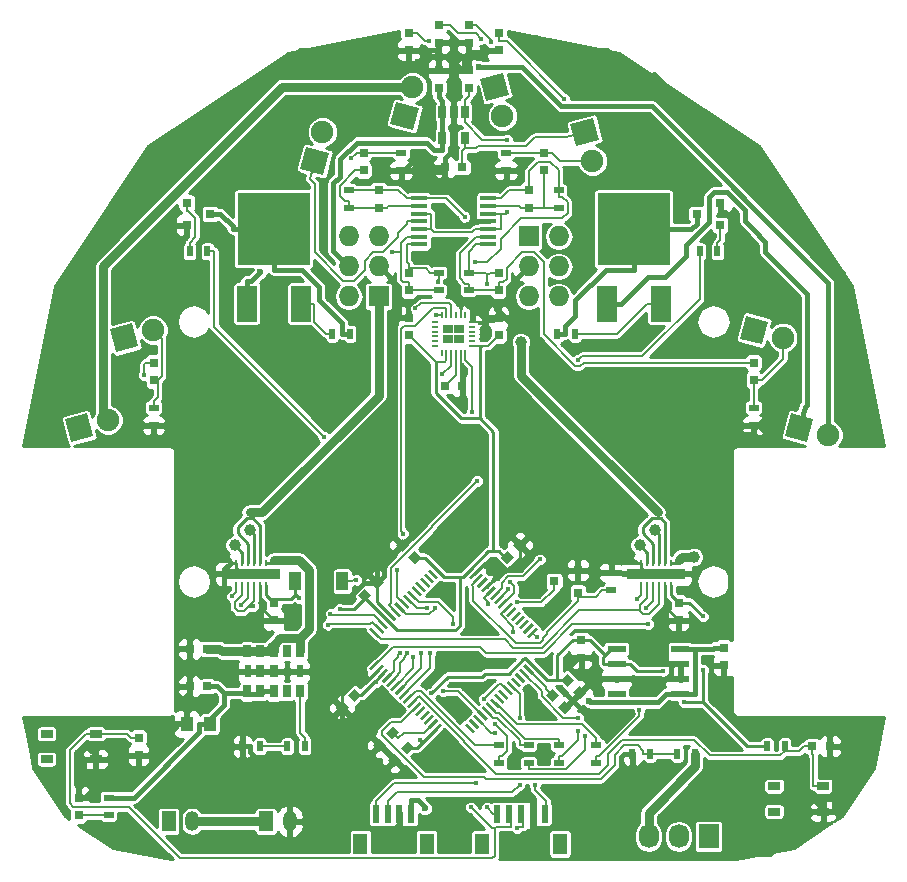
<source format=gbr>
G04 #@! TF.FileFunction,Copper,L1,Top,Signal*
%FSLAX46Y46*%
G04 Gerber Fmt 4.6, Leading zero omitted, Abs format (unit mm)*
G04 Created by KiCad (PCBNEW 4.0.1-stable) date 2016/09/09 15:29:28*
%MOMM*%
G01*
G04 APERTURE LIST*
%ADD10C,0.100000*%
%ADD11R,0.600000X1.550000*%
%ADD12R,1.200000X1.800000*%
%ADD13R,0.750000X0.800000*%
%ADD14R,0.800000X0.750000*%
%ADD15R,1.000000X1.250000*%
%ADD16R,0.797560X0.797560*%
%ADD17R,1.727200X1.727200*%
%ADD18O,1.727200X1.727200*%
%ADD19R,0.800100X0.800100*%
%ADD20R,0.500000X0.900000*%
%ADD21R,0.900000X0.500000*%
%ADD22R,1.000000X1.600000*%
%ADD23R,1.050000X0.650000*%
%ADD24R,1.727200X2.032000*%
%ADD25O,1.727200X2.032000*%
%ADD26R,0.650000X1.060000*%
%ADD27R,1.550000X0.600000*%
%ADD28R,1.651000X3.048000*%
%ADD29R,6.096000X6.096000*%
%ADD30R,1.450000X0.450000*%
%ADD31C,1.900000*%
%ADD32R,0.600000X0.180000*%
%ADD33R,0.875000X0.800000*%
%ADD34R,0.180000X0.600000*%
%ADD35R,5.000000X0.900000*%
%ADD36C,0.800000*%
%ADD37R,0.280000X0.500000*%
%ADD38R,1.200000X1.700000*%
%ADD39O,1.200000X1.700000*%
%ADD40R,0.800000X1.100000*%
%ADD41R,0.700000X1.100000*%
%ADD42R,0.700000X1.000000*%
%ADD43R,0.600000X1.100000*%
%ADD44C,0.400000*%
%ADD45C,0.600000*%
%ADD46C,1.000000*%
%ADD47C,0.290000*%
%ADD48C,0.200000*%
%ADD49C,0.440000*%
%ADD50C,0.190000*%
%ADD51C,0.249800*%
%ADD52C,0.800000*%
%ADD53C,0.254000*%
G04 APERTURE END LIST*
D10*
D11*
X150715000Y-118692500D03*
X149715000Y-118692500D03*
X148715000Y-118692500D03*
X147715000Y-118692500D03*
X146715000Y-118692500D03*
D12*
X152015000Y-121217500D03*
X145415000Y-121217500D03*
D10*
G36*
X134658008Y-108081662D02*
X135188338Y-108611992D01*
X134622652Y-109177678D01*
X134092322Y-108647348D01*
X134658008Y-108081662D01*
X134658008Y-108081662D01*
G37*
G36*
X133597348Y-109142322D02*
X134127678Y-109672652D01*
X133561992Y-110238338D01*
X133031662Y-109708008D01*
X133597348Y-109142322D01*
X133597348Y-109142322D01*
G37*
G36*
X139103008Y-112526662D02*
X139633338Y-113056992D01*
X139067652Y-113622678D01*
X138537322Y-113092348D01*
X139103008Y-112526662D01*
X139103008Y-112526662D01*
G37*
G36*
X138042348Y-113587322D02*
X138572678Y-114117652D01*
X138006992Y-114683338D01*
X137476662Y-114153008D01*
X138042348Y-113587322D01*
X138042348Y-113587322D01*
G37*
G36*
X152081662Y-107341992D02*
X152611992Y-106811662D01*
X153177678Y-107377348D01*
X152647348Y-107907678D01*
X152081662Y-107341992D01*
X152081662Y-107341992D01*
G37*
G36*
X153142322Y-108402652D02*
X153672652Y-107872322D01*
X154238338Y-108438008D01*
X153708008Y-108968338D01*
X153142322Y-108402652D01*
X153142322Y-108402652D01*
G37*
G36*
X147531992Y-97538338D02*
X147001662Y-97008008D01*
X147567348Y-96442322D01*
X148097678Y-96972652D01*
X147531992Y-97538338D01*
X147531992Y-97538338D01*
G37*
G36*
X148592652Y-96477678D02*
X148062322Y-95947348D01*
X148628008Y-95381662D01*
X149158338Y-95911992D01*
X148592652Y-96477678D01*
X148592652Y-96477678D01*
G37*
G36*
X135466992Y-100713338D02*
X134936662Y-100183008D01*
X135502348Y-99617322D01*
X136032678Y-100147652D01*
X135466992Y-100713338D01*
X135466992Y-100713338D01*
G37*
G36*
X136527652Y-99652678D02*
X135997322Y-99122348D01*
X136563008Y-98556662D01*
X137093338Y-99086992D01*
X136527652Y-99652678D01*
X136527652Y-99652678D01*
G37*
G36*
X140268338Y-97008008D02*
X139738008Y-97538338D01*
X139172322Y-96972652D01*
X139702652Y-96442322D01*
X140268338Y-97008008D01*
X140268338Y-97008008D01*
G37*
G36*
X139207678Y-95947348D02*
X138677348Y-96477678D01*
X138111662Y-95911992D01*
X138641992Y-95381662D01*
X139207678Y-95947348D01*
X139207678Y-95947348D01*
G37*
D13*
X116330000Y-112220000D03*
X116330000Y-113720000D03*
D10*
G36*
X137833008Y-111256662D02*
X138363338Y-111786992D01*
X137797652Y-112352678D01*
X137267322Y-111822348D01*
X137833008Y-111256662D01*
X137833008Y-111256662D01*
G37*
G36*
X136772348Y-112317322D02*
X137302678Y-112847652D01*
X136736992Y-113413338D01*
X136206662Y-112883008D01*
X136772348Y-112317322D01*
X136772348Y-112317322D01*
G37*
G36*
X150811662Y-108611992D02*
X151341992Y-108081662D01*
X151907678Y-108647348D01*
X151377348Y-109177678D01*
X150811662Y-108611992D01*
X150811662Y-108611992D01*
G37*
G36*
X151872322Y-109672652D02*
X152402652Y-109142322D01*
X152968338Y-109708008D01*
X152438008Y-110238338D01*
X151872322Y-109672652D01*
X151872322Y-109672652D01*
G37*
D13*
X127760000Y-100790000D03*
X127760000Y-102290000D03*
X162050000Y-100790000D03*
X162050000Y-102290000D03*
D14*
X122160000Y-104715000D03*
X120660000Y-104715000D03*
X122160000Y-107890000D03*
X120660000Y-107890000D03*
D15*
X122410000Y-111065000D03*
X120410000Y-111065000D03*
D13*
X141730000Y-57205000D03*
X141730000Y-55705000D03*
D14*
X143750000Y-63948000D03*
X142250000Y-63948000D03*
D13*
X144270000Y-57205000D03*
X144270000Y-55705000D03*
X165860000Y-104600000D03*
X165860000Y-106100000D03*
X153795000Y-103965000D03*
X153795000Y-105465000D03*
X136650000Y-65865000D03*
X136650000Y-67365000D03*
X135380000Y-64190000D03*
X135380000Y-62690000D03*
X139190000Y-72850000D03*
X139190000Y-74350000D03*
X117600000Y-80470000D03*
X117600000Y-81970000D03*
X146810000Y-72850000D03*
X146810000Y-74350000D03*
X168400000Y-80470000D03*
X168400000Y-81970000D03*
X149350000Y-65865000D03*
X149350000Y-67365000D03*
X150620000Y-64190000D03*
X150620000Y-62690000D03*
X139190000Y-78160000D03*
X139190000Y-76660000D03*
X146810000Y-76660000D03*
X146810000Y-78160000D03*
D14*
X142250000Y-82490000D03*
X143750000Y-82490000D03*
X173365000Y-112970000D03*
X174865000Y-112970000D03*
D16*
X139190000Y-52530700D03*
X139190000Y-54029300D03*
X141730000Y-51895700D03*
X141730000Y-53394300D03*
X144270000Y-51895700D03*
X144270000Y-53394300D03*
X146810000Y-52530700D03*
X146810000Y-54029300D03*
D17*
X136650000Y-74870000D03*
D18*
X134110000Y-74870000D03*
X136650000Y-72330000D03*
X134110000Y-72330000D03*
X136650000Y-69790000D03*
X134110000Y-69790000D03*
D17*
X149350000Y-69790000D03*
D18*
X151890000Y-69790000D03*
X149350000Y-72330000D03*
X151890000Y-72330000D03*
X149350000Y-74870000D03*
X151890000Y-74870000D03*
D19*
X165590760Y-68835000D03*
X165590760Y-66935000D03*
X163591780Y-67885000D03*
X120409240Y-66935000D03*
X120409240Y-68835000D03*
X122408220Y-67885000D03*
X153525760Y-99950000D03*
X153525760Y-98050000D03*
X151526780Y-99000000D03*
D20*
X163435000Y-113605000D03*
X161935000Y-113605000D03*
X128915000Y-112970000D03*
X130415000Y-112970000D03*
X159625000Y-113605000D03*
X158125000Y-113605000D03*
X126605000Y-112970000D03*
X125105000Y-112970000D03*
X151775000Y-78045000D03*
X153275000Y-78045000D03*
X165340000Y-71060000D03*
X163840000Y-71060000D03*
D21*
X134110000Y-65865000D03*
X134110000Y-67365000D03*
X138555000Y-62690000D03*
X138555000Y-64190000D03*
X141730000Y-72850000D03*
X141730000Y-74350000D03*
X117600000Y-84280000D03*
X117600000Y-85780000D03*
X144270000Y-72850000D03*
X144270000Y-74350000D03*
X168400000Y-84280000D03*
X168400000Y-85780000D03*
X151890000Y-65865000D03*
X151890000Y-67365000D03*
X147445000Y-62690000D03*
X147445000Y-64190000D03*
D20*
X134225000Y-78045000D03*
X132725000Y-78045000D03*
X120660000Y-71060000D03*
X122160000Y-71060000D03*
X169555000Y-112970000D03*
X171055000Y-112970000D03*
D21*
X146810000Y-112855000D03*
X146810000Y-114355000D03*
X149350000Y-112855000D03*
X149350000Y-114355000D03*
X151890000Y-112855000D03*
X151890000Y-114355000D03*
X155065000Y-112855000D03*
X155065000Y-114355000D03*
X156335000Y-99750000D03*
X156335000Y-98250000D03*
D22*
X129570000Y-99000000D03*
X133570000Y-99000000D03*
D23*
X108540000Y-111895000D03*
X112690000Y-111895000D03*
X108540000Y-114045000D03*
X112690000Y-114045000D03*
D24*
X164590000Y-120590000D03*
D25*
X162050000Y-120590000D03*
X159510000Y-120590000D03*
D23*
X170135000Y-116340000D03*
X174285000Y-116340000D03*
X170135000Y-118490000D03*
X174285000Y-118490000D03*
D10*
G36*
X141179200Y-97767676D02*
X141355977Y-97590899D01*
X142063084Y-98298006D01*
X141886307Y-98474783D01*
X141179200Y-97767676D01*
X141179200Y-97767676D01*
G37*
G36*
X140825646Y-98121229D02*
X141002423Y-97944452D01*
X141709530Y-98651559D01*
X141532753Y-98828336D01*
X140825646Y-98121229D01*
X140825646Y-98121229D01*
G37*
G36*
X140472093Y-98474783D02*
X140648870Y-98298006D01*
X141355977Y-99005113D01*
X141179200Y-99181890D01*
X140472093Y-98474783D01*
X140472093Y-98474783D01*
G37*
G36*
X140118540Y-98828336D02*
X140295317Y-98651559D01*
X141002424Y-99358666D01*
X140825647Y-99535443D01*
X140118540Y-98828336D01*
X140118540Y-98828336D01*
G37*
G36*
X139764986Y-99181889D02*
X139941763Y-99005112D01*
X140648870Y-99712219D01*
X140472093Y-99888996D01*
X139764986Y-99181889D01*
X139764986Y-99181889D01*
G37*
G36*
X139411433Y-99535443D02*
X139588210Y-99358666D01*
X140295317Y-100065773D01*
X140118540Y-100242550D01*
X139411433Y-99535443D01*
X139411433Y-99535443D01*
G37*
G36*
X139057879Y-99888996D02*
X139234656Y-99712219D01*
X139941763Y-100419326D01*
X139764986Y-100596103D01*
X139057879Y-99888996D01*
X139057879Y-99888996D01*
G37*
G36*
X138704326Y-100242550D02*
X138881103Y-100065773D01*
X139588210Y-100772880D01*
X139411433Y-100949657D01*
X138704326Y-100242550D01*
X138704326Y-100242550D01*
G37*
G36*
X138350773Y-100596103D02*
X138527550Y-100419326D01*
X139234657Y-101126433D01*
X139057880Y-101303210D01*
X138350773Y-100596103D01*
X138350773Y-100596103D01*
G37*
G36*
X137997219Y-100949656D02*
X138173996Y-100772879D01*
X138881103Y-101479986D01*
X138704326Y-101656763D01*
X137997219Y-100949656D01*
X137997219Y-100949656D01*
G37*
G36*
X137643666Y-101303210D02*
X137820443Y-101126433D01*
X138527550Y-101833540D01*
X138350773Y-102010317D01*
X137643666Y-101303210D01*
X137643666Y-101303210D01*
G37*
G36*
X137290112Y-101656763D02*
X137466889Y-101479986D01*
X138173996Y-102187093D01*
X137997219Y-102363870D01*
X137290112Y-101656763D01*
X137290112Y-101656763D01*
G37*
G36*
X136936559Y-102010317D02*
X137113336Y-101833540D01*
X137820443Y-102540647D01*
X137643666Y-102717424D01*
X136936559Y-102010317D01*
X136936559Y-102010317D01*
G37*
G36*
X136583006Y-102363870D02*
X136759783Y-102187093D01*
X137466890Y-102894200D01*
X137290113Y-103070977D01*
X136583006Y-102363870D01*
X136583006Y-102363870D01*
G37*
G36*
X136229452Y-102717423D02*
X136406229Y-102540646D01*
X137113336Y-103247753D01*
X136936559Y-103424530D01*
X136229452Y-102717423D01*
X136229452Y-102717423D01*
G37*
G36*
X135875899Y-103070977D02*
X136052676Y-102894200D01*
X136759783Y-103601307D01*
X136583006Y-103778084D01*
X135875899Y-103070977D01*
X135875899Y-103070977D01*
G37*
G36*
X136052676Y-106535800D02*
X135875899Y-106359023D01*
X136583006Y-105651916D01*
X136759783Y-105828693D01*
X136052676Y-106535800D01*
X136052676Y-106535800D01*
G37*
G36*
X136406229Y-106889354D02*
X136229452Y-106712577D01*
X136936559Y-106005470D01*
X137113336Y-106182247D01*
X136406229Y-106889354D01*
X136406229Y-106889354D01*
G37*
G36*
X136759783Y-107242907D02*
X136583006Y-107066130D01*
X137290113Y-106359023D01*
X137466890Y-106535800D01*
X136759783Y-107242907D01*
X136759783Y-107242907D01*
G37*
G36*
X137113336Y-107596460D02*
X136936559Y-107419683D01*
X137643666Y-106712576D01*
X137820443Y-106889353D01*
X137113336Y-107596460D01*
X137113336Y-107596460D01*
G37*
G36*
X137466889Y-107950014D02*
X137290112Y-107773237D01*
X137997219Y-107066130D01*
X138173996Y-107242907D01*
X137466889Y-107950014D01*
X137466889Y-107950014D01*
G37*
G36*
X137820443Y-108303567D02*
X137643666Y-108126790D01*
X138350773Y-107419683D01*
X138527550Y-107596460D01*
X137820443Y-108303567D01*
X137820443Y-108303567D01*
G37*
G36*
X138173996Y-108657121D02*
X137997219Y-108480344D01*
X138704326Y-107773237D01*
X138881103Y-107950014D01*
X138173996Y-108657121D01*
X138173996Y-108657121D01*
G37*
G36*
X138527550Y-109010674D02*
X138350773Y-108833897D01*
X139057880Y-108126790D01*
X139234657Y-108303567D01*
X138527550Y-109010674D01*
X138527550Y-109010674D01*
G37*
G36*
X138881103Y-109364227D02*
X138704326Y-109187450D01*
X139411433Y-108480343D01*
X139588210Y-108657120D01*
X138881103Y-109364227D01*
X138881103Y-109364227D01*
G37*
G36*
X139234656Y-109717781D02*
X139057879Y-109541004D01*
X139764986Y-108833897D01*
X139941763Y-109010674D01*
X139234656Y-109717781D01*
X139234656Y-109717781D01*
G37*
G36*
X139588210Y-110071334D02*
X139411433Y-109894557D01*
X140118540Y-109187450D01*
X140295317Y-109364227D01*
X139588210Y-110071334D01*
X139588210Y-110071334D01*
G37*
G36*
X139941763Y-110424888D02*
X139764986Y-110248111D01*
X140472093Y-109541004D01*
X140648870Y-109717781D01*
X139941763Y-110424888D01*
X139941763Y-110424888D01*
G37*
G36*
X140295317Y-110778441D02*
X140118540Y-110601664D01*
X140825647Y-109894557D01*
X141002424Y-110071334D01*
X140295317Y-110778441D01*
X140295317Y-110778441D01*
G37*
G36*
X140648870Y-111131994D02*
X140472093Y-110955217D01*
X141179200Y-110248110D01*
X141355977Y-110424887D01*
X140648870Y-111131994D01*
X140648870Y-111131994D01*
G37*
G36*
X141002423Y-111485548D02*
X140825646Y-111308771D01*
X141532753Y-110601664D01*
X141709530Y-110778441D01*
X141002423Y-111485548D01*
X141002423Y-111485548D01*
G37*
G36*
X141355977Y-111839101D02*
X141179200Y-111662324D01*
X141886307Y-110955217D01*
X142063084Y-111131994D01*
X141355977Y-111839101D01*
X141355977Y-111839101D01*
G37*
G36*
X143936916Y-111131994D02*
X144113693Y-110955217D01*
X144820800Y-111662324D01*
X144644023Y-111839101D01*
X143936916Y-111131994D01*
X143936916Y-111131994D01*
G37*
G36*
X144290470Y-110778441D02*
X144467247Y-110601664D01*
X145174354Y-111308771D01*
X144997577Y-111485548D01*
X144290470Y-110778441D01*
X144290470Y-110778441D01*
G37*
G36*
X144644023Y-110424887D02*
X144820800Y-110248110D01*
X145527907Y-110955217D01*
X145351130Y-111131994D01*
X144644023Y-110424887D01*
X144644023Y-110424887D01*
G37*
G36*
X144997576Y-110071334D02*
X145174353Y-109894557D01*
X145881460Y-110601664D01*
X145704683Y-110778441D01*
X144997576Y-110071334D01*
X144997576Y-110071334D01*
G37*
G36*
X145351130Y-109717781D02*
X145527907Y-109541004D01*
X146235014Y-110248111D01*
X146058237Y-110424888D01*
X145351130Y-109717781D01*
X145351130Y-109717781D01*
G37*
G36*
X145704683Y-109364227D02*
X145881460Y-109187450D01*
X146588567Y-109894557D01*
X146411790Y-110071334D01*
X145704683Y-109364227D01*
X145704683Y-109364227D01*
G37*
G36*
X146058237Y-109010674D02*
X146235014Y-108833897D01*
X146942121Y-109541004D01*
X146765344Y-109717781D01*
X146058237Y-109010674D01*
X146058237Y-109010674D01*
G37*
G36*
X146411790Y-108657120D02*
X146588567Y-108480343D01*
X147295674Y-109187450D01*
X147118897Y-109364227D01*
X146411790Y-108657120D01*
X146411790Y-108657120D01*
G37*
G36*
X146765343Y-108303567D02*
X146942120Y-108126790D01*
X147649227Y-108833897D01*
X147472450Y-109010674D01*
X146765343Y-108303567D01*
X146765343Y-108303567D01*
G37*
G36*
X147118897Y-107950014D02*
X147295674Y-107773237D01*
X148002781Y-108480344D01*
X147826004Y-108657121D01*
X147118897Y-107950014D01*
X147118897Y-107950014D01*
G37*
G36*
X147472450Y-107596460D02*
X147649227Y-107419683D01*
X148356334Y-108126790D01*
X148179557Y-108303567D01*
X147472450Y-107596460D01*
X147472450Y-107596460D01*
G37*
G36*
X147826004Y-107242907D02*
X148002781Y-107066130D01*
X148709888Y-107773237D01*
X148533111Y-107950014D01*
X147826004Y-107242907D01*
X147826004Y-107242907D01*
G37*
G36*
X148179557Y-106889353D02*
X148356334Y-106712576D01*
X149063441Y-107419683D01*
X148886664Y-107596460D01*
X148179557Y-106889353D01*
X148179557Y-106889353D01*
G37*
G36*
X148533110Y-106535800D02*
X148709887Y-106359023D01*
X149416994Y-107066130D01*
X149240217Y-107242907D01*
X148533110Y-106535800D01*
X148533110Y-106535800D01*
G37*
G36*
X148886664Y-106182247D02*
X149063441Y-106005470D01*
X149770548Y-106712577D01*
X149593771Y-106889354D01*
X148886664Y-106182247D01*
X148886664Y-106182247D01*
G37*
G36*
X149240217Y-105828693D02*
X149416994Y-105651916D01*
X150124101Y-106359023D01*
X149947324Y-106535800D01*
X149240217Y-105828693D01*
X149240217Y-105828693D01*
G37*
G36*
X149416994Y-103778084D02*
X149240217Y-103601307D01*
X149947324Y-102894200D01*
X150124101Y-103070977D01*
X149416994Y-103778084D01*
X149416994Y-103778084D01*
G37*
G36*
X149063441Y-103424530D02*
X148886664Y-103247753D01*
X149593771Y-102540646D01*
X149770548Y-102717423D01*
X149063441Y-103424530D01*
X149063441Y-103424530D01*
G37*
G36*
X148709887Y-103070977D02*
X148533110Y-102894200D01*
X149240217Y-102187093D01*
X149416994Y-102363870D01*
X148709887Y-103070977D01*
X148709887Y-103070977D01*
G37*
G36*
X148356334Y-102717424D02*
X148179557Y-102540647D01*
X148886664Y-101833540D01*
X149063441Y-102010317D01*
X148356334Y-102717424D01*
X148356334Y-102717424D01*
G37*
G36*
X148002781Y-102363870D02*
X147826004Y-102187093D01*
X148533111Y-101479986D01*
X148709888Y-101656763D01*
X148002781Y-102363870D01*
X148002781Y-102363870D01*
G37*
G36*
X147649227Y-102010317D02*
X147472450Y-101833540D01*
X148179557Y-101126433D01*
X148356334Y-101303210D01*
X147649227Y-102010317D01*
X147649227Y-102010317D01*
G37*
G36*
X147295674Y-101656763D02*
X147118897Y-101479986D01*
X147826004Y-100772879D01*
X148002781Y-100949656D01*
X147295674Y-101656763D01*
X147295674Y-101656763D01*
G37*
G36*
X146942120Y-101303210D02*
X146765343Y-101126433D01*
X147472450Y-100419326D01*
X147649227Y-100596103D01*
X146942120Y-101303210D01*
X146942120Y-101303210D01*
G37*
G36*
X146588567Y-100949657D02*
X146411790Y-100772880D01*
X147118897Y-100065773D01*
X147295674Y-100242550D01*
X146588567Y-100949657D01*
X146588567Y-100949657D01*
G37*
G36*
X146235014Y-100596103D02*
X146058237Y-100419326D01*
X146765344Y-99712219D01*
X146942121Y-99888996D01*
X146235014Y-100596103D01*
X146235014Y-100596103D01*
G37*
G36*
X145881460Y-100242550D02*
X145704683Y-100065773D01*
X146411790Y-99358666D01*
X146588567Y-99535443D01*
X145881460Y-100242550D01*
X145881460Y-100242550D01*
G37*
G36*
X145527907Y-99888996D02*
X145351130Y-99712219D01*
X146058237Y-99005112D01*
X146235014Y-99181889D01*
X145527907Y-99888996D01*
X145527907Y-99888996D01*
G37*
G36*
X145174353Y-99535443D02*
X144997576Y-99358666D01*
X145704683Y-98651559D01*
X145881460Y-98828336D01*
X145174353Y-99535443D01*
X145174353Y-99535443D01*
G37*
G36*
X144820800Y-99181890D02*
X144644023Y-99005113D01*
X145351130Y-98298006D01*
X145527907Y-98474783D01*
X144820800Y-99181890D01*
X144820800Y-99181890D01*
G37*
G36*
X144467247Y-98828336D02*
X144290470Y-98651559D01*
X144997577Y-97944452D01*
X145174354Y-98121229D01*
X144467247Y-98828336D01*
X144467247Y-98828336D01*
G37*
G36*
X144113693Y-98474783D02*
X143936916Y-98298006D01*
X144644023Y-97590899D01*
X144820800Y-97767676D01*
X144113693Y-98474783D01*
X144113693Y-98474783D01*
G37*
D26*
X143950000Y-59292000D03*
X143000000Y-59292000D03*
X142050000Y-59292000D03*
X142050000Y-61492000D03*
X143950000Y-61492000D03*
D27*
X156810000Y-104715000D03*
X156810000Y-105985000D03*
X156810000Y-107255000D03*
X156810000Y-108525000D03*
X162210000Y-108525000D03*
X162210000Y-107255000D03*
X162210000Y-105985000D03*
X162210000Y-104715000D03*
D28*
X155954000Y-75505000D03*
D29*
X158240000Y-69155000D03*
D28*
X160526000Y-75505000D03*
D30*
X140050000Y-66570000D03*
X140050000Y-67220000D03*
X140050000Y-67870000D03*
X140050000Y-68520000D03*
X140050000Y-69170000D03*
X140050000Y-69820000D03*
X140050000Y-70470000D03*
X145950000Y-70470000D03*
X145950000Y-69820000D03*
X145950000Y-69170000D03*
X145950000Y-68520000D03*
X145950000Y-67870000D03*
X145950000Y-67220000D03*
X145950000Y-66570000D03*
D28*
X125474000Y-75505000D03*
D29*
X127760000Y-69155000D03*
D28*
X130046000Y-75505000D03*
D10*
G36*
X169102084Y-78928104D02*
X167266825Y-78436348D01*
X167784464Y-76504496D01*
X169619723Y-76996252D01*
X169102084Y-78928104D01*
X169102084Y-78928104D01*
G37*
D31*
X170896726Y-78373700D03*
D10*
G36*
X172912084Y-87183104D02*
X171076825Y-86691348D01*
X171594464Y-84759496D01*
X173429723Y-85251252D01*
X172912084Y-87183104D01*
X172912084Y-87183104D01*
G37*
D31*
X174706726Y-86628700D03*
D10*
G36*
X145761252Y-58309723D02*
X145269496Y-56474464D01*
X147201348Y-55956825D01*
X147693104Y-57792084D01*
X145761252Y-58309723D01*
X145761252Y-58309723D01*
G37*
D31*
X147138700Y-59586726D03*
D10*
G36*
X153381252Y-62119723D02*
X152889496Y-60284464D01*
X154821348Y-59766825D01*
X155313104Y-61602084D01*
X153381252Y-62119723D01*
X153381252Y-62119723D01*
G37*
D31*
X154758700Y-63396726D03*
D10*
G36*
X140073104Y-58927916D02*
X139581348Y-60763175D01*
X137649496Y-60245536D01*
X138141252Y-58410277D01*
X140073104Y-58927916D01*
X140073104Y-58927916D01*
G37*
D31*
X139518700Y-57133274D03*
D10*
G36*
X116279723Y-79093748D02*
X114444464Y-79585504D01*
X113926825Y-77653652D01*
X115762084Y-77161896D01*
X116279723Y-79093748D01*
X116279723Y-79093748D01*
G37*
D31*
X117556726Y-77716300D03*
D10*
G36*
X112469723Y-86713748D02*
X110634464Y-87205504D01*
X110116825Y-85273652D01*
X111952084Y-84781896D01*
X112469723Y-86713748D01*
X112469723Y-86713748D01*
G37*
D31*
X113746726Y-85336300D03*
D10*
G36*
X132453104Y-62737916D02*
X131961348Y-64573175D01*
X130029496Y-64055536D01*
X130521252Y-62220277D01*
X132453104Y-62737916D01*
X132453104Y-62737916D01*
G37*
D31*
X131898700Y-60943274D03*
D32*
X141400000Y-77045000D03*
D33*
X143435000Y-78445000D03*
X143435000Y-77645000D03*
X142565000Y-78445000D03*
X142565000Y-77645000D03*
D32*
X141400000Y-77445000D03*
X141400000Y-77845000D03*
X141400000Y-78245000D03*
X141400000Y-78645000D03*
X141400000Y-79045000D03*
D34*
X142000000Y-79645000D03*
X142400000Y-79645000D03*
X142800000Y-79645000D03*
X143200000Y-79645000D03*
X143600000Y-79645000D03*
X144000000Y-79645000D03*
D32*
X144600000Y-79045000D03*
X144600000Y-78645000D03*
X144600000Y-78245000D03*
X144600000Y-77845000D03*
X144600000Y-77445000D03*
X144600000Y-77045000D03*
D34*
X144000000Y-76445000D03*
X143600000Y-76445000D03*
X143200000Y-76445000D03*
X142800000Y-76445000D03*
X142400000Y-76445000D03*
X142000000Y-76445000D03*
D16*
X111250000Y-118799300D03*
X111250000Y-117300700D03*
D21*
X113790000Y-117300000D03*
X113790000Y-118800000D03*
D35*
X160145000Y-98365000D03*
D36*
X160145000Y-98365000D03*
D37*
X161395000Y-97415000D03*
D36*
X161145000Y-98365000D03*
X159145000Y-98365000D03*
D37*
X160895000Y-97415000D03*
X160395000Y-97415000D03*
X159895000Y-97415000D03*
X159395000Y-97415000D03*
X158895000Y-97415000D03*
X158895000Y-99315000D03*
X159395000Y-99315000D03*
X159895000Y-99315000D03*
X160395000Y-99315000D03*
X160895000Y-99315000D03*
X161395000Y-99315000D03*
D38*
X118870000Y-119320000D03*
D39*
X120870000Y-119320000D03*
D38*
X127125000Y-119320000D03*
D39*
X129125000Y-119320000D03*
D11*
X139420000Y-118692500D03*
X138420000Y-118692500D03*
X137420000Y-118692500D03*
X136420000Y-118692500D03*
D12*
X140720000Y-121217500D03*
X135120000Y-121217500D03*
D35*
X125855000Y-98365000D03*
D36*
X125855000Y-98365000D03*
D37*
X127105000Y-97415000D03*
D36*
X126855000Y-98365000D03*
X124855000Y-98365000D03*
D37*
X126605000Y-97415000D03*
X126105000Y-97415000D03*
X125605000Y-97415000D03*
X125105000Y-97415000D03*
X124605000Y-97415000D03*
X124605000Y-99315000D03*
X125105000Y-99315000D03*
X125605000Y-99315000D03*
X126105000Y-99315000D03*
X126605000Y-99315000D03*
X127105000Y-99315000D03*
D40*
X127760000Y-106620000D03*
D41*
X130010000Y-108320000D03*
D42*
X128910000Y-108320000D03*
D40*
X127760000Y-108320000D03*
D42*
X126610000Y-108320000D03*
D41*
X125510000Y-108320000D03*
D43*
X125560000Y-106620000D03*
D41*
X125510000Y-104920000D03*
D42*
X126610000Y-104920000D03*
D40*
X127760000Y-104920000D03*
D42*
X128910000Y-104920000D03*
D41*
X130010000Y-104920000D03*
D43*
X129960000Y-106620000D03*
D41*
X126610000Y-106620000D03*
D44*
X160761700Y-106609400D03*
X133393000Y-101317500D03*
X162485500Y-109241800D03*
X136408100Y-107497500D03*
X140134900Y-112393000D03*
X164129000Y-106513100D03*
X164129000Y-101964600D03*
X129915000Y-100381400D03*
X141109200Y-108466700D03*
D45*
X113000000Y-116000000D03*
X133000000Y-116000000D03*
X133000000Y-117000000D03*
X133000000Y-118000000D03*
X133000000Y-119000000D03*
X133000000Y-120000000D03*
X133000000Y-121000000D03*
X131000000Y-120000000D03*
X131000000Y-119000000D03*
X131000000Y-118219900D03*
X131000000Y-117000000D03*
X130000000Y-117000000D03*
X129000000Y-117000000D03*
X159000000Y-117000000D03*
X158000000Y-117000000D03*
X157000000Y-117000000D03*
X156000000Y-117000000D03*
X155000000Y-117000000D03*
X154000000Y-117000000D03*
X153000000Y-117000000D03*
X158000000Y-119000000D03*
X157000000Y-119000000D03*
X156000000Y-119000000D03*
X155000000Y-119000000D03*
X154000000Y-119000000D03*
X153000000Y-119000000D03*
X113155000Y-86935000D03*
X114425000Y-86935000D03*
X151255000Y-91380000D03*
X151255000Y-92650000D03*
X154430000Y-70425000D03*
X154430000Y-67885000D03*
X153795000Y-67250000D03*
X156335000Y-65345000D03*
X156335000Y-64710000D03*
X128000000Y-95000000D03*
X129000000Y-95000000D03*
X130000000Y-95000000D03*
X131000000Y-95000000D03*
X132000000Y-95000000D03*
X133000000Y-95000000D03*
X128000000Y-94000000D03*
X128000000Y-90000000D03*
X128000000Y-89000000D03*
X128000000Y-88000000D03*
X128000000Y-87000000D03*
X128000000Y-86000000D03*
X128000000Y-85000000D03*
X135000000Y-82000000D03*
X134000000Y-82000000D03*
X133000000Y-82000000D03*
X132000000Y-82000000D03*
X136000000Y-86000000D03*
X136000000Y-87000000D03*
X136000000Y-88000000D03*
X136000000Y-89000000D03*
X129000000Y-78000000D03*
X129000000Y-79000000D03*
X128000000Y-80000000D03*
X131000000Y-82000000D03*
X152500000Y-96500000D03*
X144000000Y-114500000D03*
X151000000Y-110500000D03*
X159500000Y-111000000D03*
X157000000Y-111000000D03*
X152500000Y-108500000D03*
X151000000Y-113500000D03*
X166000000Y-113000000D03*
X165000000Y-113000000D03*
X168500000Y-118000000D03*
X168500000Y-117000000D03*
X168500000Y-116000000D03*
X168500000Y-115000000D03*
X129000000Y-111000000D03*
X128000000Y-111000000D03*
X127000000Y-111000000D03*
X126000000Y-111000000D03*
X125000000Y-111000000D03*
X129500000Y-102000000D03*
X143500000Y-84000000D03*
X141250000Y-91000000D03*
X141000000Y-85000000D03*
X141000000Y-86000000D03*
X141000000Y-87000000D03*
X142250000Y-96500000D03*
X142250000Y-97250000D03*
X141500000Y-99750000D03*
X141250000Y-92000000D03*
X141250000Y-93000000D03*
X145250000Y-95000000D03*
X145250000Y-94000000D03*
X145250000Y-93000000D03*
X145250000Y-92000000D03*
X143750000Y-97250000D03*
X143750000Y-96500000D03*
X118000000Y-70000000D03*
X123000000Y-66000000D03*
X123000000Y-65000000D03*
X130000000Y-65000000D03*
X134000000Y-61000000D03*
X135000000Y-61000000D03*
X136000000Y-61000000D03*
X137000000Y-61000000D03*
X150000000Y-53000000D03*
X151000000Y-54000000D03*
X152000000Y-55000000D03*
X153000000Y-56000000D03*
X154000000Y-57000000D03*
X155000000Y-58000000D03*
X167000000Y-72000000D03*
X165000000Y-75000000D03*
X165000000Y-74000000D03*
X164000000Y-79000000D03*
X166000000Y-79000000D03*
X165000000Y-79000000D03*
X158000000Y-88000000D03*
X157000000Y-88000000D03*
X152500000Y-83000000D03*
X152500000Y-82000000D03*
X152500000Y-88000000D03*
X152500000Y-89000000D03*
X152500000Y-90000000D03*
X152500000Y-91000000D03*
X152500000Y-92000000D03*
X152500000Y-93000000D03*
X120000000Y-109000000D03*
X118000000Y-112000000D03*
X118000000Y-111000000D03*
X112000000Y-113000000D03*
X110000000Y-112000000D03*
X172000000Y-119000000D03*
X172000000Y-118000000D03*
X172000000Y-117000000D03*
X172000000Y-116000000D03*
X139000000Y-121000000D03*
X138000000Y-121000000D03*
X137000000Y-121000000D03*
X127000000Y-121000000D03*
X126000000Y-121000000D03*
X125000000Y-121000000D03*
X124000000Y-121000000D03*
X128000000Y-121000000D03*
X129000000Y-121000000D03*
X132000000Y-121000000D03*
X131000000Y-121000000D03*
X130000000Y-121000000D03*
X133000000Y-115000000D03*
X132000000Y-115000000D03*
X131000000Y-115000000D03*
X130000000Y-115000000D03*
X129000000Y-115000000D03*
X128000000Y-115000000D03*
X127000000Y-115000000D03*
X126000000Y-115000000D03*
X125000000Y-115000000D03*
X124000000Y-115000000D03*
X123000000Y-115000000D03*
X122000000Y-115000000D03*
X121000000Y-115000000D03*
X120000000Y-115000000D03*
X116000000Y-115000000D03*
X115000000Y-115000000D03*
X116000000Y-121000000D03*
X116000000Y-120000000D03*
X162000000Y-66000000D03*
X162000000Y-65000000D03*
X162000000Y-64000000D03*
X162000000Y-63000000D03*
X143060650Y-70060650D03*
X142000000Y-71000000D03*
X158000000Y-79000000D03*
X157000000Y-79000000D03*
X156000000Y-79000000D03*
X155000000Y-79000000D03*
X159000000Y-82000000D03*
X158000000Y-82000000D03*
X157000000Y-82000000D03*
X156000000Y-82000000D03*
X155000000Y-82000000D03*
X158000000Y-104000000D03*
X160000000Y-108000000D03*
X151000000Y-106000000D03*
X145000000Y-103000000D03*
X142000000Y-118000000D03*
X142000000Y-114000000D03*
X142000000Y-113000000D03*
X142000000Y-109000000D03*
X144000000Y-110000000D03*
X144000000Y-108000000D03*
X145000000Y-108000000D03*
X145000000Y-106000000D03*
X144000000Y-106000000D03*
X142000000Y-106000000D03*
X139000000Y-115000000D03*
X132000000Y-104000000D03*
X136000000Y-105000000D03*
X135000000Y-104000000D03*
X135000000Y-110000000D03*
X136000000Y-111000000D03*
X135000000Y-112000000D03*
X134000000Y-111000000D03*
X125000000Y-103000000D03*
X121000000Y-106000000D03*
X120000000Y-106000000D03*
X121000000Y-101000000D03*
X121000000Y-102000000D03*
X121000000Y-103000000D03*
X158000000Y-94000000D03*
X157000000Y-94000000D03*
X156000000Y-94000000D03*
X155000000Y-94000000D03*
X148000000Y-94000000D03*
X148000000Y-83000000D03*
X148000000Y-84000000D03*
X148000000Y-85000000D03*
X148000000Y-86000000D03*
X148000000Y-87000000D03*
X148000000Y-88000000D03*
X148000000Y-89000000D03*
X148000000Y-90000000D03*
X148000000Y-91000000D03*
X148000000Y-92000000D03*
X148000000Y-93000000D03*
X153000000Y-106000000D03*
X152000000Y-101000000D03*
X151000000Y-102000000D03*
X150000000Y-102000000D03*
D44*
X154904500Y-107206100D03*
X155000000Y-106000000D03*
D45*
X166000000Y-101000000D03*
X166000000Y-102000000D03*
X166000000Y-109000000D03*
X166000000Y-108000000D03*
X177000000Y-111000000D03*
X177000000Y-112000000D03*
X177000000Y-113000000D03*
X177000000Y-114000000D03*
X177000000Y-115000000D03*
X177000000Y-116000000D03*
X165000000Y-118000000D03*
X165000000Y-117000000D03*
X165000000Y-116000000D03*
X165000000Y-115000000D03*
X121000000Y-87000000D03*
X121000000Y-86000000D03*
X121000000Y-85000000D03*
X121000000Y-84000000D03*
X121000000Y-83000000D03*
X121000000Y-91000000D03*
X121000000Y-92000000D03*
X121000000Y-93000000D03*
X121000000Y-94000000D03*
X121000000Y-95000000D03*
X121000000Y-96000000D03*
X121000000Y-97000000D03*
X121000000Y-79000000D03*
X165000000Y-96000000D03*
X165000000Y-95000000D03*
X165000000Y-94000000D03*
X165000000Y-93000000D03*
X165000000Y-92000000D03*
X165000000Y-91000000D03*
X165000000Y-90000000D03*
X165000000Y-89000000D03*
X165000000Y-88000000D03*
X165000000Y-87000000D03*
X165000000Y-86000000D03*
X165000000Y-85000000D03*
X165000000Y-84000000D03*
X165000000Y-83000000D03*
X165000000Y-82000000D03*
X170000000Y-83000000D03*
X170000000Y-84000000D03*
X170000000Y-85000000D03*
X170000000Y-86000000D03*
X170000000Y-87000000D03*
X178000000Y-87000000D03*
X178000000Y-86000000D03*
X178000000Y-85000000D03*
X176000000Y-75000000D03*
X176000000Y-74000000D03*
X176000000Y-73000000D03*
X149000000Y-60000000D03*
X149000000Y-61000000D03*
X149000000Y-63500000D03*
X158000000Y-56000000D03*
X159000000Y-57000000D03*
X165000000Y-61000000D03*
X166000000Y-62000000D03*
X167000000Y-63000000D03*
X168000000Y-64000000D03*
X169000000Y-65000000D03*
X170000000Y-66000000D03*
X171000000Y-67000000D03*
X168000000Y-71000000D03*
X146000000Y-63000000D03*
X146000000Y-64000000D03*
X140000000Y-64000000D03*
X140000000Y-63000000D03*
X143000000Y-55000000D03*
X127000000Y-57000000D03*
X128000000Y-56000000D03*
X136000000Y-54000000D03*
X108000000Y-85000000D03*
X108000000Y-84000000D03*
X121000000Y-61000000D03*
X120000000Y-62000000D03*
X119000000Y-63000000D03*
X118000000Y-64000000D03*
X117000000Y-65000000D03*
X116000000Y-66000000D03*
X115000000Y-67000000D03*
X111000000Y-74000000D03*
X111000000Y-75000000D03*
X140000000Y-55000000D03*
X138000000Y-56000000D03*
X115000000Y-81000000D03*
X108000000Y-87000000D03*
X108000000Y-86000000D03*
X144292900Y-75180900D03*
X144279800Y-68841500D03*
X143878300Y-81202900D03*
D44*
X144494900Y-118133400D03*
X142945400Y-102581900D03*
D46*
X163328500Y-96932300D03*
D45*
X140575700Y-118190100D03*
X154432100Y-109084700D03*
D44*
X147555000Y-61616300D03*
X147555000Y-67738900D03*
X143938100Y-68173500D03*
X140769500Y-101227300D03*
X134355900Y-63178200D03*
X141650000Y-73688100D03*
X138250600Y-98071200D03*
X137774700Y-71121800D03*
X116797500Y-81530900D03*
X145827300Y-73843000D03*
X141411400Y-101227300D03*
X144831800Y-71963900D03*
X144982000Y-90485400D03*
X146538500Y-111093800D03*
X140906600Y-53226600D03*
X154161900Y-112092100D03*
X145339400Y-53073600D03*
X153557300Y-111632400D03*
X146130300Y-53322700D03*
D46*
X125728000Y-94682000D03*
X124458000Y-95952000D03*
D44*
X147596400Y-99683000D03*
X147791100Y-99082600D03*
D46*
X148713600Y-78758400D03*
X160018000Y-94682000D03*
X158748000Y-95952000D03*
D44*
X145918400Y-100880000D03*
X150332400Y-97136700D03*
X149867100Y-116233900D03*
X150063100Y-103749700D03*
X148404700Y-119887300D03*
X153551800Y-110583200D03*
X145824800Y-118141700D03*
X148041000Y-103280600D03*
X148590000Y-116228600D03*
X148590000Y-110567700D03*
X144893900Y-116066500D03*
X145548900Y-108939400D03*
X134778900Y-98856100D03*
X148407000Y-100784900D03*
X146546800Y-111810900D03*
X153514700Y-80269600D03*
X142085400Y-108297400D03*
X132021000Y-86758600D03*
X126028500Y-101062800D03*
X132577700Y-101718100D03*
X124966000Y-101032000D03*
X124204000Y-100270000D03*
X132349400Y-102663800D03*
X159256000Y-101286000D03*
X158494000Y-100524000D03*
X159493400Y-102634100D03*
X139769000Y-75892800D03*
X138464200Y-105036800D03*
X138761100Y-94949800D03*
X139080600Y-105088000D03*
X142050600Y-81475400D03*
X139606800Y-105410800D03*
X141479300Y-76403200D03*
X140253600Y-105040000D03*
X144567600Y-84635000D03*
X141026900Y-105036800D03*
D45*
X145164500Y-55450200D03*
X126650700Y-72797300D03*
D44*
X158736200Y-109889900D03*
X152388900Y-58134700D03*
D47*
X139720000Y-96990300D02*
X139720300Y-96990300D01*
X147550000Y-96990300D02*
X147549700Y-96990300D01*
X149682200Y-106094200D02*
X149682000Y-106094000D01*
X137024900Y-106801100D02*
X137025000Y-106801000D01*
X137024900Y-106801100D02*
X137024900Y-106801000D01*
X141117900Y-111900400D02*
X141621000Y-111397000D01*
X141621100Y-111397200D02*
X141117900Y-111900400D01*
X144378900Y-98032800D02*
X144379000Y-98032800D01*
X161395000Y-100135000D02*
X162050000Y-100790000D01*
X161395000Y-99315000D02*
X161395000Y-100135000D01*
X144378900Y-98032800D02*
X143929100Y-98482600D01*
X139085300Y-113074700D02*
X139085300Y-113075000D01*
X139085000Y-113075000D02*
X139085300Y-113075000D01*
X156810000Y-104715000D02*
X156372400Y-104715000D01*
X156810000Y-105985000D02*
X157930300Y-105985000D01*
X135484700Y-100246000D02*
X135484700Y-100165300D01*
X135485000Y-100246300D02*
X135484700Y-100246000D01*
X149682200Y-106094200D02*
X149682200Y-106093900D01*
X135485000Y-100246300D02*
X135485000Y-100382000D01*
X135485000Y-100382000D02*
X137379000Y-102275000D01*
X135485000Y-100165000D02*
X135485000Y-100246300D01*
X134549500Y-101317500D02*
X133393000Y-101317500D01*
X135485000Y-100382000D02*
X134549500Y-101317500D01*
X156810000Y-105985000D02*
X155689700Y-105985000D01*
X153795000Y-103965000D02*
X154515300Y-103965000D01*
X154515300Y-103965000D02*
X155818900Y-105268500D01*
X156372400Y-104715000D02*
X155818900Y-105268500D01*
X155689700Y-105397700D02*
X155689700Y-105985000D01*
X155818900Y-105268500D02*
X155689700Y-105397700D01*
X158554700Y-106609400D02*
X160761700Y-106609400D01*
X157930300Y-105985000D02*
X158554700Y-106609400D01*
X140579000Y-96990300D02*
X141621000Y-98032800D01*
X139720300Y-96990300D02*
X140579000Y-96990300D01*
X141621100Y-98032800D02*
X141920000Y-98331700D01*
X141920000Y-98331700D02*
X142218900Y-98630500D01*
X141919900Y-98331700D02*
X141621000Y-98032800D01*
X141920000Y-98331700D02*
X141919900Y-98331700D01*
X169555000Y-112970000D02*
X168959700Y-112970000D01*
X137378500Y-102275500D02*
X137379000Y-102275000D01*
X150948000Y-107360000D02*
X149682200Y-106094200D01*
X151788700Y-107360000D02*
X150948000Y-107360000D01*
X151788700Y-105251000D02*
X153074700Y-103965000D01*
X151788700Y-107360000D02*
X151788700Y-105251000D01*
X153795000Y-103965000D02*
X153074700Y-103965000D01*
X136368300Y-107457700D02*
X137024900Y-106801100D01*
X136368300Y-107457700D02*
X136408100Y-107497500D01*
X139944000Y-113075000D02*
X140478800Y-112539900D01*
X139085300Y-113075000D02*
X139944000Y-113075000D01*
X140478800Y-112539900D02*
X141117900Y-111900400D01*
X140281800Y-112539900D02*
X140134900Y-112393000D01*
X140478800Y-112539900D02*
X140281800Y-112539900D01*
D48*
X144600000Y-79045000D02*
X145396400Y-79045000D01*
X145925000Y-79045000D02*
X146810000Y-78160000D01*
X145396400Y-79045000D02*
X145925000Y-79045000D01*
X142238000Y-80458000D02*
X141488000Y-80458000D01*
X142400000Y-80296000D02*
X142238000Y-80458000D01*
X142400000Y-79645000D02*
X142400000Y-80296000D01*
X141488000Y-80458000D02*
X139190000Y-78160000D01*
D47*
X146810000Y-96460000D02*
X146381000Y-96460000D01*
X147340000Y-96990300D02*
X146810000Y-96460000D01*
X147549700Y-96990300D02*
X147340000Y-96990300D01*
X145952000Y-96460000D02*
X144379000Y-98032800D01*
X146381000Y-96460000D02*
X145952000Y-96460000D01*
X129570000Y-99000000D02*
X129570000Y-100145300D01*
X129678900Y-100145300D02*
X129915000Y-100381400D01*
X129570000Y-100145300D02*
X129678900Y-100145300D01*
X127105000Y-100135000D02*
X127432500Y-100462500D01*
X127105000Y-99315000D02*
X127105000Y-100135000D01*
X127432500Y-100462500D02*
X127760000Y-100790000D01*
X129252800Y-100462500D02*
X129570000Y-100145300D01*
X127432500Y-100462500D02*
X129252800Y-100462500D01*
X145256200Y-79185200D02*
X145396400Y-79045000D01*
X145256200Y-85194000D02*
X145256200Y-79185200D01*
X141488000Y-83050900D02*
X141488000Y-80458000D01*
X143631100Y-85194000D02*
X141488000Y-83050900D01*
X145256200Y-85194000D02*
X143631100Y-85194000D01*
X146381000Y-86318800D02*
X145256200Y-85194000D01*
X146381000Y-96460000D02*
X146381000Y-86318800D01*
X164129000Y-109241800D02*
X162485500Y-109241800D01*
X167857200Y-112970000D02*
X164129000Y-109241800D01*
X168959700Y-112970000D02*
X167857200Y-112970000D01*
X164129000Y-109241800D02*
X164129000Y-106513100D01*
X162954400Y-100790000D02*
X164129000Y-101964600D01*
X162050000Y-100790000D02*
X162954400Y-100790000D01*
X149682200Y-106093900D02*
X149084500Y-105496100D01*
X138244700Y-103140700D02*
X137379000Y-102275000D01*
X143157900Y-103140700D02*
X138244700Y-103140700D01*
X143543500Y-102755100D02*
X143157900Y-103140700D01*
X143543500Y-98630500D02*
X143543500Y-102755100D01*
X142218900Y-98630500D02*
X143543500Y-98630500D01*
X143781200Y-98630500D02*
X143929100Y-98482600D01*
X143543500Y-98630500D02*
X143781200Y-98630500D01*
X142516400Y-107059500D02*
X141109200Y-108466700D01*
X145446300Y-107059500D02*
X142516400Y-107059500D01*
X145704500Y-106801300D02*
X145446300Y-107059500D01*
X147683600Y-106801300D02*
X145704500Y-106801300D01*
X148883900Y-105601000D02*
X147683600Y-106801300D01*
X148979600Y-105601000D02*
X148883900Y-105601000D01*
X149084500Y-105496100D02*
X148979600Y-105601000D01*
X152630000Y-107360000D02*
X152629400Y-107360000D01*
X152629400Y-107360000D02*
X151788700Y-107360000D01*
X152629400Y-107360000D02*
X152629700Y-107359700D01*
X134640000Y-108630000D02*
X134640600Y-108630000D01*
X135196000Y-108630000D02*
X136368300Y-107457700D01*
X134640600Y-108630000D02*
X135196000Y-108630000D01*
X134640600Y-108630000D02*
X134640300Y-108629700D01*
D49*
X111250000Y-117300700D02*
X111699300Y-117300700D01*
X111699300Y-117300700D02*
X113000000Y-116000000D01*
X133000000Y-116000000D02*
X133000000Y-117000000D01*
X133000000Y-118000000D02*
X133000000Y-119000000D01*
X133000000Y-120000000D02*
X133000000Y-121000000D01*
X131000000Y-119000000D02*
X131000000Y-120000000D01*
X131000000Y-117000000D02*
X131000000Y-118219900D01*
X129000000Y-117000000D02*
X130000000Y-117000000D01*
X153000000Y-119000000D02*
X153000000Y-119887800D01*
X153000000Y-119887800D02*
X153000000Y-120000000D01*
X153000000Y-120000000D02*
X153000000Y-119887800D01*
X153000000Y-117000000D02*
X153000000Y-119000000D01*
X158125000Y-116125000D02*
X159000000Y-117000000D01*
X158000000Y-117000000D02*
X157000000Y-117000000D01*
X156000000Y-117000000D02*
X155000000Y-117000000D01*
X154000000Y-117000000D02*
X153000000Y-117000000D01*
X158125000Y-113605000D02*
X158125000Y-116125000D01*
X156000000Y-119000000D02*
X157000000Y-119000000D01*
X154000000Y-119000000D02*
X155000000Y-119000000D01*
X121000000Y-87000000D02*
X114490000Y-87000000D01*
X114490000Y-87000000D02*
X114425000Y-86935000D01*
X152500000Y-93000000D02*
X151605000Y-93000000D01*
X151605000Y-93000000D02*
X151255000Y-92650000D01*
X162000000Y-64000000D02*
X157045000Y-64000000D01*
X154430000Y-67885000D02*
X154430000Y-70425000D01*
X153795000Y-65345000D02*
X153795000Y-67250000D01*
X156335000Y-65345000D02*
X153795000Y-65345000D01*
X157045000Y-64000000D02*
X156335000Y-64710000D01*
X133000000Y-95000000D02*
X132000000Y-95000000D01*
X129000000Y-96000000D02*
X128000000Y-95000000D01*
X129000000Y-95000000D02*
X130000000Y-95000000D01*
X131000000Y-95000000D02*
X132000000Y-95000000D01*
X129000000Y-96000000D02*
X136000000Y-96000000D01*
X128000000Y-89000000D02*
X128000000Y-90000000D01*
X128000000Y-87000000D02*
X128000000Y-88000000D01*
X128000000Y-85000000D02*
X128000000Y-86000000D01*
X135000000Y-82000000D02*
X134000000Y-82000000D01*
X133000000Y-82000000D02*
X132000000Y-82000000D01*
X136000000Y-96000000D02*
X136000000Y-89000000D01*
X136000000Y-88000000D02*
X136000000Y-87000000D01*
X129000000Y-79000000D02*
X129000000Y-78000000D01*
X129000000Y-80000000D02*
X128000000Y-80000000D01*
X131000000Y-82000000D02*
X129000000Y-80000000D01*
X151577700Y-96922300D02*
X152077700Y-96922300D01*
X152077700Y-96922300D02*
X152500000Y-96500000D01*
X157000000Y-111000000D02*
X155000000Y-111000000D01*
X165000000Y-112000000D02*
X164000000Y-111000000D01*
X164000000Y-111000000D02*
X159500000Y-111000000D01*
X165000000Y-112000000D02*
X165000000Y-113000000D01*
X155000000Y-111000000D02*
X152500000Y-108500000D01*
X165000000Y-113000000D02*
X166000000Y-113000000D01*
X168500000Y-117000000D02*
X168500000Y-118000000D01*
X168500000Y-115000000D02*
X168500000Y-116000000D01*
X124000000Y-115000000D02*
X124000000Y-112000000D01*
X128000000Y-111000000D02*
X129000000Y-111000000D01*
X126000000Y-111000000D02*
X127000000Y-111000000D01*
X124000000Y-112000000D02*
X125000000Y-111000000D01*
X127760000Y-102290000D02*
X129210000Y-102290000D01*
X129210000Y-102290000D02*
X129500000Y-102000000D01*
X143750000Y-82490000D02*
X143750000Y-83750000D01*
X143750000Y-83750000D02*
X143500000Y-84000000D01*
X141250000Y-91000000D02*
X141250000Y-87250000D01*
X141000000Y-86000000D02*
X141000000Y-85000000D01*
X141250000Y-87250000D02*
X141000000Y-87000000D01*
X143750000Y-96500000D02*
X142250000Y-96500000D01*
X141250000Y-91000000D02*
X143000000Y-91000000D01*
X141250000Y-92000000D02*
X141250000Y-91000000D01*
X140250000Y-94000000D02*
X141250000Y-93000000D01*
X140250000Y-94500000D02*
X140250000Y-94000000D01*
X138820330Y-95929670D02*
X140250000Y-94500000D01*
X145250000Y-95000000D02*
X143750000Y-96500000D01*
X145250000Y-93000000D02*
X145250000Y-94000000D01*
X145750000Y-91500000D02*
X145250000Y-92000000D01*
X145750000Y-90000000D02*
X145750000Y-91500000D01*
X145250000Y-89500000D02*
X145750000Y-90000000D01*
X144500000Y-89500000D02*
X145250000Y-89500000D01*
X143000000Y-91000000D02*
X144500000Y-89500000D01*
X143750000Y-96500000D02*
X143750000Y-97250000D01*
X138659670Y-95929670D02*
X138820330Y-95929670D01*
X130000000Y-65000000D02*
X123000000Y-65000000D01*
X119165000Y-68835000D02*
X118000000Y-70000000D01*
X123000000Y-66000000D02*
X123000000Y-65000000D01*
X119165000Y-68835000D02*
X120409240Y-68835000D01*
X135000000Y-61000000D02*
X134000000Y-61000000D01*
X137000000Y-61000000D02*
X136000000Y-61000000D01*
X151000000Y-54000000D02*
X150000000Y-53000000D01*
X151000000Y-54000000D02*
X152000000Y-55000000D01*
X153000000Y-56000000D02*
X154000000Y-57000000D01*
X168000000Y-71000000D02*
X167000000Y-72000000D01*
X168000000Y-71000000D02*
X165000000Y-74000000D01*
X165000000Y-79000000D02*
X166000000Y-79000000D01*
X156447350Y-85052650D02*
X156447350Y-87447350D01*
X156447350Y-87447350D02*
X157000000Y-88000000D01*
X152447350Y-81052650D02*
X152447350Y-81947350D01*
X152447350Y-81947350D02*
X152500000Y-82000000D01*
X153000000Y-94000000D02*
X153000000Y-93500000D01*
X152500000Y-90000000D02*
X152500000Y-89000000D01*
X152500000Y-92000000D02*
X152500000Y-91000000D01*
X153000000Y-93500000D02*
X152500000Y-93000000D01*
X120660000Y-107890000D02*
X120660000Y-108340000D01*
X120660000Y-108340000D02*
X120000000Y-109000000D01*
X120410000Y-111065000D02*
X118065000Y-111065000D01*
X118065000Y-111065000D02*
X118000000Y-111000000D01*
X112690000Y-113690000D02*
X112000000Y-113000000D01*
X112690000Y-114045000D02*
X112690000Y-113690000D01*
X174285000Y-118490000D02*
X174285000Y-118285000D01*
X174285000Y-118285000D02*
X172000000Y-116000000D01*
X172000000Y-117000000D02*
X172000000Y-118000000D01*
X138420000Y-118692500D02*
X138420000Y-119580000D01*
X138000000Y-121000000D02*
X139000000Y-121000000D01*
X138420000Y-119580000D02*
X137000000Y-121000000D01*
X126000000Y-121000000D02*
X127000000Y-121000000D01*
X124000000Y-121000000D02*
X125000000Y-121000000D01*
X128000000Y-121000000D02*
X129000000Y-121000000D01*
X130000000Y-121000000D02*
X131000000Y-121000000D01*
X133000000Y-115000000D02*
X132000000Y-115000000D01*
X131000000Y-115000000D02*
X130000000Y-115000000D01*
X129000000Y-115000000D02*
X128000000Y-115000000D01*
X127000000Y-115000000D02*
X126000000Y-115000000D01*
X125000000Y-115000000D02*
X124000000Y-115000000D01*
X123000000Y-115000000D02*
X122000000Y-115000000D01*
X121000000Y-115000000D02*
X120000000Y-115000000D01*
X116000000Y-115000000D02*
X115000000Y-115000000D01*
X116000000Y-120000000D02*
X116000000Y-121000000D01*
X162000000Y-65000000D02*
X162000000Y-66000000D01*
X162000000Y-63000000D02*
X162000000Y-64000000D01*
X143060650Y-70060650D02*
X142121300Y-71000000D01*
X142121300Y-71000000D02*
X142000000Y-71000000D01*
X157000000Y-79000000D02*
X158000000Y-79000000D01*
X155000000Y-79000000D02*
X156000000Y-79000000D01*
X157000000Y-82000000D02*
X158000000Y-82000000D01*
X155000000Y-82000000D02*
X156000000Y-82000000D01*
X162210000Y-105985000D02*
X159985000Y-105985000D01*
X159985000Y-105985000D02*
X158000000Y-104000000D01*
X160000000Y-107255000D02*
X160000000Y-108000000D01*
X142000000Y-106000000D02*
X144000000Y-106000000D01*
X142053250Y-118053250D02*
X142000000Y-118000000D01*
X142000000Y-114000000D02*
X142000000Y-113000000D01*
X142000000Y-109000000D02*
X143000000Y-110000000D01*
X143000000Y-110000000D02*
X144000000Y-110000000D01*
X144000000Y-108000000D02*
X145000000Y-108000000D01*
X145000000Y-106000000D02*
X144000000Y-106000000D01*
X142053250Y-118053250D02*
X143053250Y-118053250D01*
X138024670Y-114135330D02*
X138135330Y-114135330D01*
X138135330Y-114135330D02*
X139000000Y-115000000D01*
X131702300Y-104000000D02*
X132000000Y-104000000D01*
X132000000Y-104000000D02*
X135000000Y-104000000D01*
X133579670Y-109690330D02*
X133579670Y-110579670D01*
X135000000Y-112000000D02*
X136000000Y-111000000D01*
X133579670Y-110579670D02*
X134000000Y-111000000D01*
X127760000Y-102290000D02*
X125710000Y-102290000D01*
X125710000Y-102290000D02*
X125000000Y-103000000D01*
X120660000Y-107890000D02*
X120660000Y-106660000D01*
X121074850Y-105925150D02*
X121134700Y-105985000D01*
X121000000Y-106000000D02*
X121074850Y-105925150D01*
X120660000Y-106660000D02*
X120000000Y-106000000D01*
X120660000Y-104715000D02*
X120660000Y-103340000D01*
X121000000Y-102000000D02*
X121000000Y-101000000D01*
X120660000Y-103340000D02*
X121000000Y-103000000D01*
X136545330Y-99104670D02*
X136545330Y-96545330D01*
X136545330Y-96545330D02*
X136000000Y-96000000D01*
X148000000Y-94000000D02*
X148000000Y-93000000D01*
X156335000Y-95665000D02*
X158000000Y-94000000D01*
X157000000Y-94000000D02*
X156000000Y-94000000D01*
X155000000Y-94000000D02*
X153000000Y-94000000D01*
X153000000Y-94000000D02*
X148000000Y-94000000D01*
X156335000Y-98250000D02*
X156335000Y-95665000D01*
X148000000Y-84000000D02*
X148000000Y-83000000D01*
X148000000Y-86000000D02*
X148000000Y-85000000D01*
X148000000Y-88000000D02*
X148000000Y-87000000D01*
X148000000Y-90000000D02*
X148000000Y-89000000D01*
X148000000Y-92000000D02*
X148000000Y-91000000D01*
X153535000Y-105465000D02*
X153000000Y-106000000D01*
X150000000Y-102000000D02*
X151000000Y-102000000D01*
X153795000Y-105465000D02*
X153535000Y-105465000D01*
D48*
X156810000Y-107255000D02*
X154953400Y-107255000D01*
X154953400Y-107255000D02*
X154904500Y-107206100D01*
D49*
X155000000Y-106000000D02*
X154904500Y-106000000D01*
X154904500Y-106000000D02*
X155000000Y-106000000D01*
X155000000Y-106000000D02*
X154904500Y-106000000D01*
X165021200Y-102021200D02*
X165978800Y-102021200D01*
X165978800Y-102021200D02*
X166000000Y-102000000D01*
X166000000Y-101000000D02*
X166021200Y-101021200D01*
X166021200Y-101021200D02*
X166000000Y-101000000D01*
X166000000Y-101000000D02*
X166000000Y-101042400D01*
X165860000Y-106100000D02*
X165860000Y-107860000D01*
X165860000Y-107860000D02*
X166000000Y-108000000D01*
X166000000Y-109000000D02*
X165860000Y-109000000D01*
X165860000Y-109000000D02*
X166000000Y-109000000D01*
X166000000Y-109000000D02*
X165860000Y-109000000D01*
X175230300Y-117000000D02*
X175230300Y-116769700D01*
X175230300Y-116769700D02*
X177000000Y-115000000D01*
X177000000Y-115000000D02*
X177000000Y-111000000D01*
X177000000Y-112000000D02*
X177000000Y-113000000D01*
X177000000Y-114000000D02*
X177000000Y-115000000D01*
X167000000Y-122064900D02*
X167000000Y-117000000D01*
X165000000Y-116000000D02*
X165000000Y-117000000D01*
X167000000Y-117000000D02*
X165000000Y-115000000D01*
X121000000Y-79000000D02*
X121000000Y-83000000D01*
X121000000Y-86000000D02*
X121000000Y-85000000D01*
X121000000Y-84000000D02*
X121000000Y-83000000D01*
X121763900Y-96236100D02*
X121763900Y-95000000D01*
X121000000Y-92000000D02*
X121000000Y-91000000D01*
X121000000Y-94000000D02*
X121000000Y-93000000D01*
X121000000Y-96000000D02*
X121000000Y-95000000D01*
X121763900Y-96236100D02*
X121000000Y-97000000D01*
X121000000Y-91000000D02*
X121000000Y-87000000D01*
X165000000Y-86499800D02*
X165000000Y-82000000D01*
X165000000Y-95000000D02*
X165000000Y-96000000D01*
X165000000Y-93000000D02*
X165000000Y-94000000D01*
X165000000Y-91000000D02*
X165000000Y-92000000D01*
X165000000Y-89000000D02*
X165000000Y-90000000D01*
X165000000Y-87000000D02*
X165000000Y-88000000D01*
X165000000Y-85000000D02*
X165000000Y-86000000D01*
X165000000Y-83000000D02*
X165000000Y-84000000D01*
X168400000Y-85780000D02*
X168780000Y-85780000D01*
X168780000Y-85780000D02*
X170000000Y-87000000D01*
X170000000Y-84000000D02*
X170000000Y-83000000D01*
X170000000Y-86000000D02*
X170000000Y-85000000D01*
X178000000Y-86000000D02*
X178000000Y-87000000D01*
X178000000Y-84000000D02*
X178000000Y-85000000D01*
X177000000Y-83000000D02*
X178000000Y-84000000D01*
X177000000Y-76000000D02*
X177000000Y-83000000D01*
X176000000Y-75000000D02*
X177000000Y-76000000D01*
X176000000Y-73000000D02*
X176000000Y-74000000D01*
X147445000Y-64190000D02*
X148310000Y-64190000D01*
X149000000Y-61000000D02*
X149000000Y-60000000D01*
X148310000Y-64190000D02*
X149000000Y-63500000D01*
X167363750Y-71636250D02*
X168000000Y-71000000D01*
X156000000Y-54000000D02*
X151000000Y-54000000D01*
X158000000Y-56000000D02*
X156000000Y-54000000D01*
X160000000Y-56000000D02*
X159000000Y-57000000D01*
X165000000Y-61000000D02*
X160000000Y-56000000D01*
X167000000Y-63000000D02*
X166000000Y-62000000D01*
X169000000Y-65000000D02*
X168000000Y-64000000D01*
X171000000Y-67000000D02*
X170000000Y-66000000D01*
X147445000Y-64190000D02*
X146190000Y-64190000D01*
X146190000Y-64190000D02*
X146000000Y-64000000D01*
X138555000Y-64190000D02*
X138810000Y-64190000D01*
X138810000Y-64190000D02*
X140000000Y-63000000D01*
X144270000Y-55705000D02*
X143705000Y-55705000D01*
X143705000Y-55705000D02*
X143000000Y-55000000D01*
X136000000Y-54000000D02*
X138000000Y-56000000D01*
X123000000Y-61000000D02*
X127000000Y-57000000D01*
X128000000Y-56000000D02*
X130000000Y-54000000D01*
X130000000Y-54000000D02*
X136000000Y-54000000D01*
X108000000Y-85000000D02*
X108000000Y-84000000D01*
X119000000Y-63000000D02*
X120000000Y-62000000D01*
X117000000Y-65000000D02*
X118000000Y-64000000D01*
X115000000Y-67000000D02*
X116000000Y-66000000D01*
X111000000Y-75000000D02*
X111000000Y-74000000D01*
X121000000Y-61000000D02*
X123000000Y-61000000D01*
X117600000Y-85780000D02*
X116780000Y-85780000D01*
X115000000Y-84000000D02*
X115000000Y-81000000D01*
X116780000Y-85780000D02*
X115000000Y-84000000D01*
X108000000Y-87000000D02*
X108000000Y-86000000D01*
D47*
X125093000Y-98365000D02*
X125855000Y-98365000D01*
X124605000Y-97877000D02*
X125093000Y-98365000D01*
X124605000Y-97415000D02*
X124605000Y-97877000D01*
X159383000Y-98365000D02*
X160145000Y-98365000D01*
X158895000Y-97877000D02*
X159383000Y-98365000D01*
X158895000Y-97415000D02*
X158895000Y-97877000D01*
D50*
X146425000Y-77045000D02*
X146810000Y-76660000D01*
X144600000Y-77045000D02*
X146425000Y-77045000D01*
D47*
X160895000Y-101135000D02*
X162050000Y-102290000D01*
X160895000Y-99315000D02*
X160895000Y-101135000D01*
X126605000Y-101135000D02*
X127760000Y-102290000D01*
X126605000Y-99315000D02*
X126605000Y-101135000D01*
D51*
X145793100Y-99447100D02*
X146376600Y-98863600D01*
D47*
X147256000Y-97984000D02*
X146376600Y-98863500D01*
X146376600Y-98863500D02*
X145793000Y-99447100D01*
D51*
X146376600Y-98863500D02*
X146376600Y-98863600D01*
D49*
X136545000Y-99104700D02*
X136545300Y-99104700D01*
D47*
X145643000Y-97476000D02*
X145187500Y-97931200D01*
X146810000Y-97476000D02*
X145643000Y-97476000D01*
X147256000Y-97922100D02*
X146810000Y-97476000D01*
X147256000Y-97984000D02*
X147256000Y-97922100D01*
X145187500Y-97931200D02*
X144732000Y-98386400D01*
D51*
X144732400Y-98386300D02*
X144732400Y-98386400D01*
X145187500Y-97931200D02*
X144732400Y-98386300D01*
D49*
X162050000Y-102290000D02*
X161305600Y-102290000D01*
D50*
X143600000Y-82340000D02*
X143750000Y-82490000D01*
X143600000Y-79645000D02*
X143600000Y-82340000D01*
D49*
X111744700Y-115986900D02*
X111250000Y-116481600D01*
X111744700Y-114045000D02*
X111744700Y-115986900D01*
X112690000Y-114045000D02*
X111744700Y-114045000D01*
X111250000Y-117300700D02*
X111250000Y-116481600D01*
X113960300Y-113720000D02*
X113635300Y-114045000D01*
X116330000Y-113720000D02*
X113960300Y-113720000D01*
X112690000Y-114045000D02*
X113635300Y-114045000D01*
X119489700Y-111355600D02*
X117125300Y-113720000D01*
X119489700Y-111065000D02*
X119489700Y-111355600D01*
X116330000Y-113720000D02*
X117125300Y-113720000D01*
X120410000Y-111065000D02*
X119489700Y-111065000D01*
X120660000Y-109769700D02*
X120410000Y-110019700D01*
X120660000Y-107890000D02*
X120660000Y-109769700D01*
X120410000Y-111065000D02*
X120410000Y-110019700D01*
X120660000Y-107890000D02*
X120660000Y-107094700D01*
X156335000Y-98250000D02*
X155464700Y-98250000D01*
X136754700Y-112865300D02*
X138024700Y-114135300D01*
D47*
X135483000Y-107636000D02*
X136218000Y-106900400D01*
X134364000Y-107636000D02*
X135483000Y-107636000D01*
X133580000Y-108420000D02*
X134364000Y-107636000D01*
X136218000Y-106900400D02*
X136671000Y-106447000D01*
D51*
X136218400Y-106900400D02*
X136671400Y-106447400D01*
X136218000Y-106900400D02*
X136218400Y-106900400D01*
D49*
X162210000Y-105985000D02*
X161612400Y-105985000D01*
X161612400Y-105985000D02*
X161014700Y-105985000D01*
X162210000Y-107255000D02*
X161014700Y-107255000D01*
D47*
X124605000Y-97415000D02*
X124143000Y-97415000D01*
D49*
X120660000Y-104715000D02*
X120660000Y-103919700D01*
X121134700Y-105985000D02*
X120660000Y-105510300D01*
X120660000Y-104715000D02*
X120660000Y-105510300D01*
X121134700Y-106620000D02*
X121134700Y-105985000D01*
X121134700Y-106620000D02*
X120660000Y-107094700D01*
X127760000Y-102290000D02*
X126964700Y-102290000D01*
X123497700Y-101082000D02*
X120660000Y-103919700D01*
D50*
X144016000Y-75378000D02*
X145032000Y-75378000D01*
X143600000Y-75794000D02*
X144016000Y-75378000D01*
X143600000Y-76445000D02*
X143600000Y-75794000D01*
D49*
X124705600Y-102290000D02*
X126964700Y-102290000D01*
X123497700Y-101082000D02*
X124705600Y-102290000D01*
X161014700Y-107255000D02*
X160000000Y-107255000D01*
X160000000Y-107255000D02*
X156810000Y-107255000D01*
X153795000Y-105465000D02*
X154590300Y-105465000D01*
X154904500Y-105779200D02*
X154590300Y-105465000D01*
X154904500Y-107206100D02*
X154904500Y-106000000D01*
X154904500Y-106000000D02*
X154904500Y-105779200D01*
X149850000Y-118692500D02*
X149850000Y-119887800D01*
X153000000Y-119887800D02*
X149850000Y-119887800D01*
D47*
X158433000Y-97415000D02*
X158336500Y-97318500D01*
X158895000Y-97415000D02*
X158433000Y-97415000D01*
X158336500Y-97318500D02*
X158240000Y-97222000D01*
D49*
X156335000Y-98250000D02*
X156335000Y-97579700D01*
D47*
X147826000Y-97984000D02*
X147256000Y-97984000D01*
X148610000Y-97199700D02*
X147826000Y-97984000D01*
X148610000Y-95929700D02*
X148610000Y-97199700D01*
D50*
X146048000Y-75378000D02*
X146606300Y-75936300D01*
X145032000Y-75378000D02*
X146048000Y-75378000D01*
D49*
X156596200Y-97318500D02*
X156335000Y-97579700D01*
X158336500Y-97318500D02*
X156596200Y-97318500D01*
X147609200Y-74933400D02*
X146606300Y-75936300D01*
X147609200Y-74070800D02*
X147609200Y-74933400D01*
X149350000Y-72330000D02*
X147609200Y-74070800D01*
D50*
X146606300Y-75936300D02*
X146810000Y-76140000D01*
X146810000Y-76140000D02*
X146810000Y-76660000D01*
D49*
X155264700Y-98050000D02*
X155464700Y-98250000D01*
X153525800Y-98050000D02*
X155264700Y-98050000D01*
X153525800Y-98050000D02*
X152705400Y-98050000D01*
X148610000Y-95929700D02*
X148610300Y-95929700D01*
X151147500Y-96492100D02*
X151577700Y-96922300D01*
X151577700Y-96922300D02*
X152705400Y-98050000D01*
X149172800Y-96492100D02*
X151147500Y-96492100D01*
X148610300Y-95929700D02*
X149172800Y-96492100D01*
D47*
X124143000Y-97415000D02*
X123950000Y-97222000D01*
D49*
X121134700Y-106620000D02*
X125560000Y-106620000D01*
X125560000Y-106620000D02*
X126610000Y-106620000D01*
X139190000Y-76660000D02*
X138394700Y-76660000D01*
X161382000Y-106215400D02*
X161612400Y-105985000D01*
X161382000Y-106866400D02*
X161382000Y-106215400D01*
X161018700Y-107229700D02*
X161382000Y-106866400D01*
X161018600Y-107229700D02*
X161018700Y-107229700D01*
X161014700Y-107233600D02*
X161018600Y-107229700D01*
X161014700Y-107255000D02*
X161014700Y-107233600D01*
X161014700Y-102580900D02*
X161014700Y-105985000D01*
X161305600Y-102290000D02*
X161014700Y-102580900D01*
X138004100Y-77050600D02*
X138394700Y-76660000D01*
X138004100Y-95274100D02*
X138004100Y-77050600D01*
X138659700Y-95929700D02*
X138004100Y-95274100D01*
X137125400Y-97464000D02*
X137125400Y-98524600D01*
X138097300Y-96492100D02*
X137125400Y-97464000D01*
X138394700Y-74074700D02*
X138394700Y-76660000D01*
X136650000Y-72330000D02*
X138394700Y-74074700D01*
X147445000Y-64190000D02*
X146574700Y-64190000D01*
X173812400Y-118490000D02*
X173339700Y-118490000D01*
X120409200Y-68835000D02*
X120409200Y-69655400D01*
X123583600Y-100996100D02*
X123497700Y-101082000D01*
X123583600Y-97974400D02*
X123583600Y-100996100D01*
X124143000Y-97415000D02*
X123583600Y-97974400D01*
X117600000Y-85780000D02*
X118470300Y-85780000D01*
X121763900Y-89073600D02*
X118470300Y-85780000D01*
X121763900Y-95035900D02*
X121763900Y-95000000D01*
X121763900Y-95000000D02*
X121763900Y-89073600D01*
X123950000Y-97222000D02*
X121763900Y-95035900D01*
X136754700Y-112865300D02*
X136192300Y-112302800D01*
X133579700Y-109690300D02*
X136192300Y-112302800D01*
X138024700Y-114135300D02*
X137444700Y-114715300D01*
X143000000Y-62402700D02*
X143000000Y-59292000D01*
X142250000Y-63152700D02*
X143000000Y-62402700D01*
X142250000Y-63948000D02*
X142250000Y-63152700D01*
X119095800Y-70968800D02*
X120409200Y-69655400D01*
X119095800Y-85154500D02*
X119095800Y-70968800D01*
X118470300Y-85780000D02*
X119095800Y-85154500D01*
X145950000Y-68520000D02*
X144804700Y-68520000D01*
X144279800Y-68841500D02*
X144703000Y-68418300D01*
X144703000Y-68418300D02*
X144804700Y-68520000D01*
X136545300Y-99104700D02*
X137125400Y-98524600D01*
X144703000Y-65938500D02*
X144703000Y-68418300D01*
X144826200Y-65938500D02*
X144703000Y-65938500D01*
X146574700Y-64190000D02*
X144826200Y-65938500D01*
X143445200Y-65938500D02*
X142250000Y-64743300D01*
X144703000Y-65938500D02*
X143445200Y-65938500D01*
X142250000Y-63948000D02*
X142250000Y-64345600D01*
X142250000Y-64345600D02*
X142250000Y-64743300D01*
X139580900Y-64345600D02*
X139425300Y-64190000D01*
X142250000Y-64345600D02*
X139580900Y-64345600D01*
X138555000Y-64190000D02*
X139425300Y-64190000D01*
X144834900Y-75180900D02*
X144292900Y-75180900D01*
X145032000Y-75378000D02*
X144834900Y-75180900D01*
X135420200Y-99104700D02*
X136545000Y-99104700D01*
X134224100Y-100300800D02*
X135420200Y-99104700D01*
X133116700Y-100300800D02*
X134224100Y-100300800D01*
X131702300Y-101715200D02*
X133116700Y-100300800D01*
X131702300Y-106620000D02*
X131702300Y-104000000D01*
X131702300Y-104000000D02*
X131702300Y-101715200D01*
X129960000Y-106620000D02*
X131702300Y-106620000D01*
X131780000Y-106620000D02*
X133580000Y-108420000D01*
X131702300Y-106620000D02*
X131780000Y-106620000D01*
X157177000Y-120249900D02*
X157177000Y-119887800D01*
X158992000Y-122064900D02*
X157177000Y-120249900D01*
X169764800Y-122064900D02*
X167000000Y-122064900D01*
X167000000Y-122064900D02*
X158992000Y-122064900D01*
X173339700Y-118490000D02*
X169764800Y-122064900D01*
X157177000Y-119887800D02*
X153000000Y-119887800D01*
X157177000Y-113882700D02*
X157454700Y-113605000D01*
X157177000Y-119887800D02*
X157177000Y-113882700D01*
X158125000Y-113605000D02*
X157454700Y-113605000D01*
D47*
X133580000Y-109690000D02*
X133580000Y-109598100D01*
X133580000Y-109598100D02*
X133580000Y-108420000D01*
D49*
X133579700Y-109598400D02*
X133579700Y-109690300D01*
X133580000Y-109598100D02*
X133579700Y-109598400D01*
X141730000Y-55705000D02*
X142525300Y-55705000D01*
X143000000Y-56179700D02*
X142525300Y-55705000D01*
X143000000Y-59292000D02*
X143000000Y-56179700D01*
X143000000Y-56179700D02*
X143474700Y-55705000D01*
X139190000Y-54029300D02*
X140009100Y-54029300D01*
X140009100Y-54029300D02*
X141730000Y-54029300D01*
X141730000Y-53394300D02*
X141730000Y-54029300D01*
X141730000Y-54029300D02*
X141730000Y-55705000D01*
X138378500Y-96210900D02*
X138097300Y-96492100D01*
X138378500Y-96210900D02*
X138659700Y-95929700D01*
X143750000Y-81331200D02*
X143878300Y-81202900D01*
X143750000Y-82490000D02*
X143750000Y-81331200D01*
X144270000Y-55705000D02*
X143872400Y-55705000D01*
X143872400Y-55705000D02*
X143474700Y-55705000D01*
X143872400Y-54611000D02*
X144270000Y-54213400D01*
X143872400Y-55705000D02*
X143872400Y-54611000D01*
X144270000Y-53394300D02*
X144270000Y-54213400D01*
X145806800Y-54213400D02*
X144270000Y-54213400D01*
X145990900Y-54029300D02*
X145806800Y-54213400D01*
X146810000Y-54029300D02*
X145990900Y-54029300D01*
X147765400Y-95085100D02*
X147765400Y-77800900D01*
X148610000Y-95929700D02*
X147765400Y-95085100D01*
X147765400Y-77095400D02*
X147765400Y-77800900D01*
X146810000Y-76140000D02*
X147765400Y-77095400D01*
X154904500Y-107206100D02*
X153690300Y-108420300D01*
X153690300Y-108420300D02*
X152420300Y-109690300D01*
X162050000Y-102290000D02*
X162845300Y-102290000D01*
X165860000Y-109509800D02*
X165860000Y-109000000D01*
X165860000Y-109000000D02*
X165860000Y-106100000D01*
X167201000Y-110850800D02*
X165860000Y-109509800D01*
X173541100Y-110850800D02*
X167201000Y-110850800D01*
X174865000Y-112174700D02*
X173541100Y-110850800D01*
X174865000Y-112970000D02*
X174865000Y-112174700D01*
X138420000Y-118692500D02*
X138420000Y-119887800D01*
X143609300Y-117497200D02*
X149850000Y-117497200D01*
X141218700Y-119887800D02*
X143053250Y-118053250D01*
X143053250Y-118053250D02*
X143609300Y-117497200D01*
X138420000Y-119887800D02*
X141218700Y-119887800D01*
X149850000Y-118692500D02*
X149850000Y-117497200D01*
X129960000Y-106620000D02*
X127760000Y-106620000D01*
X127760000Y-106620000D02*
X126610000Y-106620000D01*
X173812400Y-118490000D02*
X174285000Y-118490000D01*
X175230300Y-114130600D02*
X174865000Y-113765300D01*
X175230300Y-118490000D02*
X175230300Y-117000000D01*
X175230300Y-117000000D02*
X175230300Y-114130600D01*
X174285000Y-118490000D02*
X175230300Y-118490000D01*
X174865000Y-112970000D02*
X174865000Y-113765300D01*
X129125000Y-119320000D02*
X130145300Y-119320000D01*
X134260000Y-117900000D02*
X134260000Y-118219900D01*
X137444700Y-114715300D02*
X134260000Y-117900000D01*
X135927900Y-119887800D02*
X138420000Y-119887800D01*
X134260000Y-118219900D02*
X135927900Y-119887800D01*
X125105000Y-112970000D02*
X125775300Y-112970000D01*
X130522500Y-118942800D02*
X130145300Y-119320000D01*
X130522500Y-118219900D02*
X130522500Y-118942800D01*
X134260000Y-118219900D02*
X130522500Y-118219900D01*
X125775300Y-113472700D02*
X125775300Y-112970000D01*
X130522500Y-118219900D02*
X125775300Y-113472700D01*
D47*
X136545000Y-100735000D02*
X137138500Y-101328500D01*
X136545000Y-99104700D02*
X136545000Y-100735000D01*
X137138500Y-101328500D02*
X137732000Y-101922000D01*
D51*
X137138700Y-101328500D02*
X137732100Y-101921900D01*
X137138500Y-101328500D02*
X137138700Y-101328500D01*
D49*
X157894500Y-86499800D02*
X165000000Y-86499800D01*
X165000000Y-86499800D02*
X166433600Y-86499800D01*
X149195600Y-77800900D02*
X152447350Y-81052650D01*
X152447350Y-81052650D02*
X156447350Y-85052650D01*
X156447350Y-85052650D02*
X157894500Y-86499800D01*
X147765400Y-77800900D02*
X149195600Y-77800900D01*
X163153900Y-102598600D02*
X162845300Y-102290000D01*
X164443800Y-102598600D02*
X163153900Y-102598600D01*
X166433600Y-100608800D02*
X166000000Y-101042400D01*
X166000000Y-101042400D02*
X165021200Y-102021200D01*
X165021200Y-102021200D02*
X164443800Y-102598600D01*
X166433600Y-86499800D02*
X166433600Y-100608800D01*
X168350500Y-86499800D02*
X168400000Y-86450300D01*
X166433600Y-86499800D02*
X168350500Y-86499800D01*
X168400000Y-85780000D02*
X168400000Y-86115100D01*
X168400000Y-86115100D02*
X168400000Y-86450300D01*
X166001000Y-67755300D02*
X165590800Y-67755300D01*
X166411100Y-68165400D02*
X166001000Y-67755300D01*
X166411100Y-70683600D02*
X166411100Y-68165400D01*
X172267100Y-76539600D02*
X167363750Y-71636250D01*
X167363750Y-71636250D02*
X166411100Y-70683600D01*
X172267100Y-82248000D02*
X172267100Y-76539600D01*
X168400000Y-86115100D02*
X172267100Y-82248000D01*
X165590800Y-66935000D02*
X165590800Y-67755300D01*
D48*
X116330000Y-112220000D02*
X115654700Y-112220000D01*
X115329700Y-111895000D02*
X112690000Y-111895000D01*
X115654700Y-112220000D02*
X115329700Y-111895000D01*
X112690000Y-111895000D02*
X111864700Y-111895000D01*
X147850000Y-118692500D02*
X147850000Y-119767800D01*
X141653400Y-100720100D02*
X140065700Y-100720100D01*
X142945400Y-102012100D02*
X141653400Y-100720100D01*
X142945400Y-102581900D02*
X142945400Y-102012100D01*
X139499800Y-100154200D02*
X140065700Y-100720100D01*
X146468000Y-122235900D02*
X146468000Y-119895900D01*
X146286000Y-122417900D02*
X146468000Y-122235900D01*
X119802100Y-122417900D02*
X146286000Y-122417900D01*
X115484300Y-118100100D02*
X119802100Y-122417900D01*
X110821200Y-118100100D02*
X115484300Y-118100100D01*
X110487200Y-117766100D02*
X110821200Y-118100100D01*
X110487200Y-113272500D02*
X110487200Y-117766100D01*
X111864700Y-111895000D02*
X110487200Y-113272500D01*
X146596100Y-119767800D02*
X146468000Y-119895900D01*
X147850000Y-119767800D02*
X146596100Y-119767800D01*
X146257400Y-119895900D02*
X144494900Y-118133400D01*
X146468000Y-119895900D02*
X146257400Y-119895900D01*
X138770500Y-111804700D02*
X138292900Y-112282300D01*
X140506500Y-111804700D02*
X138770500Y-111804700D01*
X141267600Y-111043600D02*
X140506500Y-111804700D01*
X137815300Y-111804700D02*
X138292900Y-112282300D01*
X150864500Y-107983300D02*
X150864500Y-108134500D01*
X149328600Y-106447400D02*
X150864500Y-107983300D01*
X151359700Y-108629700D02*
X150864500Y-108134500D01*
D47*
X127567000Y-97415000D02*
X127760000Y-97222000D01*
X127105000Y-97415000D02*
X127567000Y-97415000D01*
X161857000Y-97415000D02*
X162050000Y-97222000D01*
X161395000Y-97415000D02*
X161857000Y-97415000D01*
D52*
X126610000Y-104920000D02*
X125510000Y-104920000D01*
X123365300Y-104920000D02*
X123160300Y-104715000D01*
X125510000Y-104920000D02*
X123365300Y-104920000D01*
X122160000Y-104715000D02*
X123160300Y-104715000D01*
X113323800Y-84913400D02*
X113746700Y-85336300D01*
X113323800Y-72322200D02*
X113323800Y-84913400D01*
X128512700Y-57133300D02*
X113323800Y-72322200D01*
X139518700Y-57133300D02*
X128512700Y-57133300D01*
X127760000Y-104920000D02*
X127760000Y-104344800D01*
X127560300Y-104544500D02*
X127560300Y-104920000D01*
X127760000Y-104344800D02*
X127560300Y-104544500D01*
X126610000Y-104920000D02*
X127560300Y-104920000D01*
X128335100Y-103769700D02*
X127760000Y-104344800D01*
X130010000Y-103769700D02*
X128335100Y-103769700D01*
X130010000Y-104920000D02*
X130010000Y-104044800D01*
X130010000Y-104044800D02*
X130010000Y-103769700D01*
X159510000Y-118580300D02*
X163435000Y-114655300D01*
X159510000Y-120590000D02*
X159510000Y-118580300D01*
X130739300Y-103040400D02*
X130010000Y-103769700D01*
X130739300Y-98007700D02*
X130739300Y-103040400D01*
X129953600Y-97222000D02*
X130739300Y-98007700D01*
X127760000Y-97222000D02*
X129953600Y-97222000D01*
X163435000Y-113605000D02*
X163435000Y-114655300D01*
X162339700Y-96932300D02*
X163328500Y-96932300D01*
X162050000Y-97222000D02*
X162339700Y-96932300D01*
D49*
X141730000Y-57205000D02*
X141730000Y-58025300D01*
X142046400Y-58341700D02*
X141730000Y-58025300D01*
X142050000Y-58341700D02*
X142046400Y-58341700D01*
X142050000Y-59292000D02*
X142050000Y-58341700D01*
X121489700Y-111755200D02*
X121489700Y-111065000D01*
X115944900Y-117300000D02*
X121489700Y-111755200D01*
X113790000Y-117300000D02*
X115944900Y-117300000D01*
X162210000Y-104715000D02*
X163405300Y-104715000D01*
X142050000Y-59292000D02*
X142050000Y-61492000D01*
X126610000Y-108320000D02*
X126610000Y-108441200D01*
X126610000Y-108441200D02*
X126610000Y-108562500D01*
X126818500Y-108441200D02*
X126939700Y-108320000D01*
X126610000Y-108441200D02*
X126818500Y-108441200D01*
X127760000Y-108320000D02*
X126939700Y-108320000D01*
X125510000Y-108320000D02*
X125510000Y-108463800D01*
X125608700Y-108562500D02*
X126610000Y-108562500D01*
X125510000Y-108463800D02*
X125608700Y-108562500D01*
X122160000Y-107890000D02*
X122980300Y-107890000D01*
X122410000Y-111065000D02*
X121949900Y-111065000D01*
X121949900Y-111065000D02*
X121489700Y-111065000D01*
X123554100Y-109460800D02*
X123554100Y-108463800D01*
X121949900Y-111065000D02*
X123554100Y-109460800D01*
X125510000Y-108463800D02*
X123554100Y-108463800D01*
X123554100Y-108463800D02*
X122980300Y-107890000D01*
X139969500Y-117497200D02*
X139420000Y-117497200D01*
X140575700Y-118103400D02*
X139969500Y-117497200D01*
X140575700Y-118190100D02*
X140575700Y-118103400D01*
X139420000Y-118692500D02*
X139420000Y-117497200D01*
X154592700Y-109245300D02*
X154432100Y-109084700D01*
X160294400Y-109245300D02*
X154592700Y-109245300D01*
X161014700Y-108525000D02*
X160294400Y-109245300D01*
X165860000Y-104600000D02*
X165064700Y-104600000D01*
X162165900Y-108525000D02*
X161014700Y-108525000D01*
X162165900Y-108525000D02*
X162210000Y-108525000D01*
X162210000Y-108525000D02*
X163405300Y-108525000D01*
X164949700Y-104715000D02*
X165064700Y-104600000D01*
X163405300Y-104715000D02*
X164949700Y-104715000D01*
X163405300Y-108525000D02*
X163405300Y-104715000D01*
X141304700Y-62442300D02*
X142050000Y-62442300D01*
X140710700Y-61848300D02*
X141304700Y-62442300D01*
X134805100Y-61848300D02*
X140710700Y-61848300D01*
X133392400Y-63261000D02*
X134805100Y-61848300D01*
X133392400Y-64721900D02*
X133392400Y-63261000D01*
X132809200Y-65305100D02*
X133392400Y-64721900D01*
X132809200Y-71029200D02*
X132809200Y-65305100D01*
X134110000Y-72330000D02*
X132809200Y-71029200D01*
X142050000Y-61492000D02*
X142050000Y-62442300D01*
D48*
X143750000Y-63948000D02*
X143750000Y-63272700D01*
X143950000Y-61492000D02*
X143950000Y-62322300D01*
X144878200Y-62322300D02*
X143950000Y-62322300D01*
X145060900Y-62139600D02*
X144878200Y-62322300D01*
X149116500Y-62139600D02*
X145060900Y-62139600D01*
X149889600Y-61366500D02*
X149116500Y-62139600D01*
X152521600Y-61366500D02*
X149889600Y-61366500D01*
X152521600Y-61366600D02*
X152521600Y-61366500D01*
X154101300Y-60943300D02*
X152521600Y-61366600D01*
X143750000Y-62522300D02*
X143750000Y-63272700D01*
X143950000Y-62322300D02*
X143750000Y-62522300D01*
X139024700Y-68744700D02*
X139024700Y-68520000D01*
X138277700Y-69491700D02*
X139024700Y-68744700D01*
X138277700Y-69876900D02*
X138277700Y-69491700D01*
X137024100Y-71130500D02*
X138277700Y-69876900D01*
X136199400Y-71130500D02*
X137024100Y-71130500D01*
X135486000Y-71843900D02*
X136199400Y-71130500D01*
X135486000Y-72614800D02*
X135486000Y-71843900D01*
X134556000Y-73544800D02*
X135486000Y-72614800D01*
X133652000Y-73544800D02*
X134556000Y-73544800D01*
X131241300Y-71134100D02*
X133652000Y-73544800D01*
X131241300Y-65354900D02*
X131241300Y-71134100D01*
X130827500Y-64941100D02*
X131241300Y-65354900D01*
X131241300Y-63396700D02*
X130827500Y-64941100D01*
X140050000Y-68520000D02*
X139024700Y-68520000D01*
X145950000Y-67870000D02*
X146975300Y-67870000D01*
X144270000Y-57205000D02*
X144270000Y-57905300D01*
X143950000Y-58225300D02*
X144270000Y-57905300D01*
X143950000Y-59292000D02*
X143950000Y-58225300D01*
X140050000Y-67870000D02*
X141075300Y-67870000D01*
X140050000Y-69170000D02*
X141075300Y-69170000D01*
X143950000Y-59292000D02*
X143950000Y-60122300D01*
X145444000Y-61616300D02*
X147555000Y-61616300D01*
X143950000Y-60122300D02*
X145444000Y-61616300D01*
X147423900Y-67870000D02*
X147555000Y-67738900D01*
X146975300Y-67870000D02*
X147423900Y-67870000D01*
X146975300Y-67870000D02*
X146975300Y-69170000D01*
X146462700Y-69170000D02*
X146975300Y-69170000D01*
X146462700Y-69170000D02*
X145950000Y-69170000D01*
X141075300Y-69170000D02*
X141075300Y-67870000D01*
X144800300Y-69170000D02*
X145950000Y-69170000D01*
X144528500Y-69441800D02*
X144800300Y-69170000D01*
X141347100Y-69441800D02*
X144528500Y-69441800D01*
X141075300Y-69170000D02*
X141347100Y-69441800D01*
X134110000Y-65865000D02*
X134860300Y-65865000D01*
X134860300Y-65865000D02*
X136650000Y-65865000D01*
X139865900Y-101227300D02*
X139146300Y-100507700D01*
X140769500Y-101227300D02*
X139865900Y-101227300D01*
X138319700Y-65865000D02*
X136650000Y-65865000D01*
X139024700Y-66570000D02*
X138319700Y-65865000D01*
X140050000Y-66570000D02*
X139024700Y-66570000D01*
X142334600Y-66570000D02*
X143938100Y-68173500D01*
X140050000Y-66570000D02*
X142334600Y-66570000D01*
X137470300Y-67220000D02*
X137325300Y-67365000D01*
X140050000Y-67220000D02*
X137470300Y-67220000D01*
X136650000Y-67365000D02*
X137325300Y-67365000D01*
X136650000Y-67365000D02*
X134110000Y-67365000D01*
X134660300Y-64190000D02*
X135380000Y-64190000D01*
X133359600Y-65490700D02*
X134660300Y-64190000D01*
X133359600Y-66339500D02*
X133359600Y-65490700D01*
X133834800Y-66814700D02*
X133359600Y-66339500D01*
X134110000Y-66814700D02*
X133834800Y-66814700D01*
X134110000Y-67365000D02*
X134110000Y-66814700D01*
X138555000Y-62690000D02*
X135380000Y-62690000D01*
X135380000Y-62690000D02*
X134704700Y-62690000D01*
X134704700Y-62829400D02*
X134355900Y-63178200D01*
X134704700Y-62690000D02*
X134704700Y-62829400D01*
X141730000Y-72850000D02*
X141730000Y-73400300D01*
X140050000Y-70470000D02*
X139024700Y-70470000D01*
X139024700Y-71984400D02*
X139190000Y-72149700D01*
X139024700Y-70470000D02*
X139024700Y-71984400D01*
X138792700Y-100861300D02*
X138226700Y-100295200D01*
X138250600Y-100271300D02*
X138250600Y-98071200D01*
X138226700Y-100295200D02*
X138250600Y-100271300D01*
X139190000Y-72850000D02*
X139190000Y-72499800D01*
X139190000Y-72499800D02*
X139190000Y-72149700D01*
X140629500Y-72499800D02*
X140979700Y-72850000D01*
X139190000Y-72499800D02*
X140629500Y-72499800D01*
X141730000Y-72850000D02*
X140979700Y-72850000D01*
X141650000Y-73480300D02*
X141650000Y-73688100D01*
X141730000Y-73400300D02*
X141650000Y-73480300D01*
X139190000Y-74350000D02*
X139865300Y-74350000D01*
X141730000Y-74350000D02*
X139865300Y-74350000D01*
X139190000Y-74350000D02*
X139190000Y-73649700D01*
X140050000Y-69820000D02*
X139024700Y-69820000D01*
X117600000Y-80470000D02*
X116924700Y-80470000D01*
X116797500Y-80597200D02*
X116797500Y-81530900D01*
X116924700Y-80470000D02*
X116797500Y-80597200D01*
X138510700Y-71121800D02*
X137774700Y-71121800D01*
X138510700Y-73441800D02*
X138510700Y-71121800D01*
X138718600Y-73649700D02*
X138510700Y-73441800D01*
X139190000Y-73649700D02*
X138718600Y-73649700D01*
X138510700Y-70334000D02*
X139024700Y-69820000D01*
X138510700Y-71121800D02*
X138510700Y-70334000D01*
X117600000Y-81970000D02*
X117937700Y-81970000D01*
X117937700Y-83392000D02*
X117600000Y-83729700D01*
X117937700Y-81970000D02*
X117937700Y-83392000D01*
X117600000Y-84280000D02*
X117600000Y-83729700D01*
X118275400Y-78435000D02*
X117556700Y-77716300D01*
X118275400Y-81632300D02*
X118275400Y-78435000D01*
X117937700Y-81970000D02*
X118275400Y-81632300D01*
X144270000Y-72850000D02*
X145020300Y-72850000D01*
X145950000Y-70470000D02*
X144924700Y-70470000D01*
X144270000Y-71124700D02*
X144270000Y-72850000D01*
X144924700Y-70470000D02*
X144270000Y-71124700D01*
X140963200Y-101780700D02*
X139005100Y-101780700D01*
X141411400Y-101332500D02*
X140963200Y-101780700D01*
X141411400Y-101227300D02*
X141411400Y-101332500D01*
X138439200Y-101214800D02*
X139005100Y-101780700D01*
X145667700Y-72850000D02*
X145020300Y-72850000D01*
X145827300Y-73009600D02*
X145667700Y-72850000D01*
X145975100Y-73009600D02*
X146134700Y-72850000D01*
X145827300Y-73009600D02*
X145975100Y-73009600D01*
X146810000Y-72850000D02*
X146134700Y-72850000D01*
X145827300Y-73009600D02*
X145827300Y-73843000D01*
X143994800Y-73799700D02*
X144270000Y-73799700D01*
X143517300Y-73322200D02*
X143994800Y-73799700D01*
X143517300Y-71227400D02*
X143517300Y-73322200D01*
X144924700Y-69820000D02*
X143517300Y-71227400D01*
X145950000Y-69820000D02*
X144924700Y-69820000D01*
X144270000Y-73981500D02*
X144270000Y-73799700D01*
X144270000Y-74350000D02*
X144270000Y-73981500D01*
X146810000Y-74350000D02*
X146134700Y-74350000D01*
X144270000Y-74350000D02*
X146134700Y-74350000D01*
X146810000Y-74350000D02*
X146810000Y-73649700D01*
X168400000Y-80470000D02*
X167724700Y-80470000D01*
X154021800Y-80470000D02*
X167724700Y-80470000D01*
X154021800Y-80470100D02*
X154021800Y-80470000D01*
X153722000Y-80769900D02*
X154021800Y-80470100D01*
X153307500Y-80769900D02*
X153722000Y-80769900D01*
X150620000Y-78082400D02*
X153307500Y-80769900D01*
X150620000Y-71951500D02*
X150620000Y-78082400D01*
X149798400Y-71129900D02*
X150620000Y-71951500D01*
X148809100Y-71129900D02*
X149798400Y-71129900D01*
X147485300Y-72453700D02*
X148809100Y-71129900D01*
X147485300Y-73374400D02*
X147485300Y-72453700D01*
X147210000Y-73649700D02*
X147485300Y-73374400D01*
X146810000Y-73649700D02*
X147210000Y-73649700D01*
X168400000Y-84280000D02*
X168400000Y-81970000D01*
X170896700Y-80148600D02*
X169075300Y-81970000D01*
X170896700Y-78373700D02*
X170896700Y-80148600D01*
X168400000Y-81970000D02*
X169075300Y-81970000D01*
X145950000Y-66570000D02*
X146975300Y-66570000D01*
X147680300Y-65865000D02*
X149350000Y-65865000D01*
X146975300Y-66570000D02*
X147680300Y-65865000D01*
X138085600Y-101568400D02*
X137519600Y-101002300D01*
X151890000Y-64191700D02*
X151890000Y-65865000D01*
X151187900Y-63489600D02*
X151890000Y-64191700D01*
X150114900Y-63489600D02*
X151187900Y-63489600D01*
X149350000Y-64254500D02*
X150114900Y-63489600D01*
X149350000Y-65865000D02*
X149350000Y-64254500D01*
X145830800Y-71963900D02*
X144831800Y-71963900D01*
X146975300Y-70819400D02*
X145830800Y-71963900D01*
X146975300Y-69991900D02*
X146975300Y-70819400D01*
X148727900Y-68239300D02*
X146975300Y-69991900D01*
X152187600Y-68239300D02*
X148727900Y-68239300D01*
X152651700Y-67775200D02*
X152187600Y-68239300D01*
X152651700Y-66901900D02*
X152651700Y-67775200D01*
X152165100Y-66415300D02*
X152651700Y-66901900D01*
X151890000Y-66415300D02*
X152165100Y-66415300D01*
X151890000Y-65865000D02*
X151890000Y-66415300D01*
X141159000Y-94308400D02*
X144982000Y-90485400D01*
X141159000Y-94420900D02*
X141159000Y-94308400D01*
X137696800Y-97883100D02*
X141159000Y-94420900D01*
X137696800Y-100825100D02*
X137696800Y-97883100D01*
X137519600Y-101002300D02*
X137696800Y-100825100D01*
X150620000Y-64190000D02*
X150620000Y-64890300D01*
X150620000Y-67365000D02*
X150620000Y-64890300D01*
X149350000Y-67365000D02*
X150620000Y-67365000D01*
X150620000Y-67365000D02*
X151890000Y-67365000D01*
X148529700Y-67220000D02*
X148674700Y-67365000D01*
X145950000Y-67220000D02*
X148529700Y-67220000D01*
X149350000Y-67365000D02*
X148674700Y-67365000D01*
X152002000Y-63396700D02*
X151295300Y-62690000D01*
X154758700Y-63396700D02*
X152002000Y-63396700D01*
X150620000Y-62690000D02*
X151295300Y-62690000D01*
X147445000Y-62690000D02*
X150620000Y-62690000D01*
D50*
X143200000Y-81540000D02*
X142250000Y-82490000D01*
X143200000Y-79645000D02*
X143200000Y-81540000D01*
D48*
X171055000Y-112970000D02*
X171055000Y-113345100D01*
X172289600Y-113345100D02*
X172664700Y-112970000D01*
X171055000Y-113345100D02*
X172289600Y-113345100D01*
X173365000Y-112970000D02*
X172664700Y-112970000D01*
X173459700Y-113740000D02*
X173365000Y-113645300D01*
X173459700Y-116340000D02*
X173459700Y-113740000D01*
X174285000Y-116340000D02*
X173459700Y-116340000D01*
X173365000Y-112970000D02*
X173365000Y-113645300D01*
X170679700Y-113720400D02*
X171055000Y-113345100D01*
X164675100Y-113720400D02*
X170679700Y-113720400D01*
X163368400Y-112413700D02*
X164675100Y-113720400D01*
X157297400Y-112413700D02*
X163368400Y-112413700D01*
X156093000Y-113618100D02*
X157297400Y-112413700D01*
X156093000Y-114513900D02*
X156093000Y-113618100D01*
X155297800Y-115309100D02*
X156093000Y-114513900D01*
X146594100Y-115309100D02*
X155297800Y-115309100D01*
X143849200Y-112564200D02*
X146594100Y-115309100D01*
X143849200Y-112493400D02*
X143849200Y-112564200D01*
X140065700Y-108709900D02*
X143849200Y-112493400D01*
X139499800Y-109275800D02*
X140065700Y-108709900D01*
X139190000Y-52530700D02*
X139889100Y-52530700D01*
X140585000Y-53226600D02*
X140906600Y-53226600D01*
X139889100Y-52530700D02*
X140585000Y-53226600D01*
X146810000Y-114355000D02*
X146810000Y-113804700D01*
X147560400Y-112115700D02*
X146538500Y-111093800D01*
X147560400Y-113329400D02*
X147560400Y-112115700D01*
X147085100Y-113804700D02*
X147560400Y-113329400D01*
X146810000Y-113804700D02*
X147085100Y-113804700D01*
X141730000Y-51895700D02*
X142429100Y-51895700D01*
X142690000Y-51895700D02*
X142429100Y-51895700D01*
X143389100Y-52594800D02*
X142690000Y-51895700D01*
X144860600Y-52594800D02*
X143389100Y-52594800D01*
X145339400Y-53073600D02*
X144860600Y-52594800D01*
X149350000Y-114355000D02*
X149350000Y-114905300D01*
X154161900Y-113243700D02*
X154161900Y-112092100D01*
X152500300Y-114905300D02*
X154161900Y-113243700D01*
X149350000Y-114905300D02*
X152500300Y-114905300D01*
X144270000Y-51895700D02*
X144969100Y-51895700D01*
X151890000Y-114355000D02*
X151890000Y-113804700D01*
X153557300Y-112412500D02*
X153557300Y-111632400D01*
X152165100Y-113804700D02*
X153557300Y-112412500D01*
X151890000Y-113804700D02*
X152165100Y-113804700D01*
X144969100Y-51995700D02*
X144969100Y-51895700D01*
X146130300Y-53156900D02*
X144969100Y-51995700D01*
X146130300Y-53322700D02*
X146130300Y-53156900D01*
D47*
X125474000Y-93666000D02*
X125728000Y-93666000D01*
X124712000Y-94428000D02*
X125474000Y-93666000D01*
X124712000Y-94936000D02*
X124712000Y-94428000D01*
X125605000Y-95829000D02*
X124712000Y-94936000D01*
X125605000Y-97415000D02*
X125605000Y-95829000D01*
X126605000Y-94289000D02*
X126605000Y-97415000D01*
X125982000Y-93666000D02*
X126605000Y-94289000D01*
X125728000Y-93666000D02*
X125982000Y-93666000D01*
X125728000Y-93666000D02*
X125728000Y-93158000D01*
D52*
X136650000Y-83261500D02*
X136650000Y-74870000D01*
X126753500Y-93158000D02*
X136650000Y-83261500D01*
X125728000Y-93158000D02*
X126753500Y-93158000D01*
D47*
X126105000Y-95059000D02*
X126105000Y-97415000D01*
X125728000Y-94682000D02*
X126105000Y-95059000D01*
X125105000Y-96599000D02*
X124458000Y-95952000D01*
X125105000Y-97415000D02*
X125105000Y-96599000D01*
D48*
X147596400Y-99765000D02*
X147596400Y-99683000D01*
X146853700Y-100507700D02*
X147596400Y-99765000D01*
X147207300Y-100861300D02*
X147773400Y-100295200D01*
X148123100Y-99414600D02*
X147791100Y-99082600D01*
X148123100Y-99945500D02*
X148123100Y-99414600D01*
X147773400Y-100295200D02*
X148123100Y-99945500D01*
D47*
X159764000Y-93666000D02*
X160272000Y-93666000D01*
X159002000Y-94428000D02*
X159764000Y-93666000D01*
X159002000Y-94936000D02*
X159002000Y-94428000D01*
X159895000Y-95829000D02*
X159002000Y-94936000D01*
X159895000Y-97415000D02*
X159895000Y-95829000D01*
X160895000Y-94035000D02*
X160895000Y-97415000D01*
X160526000Y-93666000D02*
X160895000Y-94035000D01*
X160272000Y-93666000D02*
X160526000Y-93666000D01*
X160272000Y-93666000D02*
X160272000Y-93158000D01*
D52*
X148713600Y-81599600D02*
X148713600Y-78758400D01*
X160272000Y-93158000D02*
X148713600Y-81599600D01*
D47*
X160395000Y-95059000D02*
X160395000Y-97415000D01*
X160018000Y-94682000D02*
X160395000Y-95059000D01*
X159395000Y-96599000D02*
X158748000Y-95952000D01*
X159395000Y-97415000D02*
X159395000Y-96599000D01*
D48*
X146146600Y-99800600D02*
X145580600Y-100366600D01*
X145918400Y-100704400D02*
X145918400Y-100880000D01*
X145580600Y-100366600D02*
X145918400Y-100704400D01*
X146500200Y-100154200D02*
X147066100Y-99588300D01*
X148886800Y-98582300D02*
X150332400Y-97136700D01*
X147583900Y-98582300D02*
X148886800Y-98582300D01*
X147066100Y-99100100D02*
X147583900Y-98582300D01*
X147066100Y-99588300D02*
X147066100Y-99100100D01*
X150850000Y-118692500D02*
X150850000Y-117617200D01*
X149682200Y-103368800D02*
X150063100Y-103749700D01*
X149682200Y-103336100D02*
X149682200Y-103368800D01*
X149867100Y-116634300D02*
X149867100Y-116233900D01*
X150850000Y-117617200D02*
X149867100Y-116634300D01*
X148524200Y-119767800D02*
X148404700Y-119887300D01*
X148850000Y-119767800D02*
X148524200Y-119767800D01*
X153551800Y-110583100D02*
X153551800Y-110583200D01*
X152305000Y-110583100D02*
X153551800Y-110583100D01*
X148850000Y-118692500D02*
X148850000Y-119767800D01*
X150464100Y-108742200D02*
X152305000Y-110583100D01*
X150464100Y-108290000D02*
X150464100Y-108742200D01*
X148975100Y-106801000D02*
X150464100Y-108290000D01*
X147560800Y-101214800D02*
X146994900Y-101780700D01*
X148041000Y-102826800D02*
X148041000Y-103280600D01*
X146994900Y-101780700D02*
X148041000Y-102826800D01*
X146375600Y-118692500D02*
X145824800Y-118141700D01*
X146850000Y-118692500D02*
X146375600Y-118692500D01*
X137420000Y-118692500D02*
X137420000Y-117617200D01*
X148590000Y-108537200D02*
X148590000Y-110567700D01*
X147914400Y-107861600D02*
X148590000Y-108537200D01*
X147988700Y-116829900D02*
X148590000Y-116228600D01*
X138207300Y-116829900D02*
X147988700Y-116829900D01*
X137420000Y-117617200D02*
X138207300Y-116829900D01*
X146839000Y-107649300D02*
X146994900Y-107649300D01*
X145548900Y-108939400D02*
X146839000Y-107649300D01*
X147560800Y-108215200D02*
X146994900Y-107649300D01*
X137970700Y-116066500D02*
X144893900Y-116066500D01*
X136420000Y-117617200D02*
X137970700Y-116066500D01*
X136420000Y-118692500D02*
X136420000Y-117617200D01*
X165590800Y-70058900D02*
X165590800Y-68835000D01*
X165340000Y-70309700D02*
X165590800Y-70058900D01*
X165340000Y-71060000D02*
X165340000Y-70309700D01*
X120496900Y-67635400D02*
X120409200Y-67635400D01*
X121109600Y-68248100D02*
X120496900Y-67635400D01*
X121109600Y-69860100D02*
X121109600Y-68248100D01*
X120660000Y-70309700D02*
X121109600Y-69860100D01*
X120660000Y-71060000D02*
X120660000Y-70309700D01*
X120409200Y-66935000D02*
X120409200Y-67635400D01*
X145086000Y-98739900D02*
X144520100Y-99305800D01*
X153525800Y-99950000D02*
X153525800Y-100300100D01*
X153525800Y-100300100D02*
X153525800Y-100650300D01*
X155034600Y-100300100D02*
X155584700Y-99750000D01*
X153525800Y-100300100D02*
X155034600Y-100300100D01*
X156335000Y-99750000D02*
X155584700Y-99750000D01*
X144655100Y-99440900D02*
X144520100Y-99305800D01*
X144655100Y-100618000D02*
X144655100Y-99440900D01*
X148287100Y-104250000D02*
X144655100Y-100618000D01*
X150297000Y-104250000D02*
X148287100Y-104250000D01*
X150609100Y-103937900D02*
X150297000Y-104250000D01*
X150609100Y-103763000D02*
X150609100Y-103937900D01*
X150903500Y-103468600D02*
X150609100Y-103763000D01*
X150903500Y-103272600D02*
X150903500Y-103468600D01*
X153525800Y-100650300D02*
X150903500Y-103272600D01*
X151526800Y-99000000D02*
X151526800Y-99700300D01*
X150442200Y-100784900D02*
X148407000Y-100784900D01*
X151526800Y-99700300D02*
X150442200Y-100784900D01*
X134514200Y-98856100D02*
X134778900Y-98856100D01*
X134370300Y-99000000D02*
X134514200Y-98856100D01*
X133570000Y-99000000D02*
X134370300Y-99000000D01*
X161935000Y-113605000D02*
X160175300Y-113605000D01*
X159625000Y-113605000D02*
X160175300Y-113605000D01*
X159625000Y-113605000D02*
X159074700Y-113605000D01*
X159074700Y-113329900D02*
X159074700Y-113605000D01*
X158596300Y-112851500D02*
X159074700Y-113329900D01*
X157461600Y-112851500D02*
X158596300Y-112851500D01*
X156634900Y-113678200D02*
X157461600Y-112851500D01*
X156634900Y-114538100D02*
X156634900Y-113678200D01*
X155446600Y-115726400D02*
X156634900Y-114538100D01*
X145748600Y-115726400D02*
X155446600Y-115726400D01*
X145564100Y-115541900D02*
X145748600Y-115726400D01*
X140491900Y-115541900D02*
X145564100Y-115541900D01*
X136919900Y-111969900D02*
X140491900Y-115541900D01*
X136919900Y-111688800D02*
X136919900Y-111969900D01*
X137693900Y-110914800D02*
X136919900Y-111688800D01*
X138568000Y-110914800D02*
X137693900Y-110914800D01*
X139853400Y-109629400D02*
X138568000Y-110914800D01*
X163840000Y-75069600D02*
X163840000Y-71060000D01*
X158987600Y-79922000D02*
X163840000Y-75069600D01*
X153862300Y-79922000D02*
X158987600Y-79922000D01*
X153514700Y-80269600D02*
X153862300Y-79922000D01*
X146206800Y-111810900D02*
X146546800Y-111810900D01*
X145086000Y-110690100D02*
X146206800Y-111810900D01*
X122710300Y-77447900D02*
X122710300Y-71060000D01*
X132021000Y-86758600D02*
X122710300Y-77447900D01*
X122160000Y-71060000D02*
X122710300Y-71060000D01*
X143400400Y-108297400D02*
X142085400Y-108297400D01*
X145439500Y-110336500D02*
X143400400Y-108297400D01*
X144777100Y-112855000D02*
X146810000Y-112855000D01*
X140209300Y-108287200D02*
X144777100Y-112855000D01*
X139781400Y-108287200D02*
X140209300Y-108287200D01*
X139146300Y-108922300D02*
X139781400Y-108287200D01*
X145793100Y-109982900D02*
X146359000Y-110548800D01*
X149350000Y-112855000D02*
X148599700Y-112855000D01*
X148599700Y-112447400D02*
X148599700Y-112855000D01*
X146701100Y-110548800D02*
X148599700Y-112447400D01*
X146359000Y-110548800D02*
X146701100Y-110548800D01*
X151890000Y-112855000D02*
X151890000Y-112304700D01*
X149023100Y-112304700D02*
X151890000Y-112304700D01*
X146824000Y-110105600D02*
X149023100Y-112304700D01*
X146622800Y-110105600D02*
X146824000Y-110105600D01*
X146146600Y-109629400D02*
X146622800Y-110105600D01*
X155065000Y-112274900D02*
X155065000Y-112855000D01*
X153897900Y-111107800D02*
X155065000Y-112274900D01*
X148392300Y-111107800D02*
X153897900Y-111107800D01*
X146560300Y-109275800D02*
X148392300Y-111107800D01*
X146500200Y-109275800D02*
X146560300Y-109275800D01*
X125220000Y-101540000D02*
X125603900Y-101156100D01*
X124712000Y-101540000D02*
X125220000Y-101540000D01*
X124458000Y-101286000D02*
X124712000Y-101540000D01*
X124458000Y-100778000D02*
X124458000Y-101286000D01*
X125105000Y-100131000D02*
X124458000Y-100778000D01*
X125105000Y-99315000D02*
X125105000Y-100131000D01*
X126105000Y-100655000D02*
X126105000Y-99315000D01*
X125603900Y-101156100D02*
X126105000Y-100655000D01*
X132696300Y-101836700D02*
X132577700Y-101718100D01*
X136232600Y-101836700D02*
X132696300Y-101836700D01*
X137024900Y-102629000D02*
X136232600Y-101836700D01*
X125935200Y-101156100D02*
X126028500Y-101062800D01*
X125603900Y-101156100D02*
X125935200Y-101156100D01*
X125605000Y-100393000D02*
X125605000Y-99315000D01*
X124966000Y-101032000D02*
X125605000Y-100393000D01*
X124605000Y-99869000D02*
X124204000Y-100270000D01*
X124605000Y-99315000D02*
X124605000Y-99869000D01*
X132441600Y-102571600D02*
X132349400Y-102663800D01*
X135950300Y-102571600D02*
X132441600Y-102571600D01*
X136105400Y-102416500D02*
X135950300Y-102571600D01*
X136671400Y-102982600D02*
X136105400Y-102416500D01*
X158748000Y-101032000D02*
X158748000Y-101455600D01*
X159395000Y-100385000D02*
X158748000Y-101032000D01*
X159395000Y-99315000D02*
X159395000Y-100385000D01*
X160395000Y-100909000D02*
X160395000Y-99315000D01*
X159510000Y-101794000D02*
X160395000Y-100909000D01*
X159002000Y-101794000D02*
X159510000Y-101794000D01*
X158748000Y-101540000D02*
X159002000Y-101794000D01*
X158748000Y-101455600D02*
X158748000Y-101540000D01*
X147324300Y-103902000D02*
X136883800Y-103902000D01*
X148072600Y-104650300D02*
X147324300Y-103902000D01*
X150462800Y-104650300D02*
X148072600Y-104650300D01*
X153657500Y-101455600D02*
X150462800Y-104650300D01*
X158748000Y-101455600D02*
X153657500Y-101455600D01*
X136317800Y-103336100D02*
X136883800Y-103902000D01*
X159895000Y-100647000D02*
X159895000Y-99315000D01*
X159256000Y-101286000D02*
X159895000Y-100647000D01*
X158895000Y-100123000D02*
X158494000Y-100524000D01*
X158895000Y-99315000D02*
X158895000Y-100123000D01*
X137892500Y-104519200D02*
X136317800Y-106093900D01*
X145197200Y-104519200D02*
X137892500Y-104519200D01*
X145728600Y-105050600D02*
X145197200Y-104519200D01*
X150628900Y-105050600D02*
X145728600Y-105050600D01*
X153045400Y-102634100D02*
X150628900Y-105050600D01*
X159493400Y-102634100D02*
X153045400Y-102634100D01*
D50*
X137378500Y-107154500D02*
X137941000Y-106592000D01*
X142800000Y-76445000D02*
X142800000Y-75849700D01*
X140241100Y-75420700D02*
X139769000Y-75892800D01*
X142589000Y-75420700D02*
X140241100Y-75420700D01*
X142800000Y-75631700D02*
X142589000Y-75420700D01*
X142800000Y-75849700D02*
X142800000Y-75631700D01*
X138464200Y-105068800D02*
X138464200Y-105036800D01*
X138287500Y-105245500D02*
X138464200Y-105068800D01*
X138287500Y-105398000D02*
X138287500Y-105245500D01*
X137940900Y-105744600D02*
X138287500Y-105398000D01*
X137940900Y-106592000D02*
X137940900Y-105744600D01*
X137941000Y-106592000D02*
X137940900Y-106592000D01*
X137732100Y-107508100D02*
X138294500Y-106945700D01*
X142400000Y-76445000D02*
X142400000Y-75849700D01*
X138519600Y-94708300D02*
X138761100Y-94949800D01*
X138519600Y-77600000D02*
X138519600Y-94708300D01*
X138764200Y-77355400D02*
X138519600Y-77600000D01*
X139729800Y-77355400D02*
X138764200Y-77355400D01*
X141235500Y-75849700D02*
X139729800Y-77355400D01*
X142400000Y-75849700D02*
X141235500Y-75849700D01*
X138975500Y-105193100D02*
X139080600Y-105088000D01*
X138975500Y-105258100D02*
X138975500Y-105193100D01*
X138782800Y-105450800D02*
X138975500Y-105258100D01*
X138782800Y-105603300D02*
X138782800Y-105450800D01*
X138440000Y-105946100D02*
X138782800Y-105603300D01*
X138440000Y-106687600D02*
X138440000Y-105946100D01*
X138294400Y-106833200D02*
X138440000Y-106687600D01*
X138294400Y-106945700D02*
X138294400Y-106833200D01*
X138294500Y-106945700D02*
X138294400Y-106945700D01*
X142800000Y-80726000D02*
X142050600Y-81475400D01*
X142800000Y-79645000D02*
X142800000Y-80726000D01*
X139606800Y-106340400D02*
X139606800Y-105410800D01*
X138085600Y-107861600D02*
X139606800Y-106340400D01*
X141958200Y-76403200D02*
X141479300Y-76403200D01*
X142000000Y-76445000D02*
X141958200Y-76403200D01*
X138439200Y-108215200D02*
X139001600Y-107652800D01*
X140253600Y-105453200D02*
X140253600Y-105040000D01*
X140239200Y-105467600D02*
X140253600Y-105453200D01*
X140239200Y-106323300D02*
X140239200Y-105467600D01*
X139001500Y-107561000D02*
X140239200Y-106323300D01*
X139001500Y-107652800D02*
X139001500Y-107561000D01*
X139001600Y-107652800D02*
X139001500Y-107652800D01*
X144000000Y-79645000D02*
X144000000Y-80240300D01*
X144567600Y-80807900D02*
X144567600Y-84635000D01*
X144000000Y-80240300D02*
X144567600Y-80807900D01*
X141026900Y-106334500D02*
X141026900Y-105036800D01*
X138792700Y-108568700D02*
X141026900Y-106334500D01*
D49*
X148792800Y-55450200D02*
X145164500Y-55450200D01*
X152122600Y-58780000D02*
X148792800Y-55450200D01*
X159790500Y-58780000D02*
X152122600Y-58780000D01*
X174706700Y-73696200D02*
X159790500Y-58780000D01*
X174706700Y-86628700D02*
X174706700Y-73696200D01*
X172253300Y-85971300D02*
X172715900Y-84244700D01*
X155954000Y-75505000D02*
X157199800Y-75505000D01*
X172716000Y-84244700D02*
X172715900Y-84244700D01*
X172916900Y-84043800D02*
X172716000Y-84244700D01*
X172916900Y-74671000D02*
X172916900Y-84043800D01*
X169391400Y-71145500D02*
X172916900Y-74671000D01*
X169391400Y-70240100D02*
X169391400Y-71145500D01*
X168335100Y-69183800D02*
X169391400Y-70240100D01*
X168335100Y-69135700D02*
X168335100Y-69183800D01*
X167694800Y-68495400D02*
X168335100Y-69135700D01*
X167694800Y-67590000D02*
X167694800Y-68495400D01*
X166170100Y-66065300D02*
X167694800Y-67590000D01*
X165055400Y-66065300D02*
X166170100Y-66065300D01*
X164669600Y-66451100D02*
X165055400Y-66065300D01*
X164669600Y-68545300D02*
X164669600Y-66451100D01*
X162689600Y-70525300D02*
X164669600Y-68545300D01*
X162689600Y-71443300D02*
X162689600Y-70525300D01*
X160869200Y-73263700D02*
X162689600Y-71443300D01*
X159441100Y-73263700D02*
X160869200Y-73263700D01*
X157199800Y-75505000D02*
X159441100Y-73263700D01*
X125474000Y-75505000D02*
X125474000Y-73560700D01*
X125887300Y-73560700D02*
X126650700Y-72797300D01*
X125474000Y-73560700D02*
X125887300Y-73560700D01*
X163591800Y-67885000D02*
X163591800Y-68705300D01*
X163142100Y-69155000D02*
X158240000Y-69155000D01*
X163591800Y-68705300D02*
X163142100Y-69155000D01*
X158240000Y-69155000D02*
X158240000Y-72623300D01*
X151775000Y-78045000D02*
X152445300Y-78045000D01*
X152445300Y-77374700D02*
X152445300Y-78045000D01*
X153304900Y-76515100D02*
X152445300Y-77374700D01*
X153304900Y-75203100D02*
X153304900Y-76515100D01*
X155884700Y-72623300D02*
X153304900Y-75203100D01*
X158240000Y-72623300D02*
X155884700Y-72623300D01*
X124291700Y-68948100D02*
X123228600Y-67885000D01*
X124291700Y-69155000D02*
X124291700Y-68948100D01*
X122408200Y-67885000D02*
X123228600Y-67885000D01*
X127760000Y-69155000D02*
X124291700Y-69155000D01*
X134225000Y-78045000D02*
X133554700Y-78045000D01*
X127760000Y-69155000D02*
X127760000Y-72623300D01*
X133554700Y-77152100D02*
X133554700Y-78045000D01*
X131617300Y-75214700D02*
X133554700Y-77152100D01*
X131617300Y-74113500D02*
X131617300Y-75214700D01*
X130127100Y-72623300D02*
X131617300Y-74113500D01*
X127760000Y-72623300D02*
X130127100Y-72623300D01*
D48*
X111949800Y-118800000D02*
X111949100Y-118799300D01*
X113790000Y-118800000D02*
X111949800Y-118800000D01*
X111250000Y-118799300D02*
X111949100Y-118799300D01*
X155065000Y-114355000D02*
X155065000Y-113804700D01*
X146810000Y-52530700D02*
X146810000Y-53229800D01*
X158736200Y-110408600D02*
X158736200Y-109889900D01*
X155340100Y-113804700D02*
X158736200Y-110408600D01*
X155065000Y-113804700D02*
X155340100Y-113804700D01*
X147484000Y-53229800D02*
X152388900Y-58134700D01*
X146810000Y-53229800D02*
X147484000Y-53229800D01*
D52*
X127125000Y-119320000D02*
X120870000Y-119320000D01*
D48*
X126605000Y-112970000D02*
X128915000Y-112970000D01*
X130010000Y-111814700D02*
X130415000Y-112219700D01*
X130010000Y-108320000D02*
X130010000Y-111814700D01*
X130415000Y-112970000D02*
X130415000Y-112219700D01*
X156860200Y-78045000D02*
X153275000Y-78045000D01*
X159400200Y-75505000D02*
X156860200Y-78045000D01*
X160526000Y-75505000D02*
X159400200Y-75505000D01*
X131171800Y-77042100D02*
X132174700Y-78045000D01*
X131171800Y-75505000D02*
X131171800Y-77042100D01*
X130046000Y-75505000D02*
X131171800Y-75505000D01*
X132725000Y-78045000D02*
X132174700Y-78045000D01*
D53*
G36*
X119247963Y-122544000D02*
X119044911Y-122544000D01*
X114203037Y-121580892D01*
X111218286Y-119586544D01*
X111648780Y-119586544D01*
X111789970Y-119559977D01*
X111919645Y-119476534D01*
X112006639Y-119349214D01*
X112020452Y-119281000D01*
X113035894Y-119281000D01*
X113061546Y-119320865D01*
X113188866Y-119407859D01*
X113340000Y-119438464D01*
X114240000Y-119438464D01*
X114381190Y-119411897D01*
X114510865Y-119328454D01*
X114597859Y-119201134D01*
X114628464Y-119050000D01*
X114628464Y-118581100D01*
X115285064Y-118581100D01*
X119247963Y-122544000D01*
X119247963Y-122544000D01*
G37*
X119247963Y-122544000D02*
X119044911Y-122544000D01*
X114203037Y-121580892D01*
X111218286Y-119586544D01*
X111648780Y-119586544D01*
X111789970Y-119559977D01*
X111919645Y-119476534D01*
X112006639Y-119349214D01*
X112020452Y-119281000D01*
X113035894Y-119281000D01*
X113061546Y-119320865D01*
X113188866Y-119407859D01*
X113340000Y-119438464D01*
X114240000Y-119438464D01*
X114381190Y-119411897D01*
X114510865Y-119328454D01*
X114597859Y-119201134D01*
X114628464Y-119050000D01*
X114628464Y-118581100D01*
X115285064Y-118581100D01*
X119247963Y-122544000D01*
G36*
X138402756Y-52929480D02*
X138429323Y-53070670D01*
X138440721Y-53088382D01*
X138431521Y-53092193D01*
X138252893Y-53270822D01*
X138156220Y-53504211D01*
X138156220Y-53743550D01*
X138314970Y-53902300D01*
X139063000Y-53902300D01*
X139063000Y-53882300D01*
X139317000Y-53882300D01*
X139317000Y-53902300D01*
X140065030Y-53902300D01*
X140223780Y-53743550D01*
X140223780Y-53545617D01*
X140244881Y-53566718D01*
X140371587Y-53651380D01*
X140400929Y-53670986D01*
X140561067Y-53702840D01*
X140577060Y-53718860D01*
X140696220Y-53768339D01*
X140696220Y-53919389D01*
X140792893Y-54152778D01*
X140971521Y-54331407D01*
X141204910Y-54428080D01*
X141444250Y-54428080D01*
X141603000Y-54269330D01*
X141603000Y-53521300D01*
X141857000Y-53521300D01*
X141857000Y-54269330D01*
X142015750Y-54428080D01*
X142255090Y-54428080D01*
X142488479Y-54331407D01*
X142667107Y-54152778D01*
X142763780Y-53919389D01*
X142763780Y-53680050D01*
X143236220Y-53680050D01*
X143236220Y-53919389D01*
X143332893Y-54152778D01*
X143511521Y-54331407D01*
X143744910Y-54428080D01*
X143984250Y-54428080D01*
X144143000Y-54269330D01*
X144143000Y-53521300D01*
X143394970Y-53521300D01*
X143236220Y-53680050D01*
X142763780Y-53680050D01*
X142605030Y-53521300D01*
X141857000Y-53521300D01*
X141603000Y-53521300D01*
X141583000Y-53521300D01*
X141583000Y-53267300D01*
X141603000Y-53267300D01*
X141603000Y-53247300D01*
X141857000Y-53247300D01*
X141857000Y-53267300D01*
X142605030Y-53267300D01*
X142763780Y-53108550D01*
X142763780Y-52869211D01*
X142667107Y-52635822D01*
X142488479Y-52457193D01*
X142480879Y-52454045D01*
X142486639Y-52445614D01*
X142498939Y-52384875D01*
X143048982Y-52934919D01*
X143109097Y-52975086D01*
X143205029Y-53039186D01*
X143236220Y-53045390D01*
X143236220Y-53108550D01*
X143394970Y-53267300D01*
X144143000Y-53267300D01*
X144143000Y-53247300D01*
X144397000Y-53247300D01*
X144397000Y-53267300D01*
X144417000Y-53267300D01*
X144417000Y-53521300D01*
X144397000Y-53521300D01*
X144397000Y-54269330D01*
X144555750Y-54428080D01*
X144795090Y-54428080D01*
X145028479Y-54331407D01*
X145207107Y-54152778D01*
X145303780Y-53919389D01*
X145303780Y-53680050D01*
X145278276Y-53654546D01*
X145454461Y-53654700D01*
X145611950Y-53589627D01*
X145637465Y-53651380D01*
X145800760Y-53814960D01*
X145880912Y-53848242D01*
X145934970Y-53902300D01*
X146011099Y-53902300D01*
X146014225Y-53903598D01*
X146245361Y-53903800D01*
X146248991Y-53902300D01*
X146683000Y-53902300D01*
X146683000Y-53882300D01*
X146937000Y-53882300D01*
X146937000Y-53902300D01*
X146957000Y-53902300D01*
X146957000Y-54156300D01*
X146937000Y-54156300D01*
X146937000Y-54176300D01*
X146683000Y-54176300D01*
X146683000Y-54156300D01*
X145934970Y-54156300D01*
X145776220Y-54315050D01*
X145776220Y-54554389D01*
X145872893Y-54787778D01*
X145934315Y-54849200D01*
X145492930Y-54849200D01*
X145300554Y-54769318D01*
X145029635Y-54769082D01*
X145013694Y-54775668D01*
X145004699Y-54766673D01*
X144771310Y-54670000D01*
X144555750Y-54670000D01*
X144397000Y-54828750D01*
X144397000Y-55578000D01*
X144417000Y-55578000D01*
X144417000Y-55832000D01*
X144397000Y-55832000D01*
X144397000Y-55852000D01*
X144143000Y-55852000D01*
X144143000Y-55832000D01*
X143418750Y-55832000D01*
X143260000Y-55990750D01*
X143260000Y-56231309D01*
X143356673Y-56464698D01*
X143535301Y-56643327D01*
X143542348Y-56646246D01*
X143537141Y-56653866D01*
X143506536Y-56805000D01*
X143506536Y-57605000D01*
X143533103Y-57746190D01*
X143616546Y-57875865D01*
X143618122Y-57876942D01*
X143609882Y-57885182D01*
X143505614Y-58041229D01*
X143485718Y-58141252D01*
X143451310Y-58127000D01*
X143285750Y-58127000D01*
X143127000Y-58285750D01*
X143127000Y-59165000D01*
X143147000Y-59165000D01*
X143147000Y-59419000D01*
X143127000Y-59419000D01*
X143127000Y-60298250D01*
X143285750Y-60457000D01*
X143451310Y-60457000D01*
X143572672Y-60406730D01*
X143609882Y-60462418D01*
X143721000Y-60573536D01*
X143625000Y-60573536D01*
X143483810Y-60600103D01*
X143354135Y-60683546D01*
X143267141Y-60810866D01*
X143236536Y-60962000D01*
X143236536Y-62022000D01*
X143263103Y-62163190D01*
X143341336Y-62284768D01*
X143305614Y-62338229D01*
X143269000Y-62522300D01*
X143269000Y-63199777D01*
X143208810Y-63211103D01*
X143191919Y-63221972D01*
X143188327Y-63213301D01*
X143009698Y-63034673D01*
X142776309Y-62938000D01*
X142535750Y-62938000D01*
X142377002Y-63096748D01*
X142377002Y-62938000D01*
X142369118Y-62938000D01*
X142474971Y-62867271D01*
X142605252Y-62672293D01*
X142651000Y-62442300D01*
X142651000Y-62292939D01*
X142732859Y-62173134D01*
X142763464Y-62022000D01*
X142763464Y-60962000D01*
X142736897Y-60820810D01*
X142653454Y-60691135D01*
X142651000Y-60689458D01*
X142651000Y-60457000D01*
X142714250Y-60457000D01*
X142873000Y-60298250D01*
X142873000Y-59419000D01*
X142853000Y-59419000D01*
X142853000Y-59165000D01*
X142873000Y-59165000D01*
X142873000Y-58285750D01*
X142714250Y-58127000D01*
X142608294Y-58127000D01*
X142605252Y-58111707D01*
X142474971Y-57916729D01*
X142464122Y-57909480D01*
X142401126Y-57846484D01*
X142462859Y-57756134D01*
X142493464Y-57605000D01*
X142493464Y-56805000D01*
X142466897Y-56663810D01*
X142456028Y-56646919D01*
X142464699Y-56643327D01*
X142643327Y-56464698D01*
X142740000Y-56231309D01*
X142740000Y-55990750D01*
X142581250Y-55832000D01*
X141857000Y-55832000D01*
X141857000Y-55852000D01*
X141603000Y-55852000D01*
X141603000Y-55832000D01*
X140878750Y-55832000D01*
X140720000Y-55990750D01*
X140720000Y-56231309D01*
X140816673Y-56464698D01*
X140995301Y-56643327D01*
X141002348Y-56646246D01*
X140997141Y-56653866D01*
X140966536Y-56805000D01*
X140966536Y-57605000D01*
X140993103Y-57746190D01*
X141076546Y-57875865D01*
X141129000Y-57911705D01*
X141129000Y-58025300D01*
X141174748Y-58255293D01*
X141305029Y-58450271D01*
X141407117Y-58552359D01*
X141367141Y-58610866D01*
X141336536Y-58762000D01*
X141336536Y-59822000D01*
X141363103Y-59963190D01*
X141446546Y-60092865D01*
X141449000Y-60094542D01*
X141449000Y-60691061D01*
X141367141Y-60810866D01*
X141336536Y-60962000D01*
X141336536Y-61624194D01*
X141135671Y-61423329D01*
X140940693Y-61293048D01*
X140710700Y-61247300D01*
X134805100Y-61247300D01*
X134602396Y-61287620D01*
X134575107Y-61293048D01*
X134380128Y-61423329D01*
X132967429Y-62836029D01*
X132837148Y-63031007D01*
X132791400Y-63261000D01*
X132791400Y-64472958D01*
X132384229Y-64880129D01*
X132253948Y-65075107D01*
X132208200Y-65305100D01*
X132208200Y-71029200D01*
X132253948Y-71259193D01*
X132384229Y-71454171D01*
X132910541Y-71980483D01*
X132886878Y-72099442D01*
X131722300Y-70934864D01*
X131722300Y-65354900D01*
X131715935Y-65322900D01*
X131685687Y-65170830D01*
X131581419Y-65014782D01*
X131388479Y-64821842D01*
X131860806Y-64948402D01*
X132004061Y-64959284D01*
X132150914Y-64912246D01*
X132267896Y-64811780D01*
X132336575Y-64673717D01*
X132828331Y-62838458D01*
X132839213Y-62695203D01*
X132792175Y-62548350D01*
X132691709Y-62431368D01*
X132553646Y-62362689D01*
X132186778Y-62264387D01*
X132651666Y-62072299D01*
X133026409Y-61698209D01*
X133229469Y-61209188D01*
X133229931Y-60679683D01*
X133027725Y-60190308D01*
X132653635Y-59815565D01*
X132164614Y-59612505D01*
X131635109Y-59612043D01*
X131145734Y-59814249D01*
X130770991Y-60188339D01*
X130567931Y-60677360D01*
X130567469Y-61206865D01*
X130769675Y-61696240D01*
X131026469Y-61953483D01*
X130621794Y-61845050D01*
X130478539Y-61834168D01*
X130331686Y-61881206D01*
X130214704Y-61981672D01*
X130146025Y-62119735D01*
X129654269Y-63954994D01*
X129643387Y-64098249D01*
X129690425Y-64245102D01*
X129790891Y-64362084D01*
X129928954Y-64430763D01*
X130430279Y-64565093D01*
X130362888Y-64816614D01*
X130358774Y-64879399D01*
X130346501Y-64941100D01*
X130352691Y-64972221D01*
X130350616Y-65003889D01*
X130370840Y-65063465D01*
X130383114Y-65125171D01*
X130400745Y-65151557D01*
X130410945Y-65181605D01*
X130452430Y-65228908D01*
X130487382Y-65281218D01*
X130760300Y-65554137D01*
X130760300Y-65718536D01*
X124712000Y-65718536D01*
X124570810Y-65745103D01*
X124441135Y-65828546D01*
X124354141Y-65955866D01*
X124323536Y-66107000D01*
X124323536Y-68129994D01*
X123653571Y-67460029D01*
X123458593Y-67329748D01*
X123228600Y-67284000D01*
X123131713Y-67284000D01*
X123086724Y-67214085D01*
X122959404Y-67127091D01*
X122808270Y-67096486D01*
X122008170Y-67096486D01*
X121866980Y-67123053D01*
X121737305Y-67206496D01*
X121650311Y-67333816D01*
X121619706Y-67484950D01*
X121619706Y-68285050D01*
X121646273Y-68426240D01*
X121729716Y-68555915D01*
X121857036Y-68642909D01*
X122008170Y-68673514D01*
X122808270Y-68673514D01*
X122949460Y-68646947D01*
X123065765Y-68572107D01*
X123701139Y-69207481D01*
X123736448Y-69384993D01*
X123866729Y-69579971D01*
X124061707Y-69710252D01*
X124291700Y-69756000D01*
X124323536Y-69756000D01*
X124323536Y-72203000D01*
X124350103Y-72344190D01*
X124433546Y-72473865D01*
X124560866Y-72560859D01*
X124712000Y-72591464D01*
X125998794Y-72591464D01*
X125993256Y-72604802D01*
X125638358Y-72959700D01*
X125474000Y-72959700D01*
X125244007Y-73005448D01*
X125049029Y-73135729D01*
X124918748Y-73330707D01*
X124873000Y-73560700D01*
X124873000Y-73592536D01*
X124648500Y-73592536D01*
X124507310Y-73619103D01*
X124377635Y-73702546D01*
X124290641Y-73829866D01*
X124260036Y-73981000D01*
X124260036Y-77029000D01*
X124286603Y-77170190D01*
X124370046Y-77299865D01*
X124497366Y-77386859D01*
X124648500Y-77417464D01*
X126299500Y-77417464D01*
X126440690Y-77390897D01*
X126570365Y-77307454D01*
X126657359Y-77180134D01*
X126687964Y-77029000D01*
X126687964Y-73981000D01*
X126661397Y-73839810D01*
X126581812Y-73716130D01*
X126843435Y-73454507D01*
X127035952Y-73374961D01*
X127227687Y-73183559D01*
X127303474Y-73001046D01*
X127335029Y-73048271D01*
X127530007Y-73178552D01*
X127760000Y-73224300D01*
X129878158Y-73224300D01*
X130246394Y-73592536D01*
X129220500Y-73592536D01*
X129079310Y-73619103D01*
X128949635Y-73702546D01*
X128862641Y-73829866D01*
X128832036Y-73981000D01*
X128832036Y-77029000D01*
X128858603Y-77170190D01*
X128942046Y-77299865D01*
X129069366Y-77386859D01*
X129220500Y-77417464D01*
X130866928Y-77417464D01*
X131834582Y-78385119D01*
X131906936Y-78433464D01*
X131990629Y-78489386D01*
X132089168Y-78508987D01*
X132113103Y-78636190D01*
X132196546Y-78765865D01*
X132323866Y-78852859D01*
X132475000Y-78883464D01*
X132975000Y-78883464D01*
X133116190Y-78856897D01*
X133245865Y-78773454D01*
X133332859Y-78646134D01*
X133341475Y-78603587D01*
X133554700Y-78646000D01*
X133619416Y-78646000D01*
X133696546Y-78765865D01*
X133823866Y-78852859D01*
X133975000Y-78883464D01*
X134475000Y-78883464D01*
X134616190Y-78856897D01*
X134745865Y-78773454D01*
X134832859Y-78646134D01*
X134863464Y-78495000D01*
X134863464Y-77595000D01*
X134836897Y-77453810D01*
X134753454Y-77324135D01*
X134626134Y-77237141D01*
X134475000Y-77206536D01*
X134155700Y-77206536D01*
X134155700Y-77152100D01*
X134109952Y-76922107D01*
X133979671Y-76727129D01*
X132218300Y-74965758D01*
X132218300Y-74113500D01*
X132172552Y-73883507D01*
X132042271Y-73688529D01*
X130923477Y-72569735D01*
X130949190Y-72564897D01*
X131078865Y-72481454D01*
X131165859Y-72354134D01*
X131196464Y-72203000D01*
X131196464Y-71769500D01*
X133311882Y-73884919D01*
X133337301Y-73901903D01*
X133205552Y-73989935D01*
X132935757Y-74393712D01*
X132841017Y-74870000D01*
X132935757Y-75346288D01*
X133205552Y-75750065D01*
X133609329Y-76019860D01*
X134085617Y-76114600D01*
X134134383Y-76114600D01*
X134610671Y-76019860D01*
X135014448Y-75750065D01*
X135284243Y-75346288D01*
X135378983Y-74870000D01*
X135284243Y-74393712D01*
X135014448Y-73989935D01*
X134876699Y-73897894D01*
X134896118Y-73884918D01*
X135514659Y-73266377D01*
X135761510Y-73536821D01*
X135934582Y-73617936D01*
X135786400Y-73617936D01*
X135645210Y-73644503D01*
X135515535Y-73727946D01*
X135428541Y-73855266D01*
X135397936Y-74006400D01*
X135397936Y-75733600D01*
X135424503Y-75874790D01*
X135507946Y-76004465D01*
X135635266Y-76091459D01*
X135786400Y-76122064D01*
X135869000Y-76122064D01*
X135869000Y-82937999D01*
X132445517Y-86361483D01*
X132350540Y-86266340D01*
X132137075Y-86177702D01*
X132120324Y-86177687D01*
X123191300Y-77248664D01*
X123191300Y-71060000D01*
X123154686Y-70875929D01*
X123050418Y-70719882D01*
X122894371Y-70615614D01*
X122795832Y-70596013D01*
X122771897Y-70468810D01*
X122688454Y-70339135D01*
X122561134Y-70252141D01*
X122410000Y-70221536D01*
X121910000Y-70221536D01*
X121768810Y-70248103D01*
X121639135Y-70331546D01*
X121552141Y-70458866D01*
X121521536Y-70610000D01*
X121521536Y-71510000D01*
X121548103Y-71651190D01*
X121631546Y-71780865D01*
X121758866Y-71867859D01*
X121910000Y-71898464D01*
X122229300Y-71898464D01*
X122229300Y-76269403D01*
X122029547Y-75970453D01*
X121557187Y-75654831D01*
X121000000Y-75544000D01*
X120442813Y-75654831D01*
X119970453Y-75970453D01*
X119654831Y-76442813D01*
X119544000Y-77000000D01*
X119654831Y-77557187D01*
X119970453Y-78029547D01*
X120442813Y-78345169D01*
X121000000Y-78456000D01*
X121557187Y-78345169D01*
X122029547Y-78029547D01*
X122280557Y-77653885D01*
X122370182Y-77788018D01*
X131439914Y-86857751D01*
X131439900Y-86873661D01*
X131528165Y-87087280D01*
X131623859Y-87183141D01*
X126430000Y-92377000D01*
X125728000Y-92377000D01*
X125429124Y-92436450D01*
X125175750Y-92605750D01*
X125006450Y-92859124D01*
X124947000Y-93158000D01*
X124995300Y-93400824D01*
X124340062Y-94056062D01*
X124226039Y-94226708D01*
X124209790Y-94308400D01*
X124186000Y-94428000D01*
X124186000Y-94936000D01*
X124218192Y-95097843D01*
X123959605Y-95204689D01*
X123711560Y-95452302D01*
X123577153Y-95775989D01*
X123576847Y-96126473D01*
X123710689Y-96450395D01*
X123958302Y-96698440D01*
X124011461Y-96720514D01*
X123926673Y-96805301D01*
X123830000Y-97038690D01*
X123830000Y-97131250D01*
X123978750Y-97280000D01*
X123228691Y-97280000D01*
X122995302Y-97376673D01*
X122816673Y-97555301D01*
X122720000Y-97788690D01*
X122720000Y-98079250D01*
X122878750Y-98238000D01*
X123808600Y-98238000D01*
X123806691Y-98243931D01*
X123826921Y-98492000D01*
X122878750Y-98492000D01*
X122720000Y-98650750D01*
X122720000Y-98941310D01*
X122816673Y-99174699D01*
X122995302Y-99353327D01*
X123228691Y-99450000D01*
X124076536Y-99450000D01*
X124076536Y-99565000D01*
X124099851Y-99688910D01*
X124088939Y-99688900D01*
X123875320Y-99777165D01*
X123711740Y-99940460D01*
X123623102Y-100153925D01*
X123622900Y-100385061D01*
X123711165Y-100598680D01*
X123874460Y-100762260D01*
X123977000Y-100804838D01*
X123977000Y-101286000D01*
X124010394Y-101453881D01*
X124013614Y-101470071D01*
X124117882Y-101626118D01*
X124371881Y-101880118D01*
X124518478Y-101978071D01*
X124527929Y-101984386D01*
X124712000Y-102021000D01*
X125220000Y-102021000D01*
X125404071Y-101984386D01*
X125560118Y-101880118D01*
X125803137Y-101637100D01*
X125896535Y-101637100D01*
X125912425Y-101643698D01*
X126143561Y-101643900D01*
X126357180Y-101555635D01*
X126520760Y-101392340D01*
X126609398Y-101178875D01*
X126609600Y-100947739D01*
X126554362Y-100814053D01*
X126586000Y-100655000D01*
X126586000Y-100200000D01*
X126591929Y-100200000D01*
X126619039Y-100336292D01*
X126733062Y-100506938D01*
X126996536Y-100770412D01*
X126996536Y-101190000D01*
X127023103Y-101331190D01*
X127033972Y-101348081D01*
X127025301Y-101351673D01*
X126846673Y-101530302D01*
X126750000Y-101763691D01*
X126750000Y-102004250D01*
X126908750Y-102163000D01*
X127633000Y-102163000D01*
X127633000Y-102143000D01*
X127887000Y-102143000D01*
X127887000Y-102163000D01*
X128611250Y-102163000D01*
X128770000Y-102004250D01*
X128770000Y-101763691D01*
X128673327Y-101530302D01*
X128494699Y-101351673D01*
X128487652Y-101348754D01*
X128492859Y-101341134D01*
X128523464Y-101190000D01*
X128523464Y-100988500D01*
X129252800Y-100988500D01*
X129454092Y-100948461D01*
X129577689Y-100865875D01*
X129585460Y-100873660D01*
X129798925Y-100962298D01*
X129958300Y-100962437D01*
X129958300Y-102716900D01*
X129686500Y-102988700D01*
X128698593Y-102988700D01*
X128770000Y-102816309D01*
X128770000Y-102575750D01*
X128611250Y-102417000D01*
X127887000Y-102417000D01*
X127887000Y-102437000D01*
X127633000Y-102437000D01*
X127633000Y-102417000D01*
X126908750Y-102417000D01*
X126750000Y-102575750D01*
X126750000Y-102816309D01*
X126846673Y-103049698D01*
X127025301Y-103228327D01*
X127258690Y-103325000D01*
X127474250Y-103325000D01*
X127632998Y-103166252D01*
X127632998Y-103325000D01*
X127675299Y-103325000D01*
X127207752Y-103792548D01*
X127207749Y-103792550D01*
X127008050Y-103992250D01*
X126979202Y-104035424D01*
X126960000Y-104031536D01*
X126260000Y-104031536D01*
X126118810Y-104058103D01*
X126098000Y-104071494D01*
X126011134Y-104012141D01*
X125860000Y-103981536D01*
X125160000Y-103981536D01*
X125018810Y-104008103D01*
X124889135Y-104091546D01*
X124856711Y-104139000D01*
X123677006Y-104139000D01*
X123459176Y-103993450D01*
X123453143Y-103992250D01*
X123160300Y-103934000D01*
X122160000Y-103934000D01*
X122071840Y-103951536D01*
X121760000Y-103951536D01*
X121618810Y-103978103D01*
X121601919Y-103988972D01*
X121598327Y-103980301D01*
X121419698Y-103801673D01*
X121186309Y-103705000D01*
X120945750Y-103705000D01*
X120787000Y-103863750D01*
X120787000Y-104588000D01*
X120807000Y-104588000D01*
X120807000Y-104842000D01*
X120787000Y-104842000D01*
X120787000Y-105566250D01*
X120945750Y-105725000D01*
X121186309Y-105725000D01*
X121419698Y-105628327D01*
X121598327Y-105449699D01*
X121601246Y-105442652D01*
X121608866Y-105447859D01*
X121760000Y-105478464D01*
X122071840Y-105478464D01*
X122160000Y-105496000D01*
X122848593Y-105496000D01*
X122961040Y-105571134D01*
X123066424Y-105641550D01*
X123365300Y-105701000D01*
X124730974Y-105701000D01*
X124721673Y-105710301D01*
X124625000Y-105943690D01*
X124625000Y-106334250D01*
X124783750Y-106493000D01*
X125433000Y-106493000D01*
X125433000Y-106473000D01*
X125687000Y-106473000D01*
X125687000Y-106493000D01*
X126483000Y-106493000D01*
X126483000Y-106473000D01*
X126737000Y-106473000D01*
X126737000Y-106493000D01*
X127633000Y-106493000D01*
X127633000Y-106473000D01*
X127887000Y-106473000D01*
X127887000Y-106493000D01*
X128636250Y-106493000D01*
X128795000Y-106334250D01*
X128795000Y-105943690D01*
X128738987Y-105808464D01*
X129081013Y-105808464D01*
X129025000Y-105943690D01*
X129025000Y-106334250D01*
X129183750Y-106493000D01*
X129833000Y-106493000D01*
X129833000Y-106473000D01*
X130087000Y-106473000D01*
X130087000Y-106493000D01*
X130736250Y-106493000D01*
X130895000Y-106334250D01*
X130895000Y-105943690D01*
X130798327Y-105710301D01*
X130714328Y-105626302D01*
X130717859Y-105621134D01*
X130748464Y-105470000D01*
X130748464Y-105133843D01*
X130791000Y-104920000D01*
X130791000Y-104093200D01*
X131291550Y-103592650D01*
X131460850Y-103339276D01*
X131469829Y-103294135D01*
X131520300Y-103040400D01*
X131520300Y-98200000D01*
X132681536Y-98200000D01*
X132681536Y-99800000D01*
X132708103Y-99941190D01*
X132791546Y-100070865D01*
X132918866Y-100157859D01*
X133070000Y-100188464D01*
X134070000Y-100188464D01*
X134211190Y-100161897D01*
X134340865Y-100078454D01*
X134427859Y-99951134D01*
X134458464Y-99800000D01*
X134458464Y-99463463D01*
X134554371Y-99444386D01*
X134602757Y-99412056D01*
X134662825Y-99436998D01*
X134893961Y-99437200D01*
X135107580Y-99348935D01*
X135271160Y-99185640D01*
X135359798Y-98972175D01*
X135360000Y-98741039D01*
X135271735Y-98527420D01*
X135108440Y-98363840D01*
X134894975Y-98275202D01*
X134663839Y-98275000D01*
X134458464Y-98359859D01*
X134458464Y-98200000D01*
X134431897Y-98058810D01*
X134348454Y-97929135D01*
X134221134Y-97842141D01*
X134070000Y-97811536D01*
X133070000Y-97811536D01*
X132928810Y-97838103D01*
X132799135Y-97921546D01*
X132712141Y-98048866D01*
X132681536Y-98200000D01*
X131520300Y-98200000D01*
X131520300Y-98007700D01*
X131460850Y-97708824D01*
X131373680Y-97578365D01*
X131291551Y-97455450D01*
X130505850Y-96669750D01*
X130252476Y-96500450D01*
X129953600Y-96441000D01*
X127760000Y-96441000D01*
X127461124Y-96500450D01*
X127207750Y-96669750D01*
X127136397Y-96776536D01*
X127131000Y-96776536D01*
X127131000Y-95785683D01*
X137476662Y-95785683D01*
X137476663Y-96038302D01*
X137573335Y-96271691D01*
X137743436Y-96441792D01*
X137967943Y-96441792D01*
X138480065Y-95929670D01*
X137950265Y-95399870D01*
X137725759Y-95399870D01*
X137573335Y-95552294D01*
X137476662Y-95785683D01*
X127131000Y-95785683D01*
X127131000Y-94289000D01*
X127104545Y-94156000D01*
X127090961Y-94087708D01*
X126976938Y-93917062D01*
X126958166Y-93898290D01*
X127052376Y-93879550D01*
X127305750Y-93710250D01*
X137202251Y-83813750D01*
X137332493Y-83618828D01*
X137371550Y-83560376D01*
X137431000Y-83261500D01*
X137431000Y-76133691D01*
X138180000Y-76133691D01*
X138180000Y-76374250D01*
X138338750Y-76533000D01*
X139063000Y-76533000D01*
X139063000Y-75783750D01*
X138904250Y-75625000D01*
X138688690Y-75625000D01*
X138455301Y-75721673D01*
X138276673Y-75900302D01*
X138180000Y-76133691D01*
X137431000Y-76133691D01*
X137431000Y-76122064D01*
X137513600Y-76122064D01*
X137654790Y-76095497D01*
X137784465Y-76012054D01*
X137871459Y-75884734D01*
X137902064Y-75733600D01*
X137902064Y-74006400D01*
X137875497Y-73865210D01*
X137792054Y-73735535D01*
X137664734Y-73648541D01*
X137513600Y-73617936D01*
X137365418Y-73617936D01*
X137538490Y-73536821D01*
X137932688Y-73104947D01*
X138029700Y-72870726D01*
X138029700Y-73441800D01*
X138059605Y-73592141D01*
X138066314Y-73625871D01*
X138170582Y-73781918D01*
X138378482Y-73989818D01*
X138426536Y-74021927D01*
X138426536Y-74750000D01*
X138453103Y-74891190D01*
X138536546Y-75020865D01*
X138663866Y-75107859D01*
X138815000Y-75138464D01*
X139565000Y-75138464D01*
X139706190Y-75111897D01*
X139835865Y-75028454D01*
X139922859Y-74901134D01*
X139937061Y-74831000D01*
X140975894Y-74831000D01*
X141001546Y-74870865D01*
X141109607Y-74944700D01*
X140241100Y-74944700D01*
X140058942Y-74980933D01*
X139904517Y-75084117D01*
X139676914Y-75311720D01*
X139653939Y-75311700D01*
X139440320Y-75399965D01*
X139276740Y-75563260D01*
X139188102Y-75776725D01*
X139187900Y-76007861D01*
X139276165Y-76221480D01*
X139317000Y-76262386D01*
X139317000Y-76533000D01*
X139337000Y-76533000D01*
X139337000Y-76787000D01*
X139317000Y-76787000D01*
X139317000Y-76807000D01*
X139063000Y-76807000D01*
X139063000Y-76787000D01*
X138338750Y-76787000D01*
X138180000Y-76945750D01*
X138180000Y-77186309D01*
X138203468Y-77242966D01*
X138183017Y-77263417D01*
X138079833Y-77417842D01*
X138056021Y-77537557D01*
X138043600Y-77600000D01*
X138043600Y-94708300D01*
X138079833Y-94890458D01*
X138142053Y-94983576D01*
X138129870Y-94995759D01*
X138129870Y-95220265D01*
X138659670Y-95750065D01*
X138880718Y-95529017D01*
X139089780Y-95442635D01*
X139253360Y-95279340D01*
X139341998Y-95065875D01*
X139342200Y-94834739D01*
X139253935Y-94621120D01*
X139090640Y-94457540D01*
X138995600Y-94418076D01*
X138995600Y-78948464D01*
X139298228Y-78948464D01*
X140962000Y-80612237D01*
X140962000Y-83050900D01*
X141002039Y-83252192D01*
X141116062Y-83422838D01*
X143259162Y-85565938D01*
X143429809Y-85679961D01*
X143631100Y-85720000D01*
X145038324Y-85720000D01*
X145855000Y-86536676D01*
X145855000Y-95953294D01*
X145853354Y-95953622D01*
X145750739Y-95974026D01*
X145750724Y-95974036D01*
X145750709Y-95974039D01*
X145670633Y-96027544D01*
X145580086Y-96088038D01*
X144007260Y-97660663D01*
X144006962Y-97660862D01*
X143563324Y-98104500D01*
X142436724Y-98104500D01*
X142291876Y-97959700D01*
X141993038Y-97660862D01*
X141992737Y-97660661D01*
X140951027Y-96618451D01*
X140950974Y-96618415D01*
X140950938Y-96618362D01*
X140866168Y-96561720D01*
X140780409Y-96504388D01*
X140780345Y-96504375D01*
X140780291Y-96504339D01*
X140678841Y-96484159D01*
X140579126Y-96464300D01*
X140579063Y-96464313D01*
X140579000Y-96464300D01*
X140274002Y-96464300D01*
X140034919Y-96225217D01*
X141499118Y-94761019D01*
X141603386Y-94604971D01*
X141618463Y-94529173D01*
X145081151Y-91066486D01*
X145097061Y-91066500D01*
X145310680Y-90978235D01*
X145474260Y-90814940D01*
X145562898Y-90601475D01*
X145563100Y-90370339D01*
X145474835Y-90156720D01*
X145311540Y-89993140D01*
X145098075Y-89904502D01*
X144866939Y-89904300D01*
X144653320Y-89992565D01*
X144489740Y-90155860D01*
X144401102Y-90369325D01*
X144401087Y-90386076D01*
X140818882Y-93968282D01*
X140714614Y-94124329D01*
X140699537Y-94200126D01*
X139482115Y-95417548D01*
X139351397Y-95417548D01*
X138839275Y-95929670D01*
X138853418Y-95943813D01*
X138673813Y-96123418D01*
X138659670Y-96109275D01*
X138147548Y-96621397D01*
X138147548Y-96752116D01*
X137356682Y-97542982D01*
X137252414Y-97699029D01*
X137215800Y-97883100D01*
X137215800Y-98311429D01*
X137187382Y-98283011D01*
X137075130Y-98395263D01*
X137075130Y-98170759D01*
X136922706Y-98018335D01*
X136689317Y-97921662D01*
X136436698Y-97921663D01*
X136203309Y-98018335D01*
X136033208Y-98188436D01*
X136033208Y-98412943D01*
X136545330Y-98925065D01*
X136559473Y-98910923D01*
X136739078Y-99090528D01*
X136724935Y-99104670D01*
X136739078Y-99118813D01*
X136559473Y-99298418D01*
X136545330Y-99284275D01*
X136531188Y-99298418D01*
X136351583Y-99118813D01*
X136365725Y-99104670D01*
X135853603Y-98592548D01*
X135629096Y-98592548D01*
X135458995Y-98762649D01*
X135362323Y-98996038D01*
X135362322Y-99248657D01*
X135365241Y-99255704D01*
X135356172Y-99257410D01*
X135227662Y-99342636D01*
X134661976Y-99908322D01*
X134580926Y-100026944D01*
X134548235Y-100177641D01*
X134576750Y-100329184D01*
X134661976Y-100457694D01*
X134663703Y-100459421D01*
X134331624Y-100791500D01*
X133641285Y-100791500D01*
X133509075Y-100736602D01*
X133277939Y-100736400D01*
X133064320Y-100824665D01*
X132900740Y-100987960D01*
X132817446Y-101188555D01*
X132693775Y-101137202D01*
X132462639Y-101137000D01*
X132249020Y-101225265D01*
X132085440Y-101388560D01*
X131996802Y-101602025D01*
X131996600Y-101833161D01*
X132084865Y-102046780D01*
X132153901Y-102115936D01*
X132020720Y-102170965D01*
X131857140Y-102334260D01*
X131768502Y-102547725D01*
X131768300Y-102778861D01*
X131856565Y-102992480D01*
X132019860Y-103156060D01*
X132233325Y-103244698D01*
X132464461Y-103244900D01*
X132678080Y-103156635D01*
X132782297Y-103052600D01*
X135490294Y-103052600D01*
X135487472Y-103065610D01*
X135515987Y-103217153D01*
X135601213Y-103345663D01*
X136308320Y-104052770D01*
X136426942Y-104133820D01*
X136437699Y-104136153D01*
X136543712Y-104242148D01*
X136615385Y-104290029D01*
X136699729Y-104346386D01*
X136699752Y-104346391D01*
X136699769Y-104346402D01*
X136784871Y-104363322D01*
X136883800Y-104383000D01*
X137348464Y-104383000D01*
X136440070Y-105291394D01*
X136436830Y-105292004D01*
X136308320Y-105377230D01*
X135601213Y-106084337D01*
X135520163Y-106202959D01*
X135487472Y-106353656D01*
X135515987Y-106505199D01*
X135594453Y-106623516D01*
X135594452Y-106838886D01*
X135691125Y-107072275D01*
X135712381Y-107093531D01*
X135712380Y-107093531D01*
X135850487Y-107231638D01*
X135103921Y-107978203D01*
X134932694Y-107806976D01*
X134814072Y-107725926D01*
X134663375Y-107693235D01*
X134511832Y-107721750D01*
X134383322Y-107806976D01*
X133817636Y-108372662D01*
X133736586Y-108491284D01*
X133732328Y-108510914D01*
X133723657Y-108507322D01*
X133471038Y-108507323D01*
X133237649Y-108603995D01*
X133067548Y-108774096D01*
X133067548Y-108998603D01*
X133579670Y-109510725D01*
X133593813Y-109496583D01*
X133773418Y-109676188D01*
X133759275Y-109690330D01*
X134271397Y-110202452D01*
X134495904Y-110202452D01*
X134666005Y-110032351D01*
X134762677Y-109798962D01*
X134762678Y-109546343D01*
X134759759Y-109539296D01*
X134768828Y-109537590D01*
X134897338Y-109452364D01*
X135193702Y-109156000D01*
X135196000Y-109156000D01*
X135397292Y-109115961D01*
X135567938Y-109001938D01*
X136491304Y-108078572D01*
X136523161Y-108078600D01*
X136736780Y-107990335D01*
X136849055Y-107878255D01*
X136947524Y-107945536D01*
X137015426Y-108047923D01*
X137192203Y-108224700D01*
X137301080Y-108299092D01*
X137368980Y-108401476D01*
X137545757Y-108578253D01*
X137654631Y-108652643D01*
X137722533Y-108755030D01*
X137899310Y-108931807D01*
X138008187Y-109006199D01*
X138076087Y-109108583D01*
X138252864Y-109285360D01*
X138361739Y-109359751D01*
X138429640Y-109462136D01*
X138606417Y-109638913D01*
X138715291Y-109713303D01*
X138783193Y-109815690D01*
X138885034Y-109917531D01*
X138368764Y-110433800D01*
X137693900Y-110433800D01*
X137509829Y-110470414D01*
X137353781Y-110574682D01*
X136579782Y-111348682D01*
X136475514Y-111504729D01*
X136438900Y-111688800D01*
X136438900Y-111768122D01*
X136412649Y-111778995D01*
X136242548Y-111949096D01*
X136242548Y-112173603D01*
X136754670Y-112685725D01*
X136768813Y-112671583D01*
X136948418Y-112851188D01*
X136934275Y-112865330D01*
X137446397Y-113377452D01*
X137512548Y-113377452D01*
X137512548Y-113443603D01*
X138024670Y-113955725D01*
X138038813Y-113941583D01*
X138218418Y-114121188D01*
X138204275Y-114135330D01*
X138716397Y-114647452D01*
X138917216Y-114647452D01*
X139855264Y-115585500D01*
X137970700Y-115585500D01*
X137786629Y-115622114D01*
X137734208Y-115657141D01*
X137630582Y-115726382D01*
X136079882Y-117277082D01*
X135975614Y-117433129D01*
X135947207Y-117575939D01*
X135849135Y-117639046D01*
X135762141Y-117766366D01*
X135731536Y-117917500D01*
X135731536Y-119467500D01*
X135758103Y-119608690D01*
X135841546Y-119738365D01*
X135968866Y-119825359D01*
X136120000Y-119855964D01*
X136720000Y-119855964D01*
X136861190Y-119829397D01*
X136919686Y-119791756D01*
X136968866Y-119825359D01*
X137120000Y-119855964D01*
X137610438Y-119855964D01*
X137760302Y-120005827D01*
X137993691Y-120102500D01*
X138134250Y-120102500D01*
X138293000Y-119943750D01*
X138293000Y-118819500D01*
X138273000Y-118819500D01*
X138273000Y-118565500D01*
X138293000Y-118565500D01*
X138293000Y-118545500D01*
X138547000Y-118545500D01*
X138547000Y-118565500D01*
X138567000Y-118565500D01*
X138567000Y-118819500D01*
X138547000Y-118819500D01*
X138547000Y-119943750D01*
X138705750Y-120102500D01*
X138846309Y-120102500D01*
X139079698Y-120005827D01*
X139229562Y-119855964D01*
X139720000Y-119855964D01*
X139861190Y-119829397D01*
X139990865Y-119745954D01*
X140077859Y-119618634D01*
X140108464Y-119467500D01*
X140108464Y-118685969D01*
X140189441Y-118767087D01*
X140439646Y-118870982D01*
X140710565Y-118871218D01*
X140960952Y-118767761D01*
X141152687Y-118576359D01*
X141256582Y-118326154D01*
X141256818Y-118055235D01*
X141153361Y-117804848D01*
X140961959Y-117613113D01*
X140916463Y-117594221D01*
X140633142Y-117310900D01*
X147988700Y-117310900D01*
X148172771Y-117274286D01*
X148328818Y-117170018D01*
X148689151Y-116809686D01*
X148705061Y-116809700D01*
X148918680Y-116721435D01*
X149082260Y-116558140D01*
X149170898Y-116344675D01*
X149171018Y-116207400D01*
X149286124Y-116207400D01*
X149286000Y-116348961D01*
X149374265Y-116562580D01*
X149386100Y-116574436D01*
X149386100Y-116634300D01*
X149415954Y-116784386D01*
X149422714Y-116818371D01*
X149526982Y-116974418D01*
X149917907Y-117365343D01*
X149842000Y-117441250D01*
X149842000Y-118565500D01*
X149862000Y-118565500D01*
X149862000Y-118819500D01*
X149842000Y-118819500D01*
X149842000Y-119943750D01*
X150000750Y-120102500D01*
X150141309Y-120102500D01*
X150374698Y-120005827D01*
X150524562Y-119855964D01*
X151015000Y-119855964D01*
X151156190Y-119829397D01*
X151285865Y-119745954D01*
X151372859Y-119618634D01*
X151403464Y-119467500D01*
X151403464Y-117917500D01*
X151376897Y-117776310D01*
X151331000Y-117704984D01*
X151331000Y-117617200D01*
X151330053Y-117612439D01*
X151294387Y-117433130D01*
X151190119Y-117277082D01*
X150393722Y-116480686D01*
X150447998Y-116349975D01*
X150448123Y-116207400D01*
X155446600Y-116207400D01*
X155630671Y-116170786D01*
X155786718Y-116066518D01*
X156975018Y-114878218D01*
X157027692Y-114799386D01*
X157079286Y-114722171D01*
X157115900Y-114538100D01*
X157115900Y-113877436D01*
X157261334Y-113732002D01*
X157398748Y-113732002D01*
X157240000Y-113890750D01*
X157240000Y-114181310D01*
X157336673Y-114414699D01*
X157515302Y-114593327D01*
X157748691Y-114690000D01*
X157841250Y-114690000D01*
X158000000Y-114531250D01*
X158000000Y-113732000D01*
X157978000Y-113732000D01*
X157978000Y-113478000D01*
X158000000Y-113478000D01*
X158000000Y-113458000D01*
X158250000Y-113458000D01*
X158250000Y-113478000D01*
X158272000Y-113478000D01*
X158272000Y-113732000D01*
X158250000Y-113732000D01*
X158250000Y-114531250D01*
X158408750Y-114690000D01*
X158501309Y-114690000D01*
X158734698Y-114593327D01*
X158913327Y-114414699D01*
X159010000Y-114181310D01*
X159010000Y-114179699D01*
X159013103Y-114196190D01*
X159096546Y-114325865D01*
X159223866Y-114412859D01*
X159375000Y-114443464D01*
X159875000Y-114443464D01*
X160016190Y-114416897D01*
X160145865Y-114333454D01*
X160232859Y-114206134D01*
X160257186Y-114086000D01*
X161302369Y-114086000D01*
X161323103Y-114196190D01*
X161406546Y-114325865D01*
X161533866Y-114412859D01*
X161685000Y-114443464D01*
X162185000Y-114443464D01*
X162326190Y-114416897D01*
X162455865Y-114333454D01*
X162542859Y-114206134D01*
X162573464Y-114055000D01*
X162573464Y-113155000D01*
X162546897Y-113013810D01*
X162470252Y-112894700D01*
X162901731Y-112894700D01*
X162827141Y-113003866D01*
X162796536Y-113155000D01*
X162796536Y-113181778D01*
X162713450Y-113306124D01*
X162654000Y-113605000D01*
X162654000Y-114331799D01*
X158957750Y-118028050D01*
X158788450Y-118281424D01*
X158729000Y-118580300D01*
X158729000Y-119463973D01*
X158629935Y-119530166D01*
X158360140Y-119933943D01*
X158265400Y-120410231D01*
X158265400Y-120769769D01*
X158360140Y-121246057D01*
X158629935Y-121649834D01*
X159033712Y-121919629D01*
X159510000Y-122014369D01*
X159986288Y-121919629D01*
X160390065Y-121649834D01*
X160659860Y-121246057D01*
X160754600Y-120769769D01*
X160754600Y-120410231D01*
X160805400Y-120410231D01*
X160805400Y-120769769D01*
X160900140Y-121246057D01*
X161169935Y-121649834D01*
X161573712Y-121919629D01*
X162050000Y-122014369D01*
X162526288Y-121919629D01*
X162930065Y-121649834D01*
X163199860Y-121246057D01*
X163294600Y-120769769D01*
X163294600Y-120410231D01*
X163199860Y-119933943D01*
X162959354Y-119574000D01*
X163337936Y-119574000D01*
X163337936Y-121606000D01*
X163364503Y-121747190D01*
X163447946Y-121876865D01*
X163575266Y-121963859D01*
X163726400Y-121994464D01*
X165453600Y-121994464D01*
X165594790Y-121967897D01*
X165724465Y-121884454D01*
X165811459Y-121757134D01*
X165842064Y-121606000D01*
X165842064Y-119574000D01*
X165815497Y-119432810D01*
X165732054Y-119303135D01*
X165604734Y-119216141D01*
X165453600Y-119185536D01*
X163726400Y-119185536D01*
X163585210Y-119212103D01*
X163455535Y-119295546D01*
X163368541Y-119422866D01*
X163337936Y-119574000D01*
X162959354Y-119574000D01*
X162930065Y-119530166D01*
X162526288Y-119260371D01*
X162050000Y-119165631D01*
X161573712Y-119260371D01*
X161169935Y-119530166D01*
X160900140Y-119933943D01*
X160805400Y-120410231D01*
X160754600Y-120410231D01*
X160659860Y-119933943D01*
X160390065Y-119530166D01*
X160291000Y-119463973D01*
X160291000Y-118903800D01*
X161029800Y-118165000D01*
X169221536Y-118165000D01*
X169221536Y-118815000D01*
X169248103Y-118956190D01*
X169331546Y-119085865D01*
X169458866Y-119172859D01*
X169610000Y-119203464D01*
X170660000Y-119203464D01*
X170801190Y-119176897D01*
X170930865Y-119093454D01*
X171017859Y-118966134D01*
X171048464Y-118815000D01*
X171048464Y-118775750D01*
X173125000Y-118775750D01*
X173125000Y-118941310D01*
X173221673Y-119174699D01*
X173400302Y-119353327D01*
X173633691Y-119450000D01*
X173999250Y-119450000D01*
X174158000Y-119291250D01*
X174158000Y-118617000D01*
X173283750Y-118617000D01*
X173125000Y-118775750D01*
X171048464Y-118775750D01*
X171048464Y-118165000D01*
X171024697Y-118038690D01*
X173125000Y-118038690D01*
X173125000Y-118204250D01*
X173283750Y-118363000D01*
X174158000Y-118363000D01*
X174158000Y-117688750D01*
X174412000Y-117688750D01*
X174412000Y-118363000D01*
X175286250Y-118363000D01*
X175445000Y-118204250D01*
X175445000Y-118038690D01*
X175348327Y-117805301D01*
X175169698Y-117626673D01*
X174936309Y-117530000D01*
X174570750Y-117530000D01*
X174412000Y-117688750D01*
X174158000Y-117688750D01*
X173999250Y-117530000D01*
X173633691Y-117530000D01*
X173400302Y-117626673D01*
X173221673Y-117805301D01*
X173125000Y-118038690D01*
X171024697Y-118038690D01*
X171021897Y-118023810D01*
X170938454Y-117894135D01*
X170811134Y-117807141D01*
X170660000Y-117776536D01*
X169610000Y-117776536D01*
X169468810Y-117803103D01*
X169339135Y-117886546D01*
X169252141Y-118013866D01*
X169221536Y-118165000D01*
X161029800Y-118165000D01*
X163179800Y-116015000D01*
X169221536Y-116015000D01*
X169221536Y-116665000D01*
X169248103Y-116806190D01*
X169331546Y-116935865D01*
X169458866Y-117022859D01*
X169610000Y-117053464D01*
X170660000Y-117053464D01*
X170801190Y-117026897D01*
X170930865Y-116943454D01*
X171017859Y-116816134D01*
X171048464Y-116665000D01*
X171048464Y-116015000D01*
X171021897Y-115873810D01*
X170938454Y-115744135D01*
X170811134Y-115657141D01*
X170660000Y-115626536D01*
X169610000Y-115626536D01*
X169468810Y-115653103D01*
X169339135Y-115736546D01*
X169252141Y-115863866D01*
X169221536Y-116015000D01*
X163179800Y-116015000D01*
X163987250Y-115207551D01*
X164156550Y-114954176D01*
X164174345Y-114864714D01*
X164216000Y-114655300D01*
X164216000Y-113941536D01*
X164334982Y-114060518D01*
X164491029Y-114164786D01*
X164675100Y-114201400D01*
X170679700Y-114201400D01*
X170863771Y-114164786D01*
X171019818Y-114060518D01*
X171254237Y-113826100D01*
X172289600Y-113826100D01*
X172473671Y-113789486D01*
X172629718Y-113685218D01*
X172693987Y-113620949D01*
X172813866Y-113702859D01*
X172898873Y-113720073D01*
X172916940Y-113810900D01*
X172920614Y-113829371D01*
X172978700Y-113916302D01*
X172978700Y-116340000D01*
X173015314Y-116524071D01*
X173119582Y-116680118D01*
X173275629Y-116784386D01*
X173399990Y-116809123D01*
X173481546Y-116935865D01*
X173608866Y-117022859D01*
X173760000Y-117053464D01*
X174810000Y-117053464D01*
X174951190Y-117026897D01*
X175080865Y-116943454D01*
X175167859Y-116816134D01*
X175198464Y-116665000D01*
X175198464Y-116015000D01*
X175171897Y-115873810D01*
X175088454Y-115744135D01*
X174961134Y-115657141D01*
X174810000Y-115626536D01*
X173940700Y-115626536D01*
X173940700Y-113740000D01*
X173935418Y-113713444D01*
X174105302Y-113883327D01*
X174338691Y-113980000D01*
X174579250Y-113980000D01*
X174738000Y-113821250D01*
X174738000Y-113097000D01*
X174992000Y-113097000D01*
X174992000Y-113821250D01*
X175150750Y-113980000D01*
X175391309Y-113980000D01*
X175624698Y-113883327D01*
X175803327Y-113704699D01*
X175900000Y-113471310D01*
X175900000Y-113255750D01*
X175741250Y-113097000D01*
X174992000Y-113097000D01*
X174738000Y-113097000D01*
X174718000Y-113097000D01*
X174718000Y-112843000D01*
X174738000Y-112843000D01*
X174738000Y-112118750D01*
X174992000Y-112118750D01*
X174992000Y-112843000D01*
X175741250Y-112843000D01*
X175900000Y-112684250D01*
X175900000Y-112468690D01*
X175803327Y-112235301D01*
X175624698Y-112056673D01*
X175391309Y-111960000D01*
X175150750Y-111960000D01*
X174992000Y-112118750D01*
X174738000Y-112118750D01*
X174579250Y-111960000D01*
X174338691Y-111960000D01*
X174105302Y-112056673D01*
X173926673Y-112235301D01*
X173923754Y-112242348D01*
X173916134Y-112237141D01*
X173765000Y-112206536D01*
X172965000Y-112206536D01*
X172823810Y-112233103D01*
X172694135Y-112316546D01*
X172607141Y-112443866D01*
X172595202Y-112502824D01*
X172480630Y-112525613D01*
X172324582Y-112629881D01*
X172090364Y-112864100D01*
X171693464Y-112864100D01*
X171693464Y-112520000D01*
X171666897Y-112378810D01*
X171583454Y-112249135D01*
X171456134Y-112162141D01*
X171305000Y-112131536D01*
X170805000Y-112131536D01*
X170663810Y-112158103D01*
X170534135Y-112241546D01*
X170447141Y-112368866D01*
X170416536Y-112520000D01*
X170416536Y-113239400D01*
X170193464Y-113239400D01*
X170193464Y-112520000D01*
X170166897Y-112378810D01*
X170083454Y-112249135D01*
X169956134Y-112162141D01*
X169805000Y-112131536D01*
X169305000Y-112131536D01*
X169163810Y-112158103D01*
X169034135Y-112241546D01*
X168947141Y-112368866D01*
X168931926Y-112444000D01*
X168075076Y-112444000D01*
X164655000Y-109023924D01*
X164655000Y-106761385D01*
X164709898Y-106629175D01*
X164710100Y-106398039D01*
X164705023Y-106385750D01*
X164850000Y-106385750D01*
X164850000Y-106626309D01*
X164946673Y-106859698D01*
X165125301Y-107038327D01*
X165358690Y-107135000D01*
X165574250Y-107135000D01*
X165733000Y-106976250D01*
X165733000Y-106227000D01*
X165008750Y-106227000D01*
X164850000Y-106385750D01*
X164705023Y-106385750D01*
X164621835Y-106184420D01*
X164458540Y-106020840D01*
X164245075Y-105932202D01*
X164013939Y-105932000D01*
X164006300Y-105935156D01*
X164006300Y-105316000D01*
X164949700Y-105316000D01*
X164976257Y-105310717D01*
X164946673Y-105340302D01*
X164850000Y-105573691D01*
X164850000Y-105814250D01*
X165008750Y-105973000D01*
X165733000Y-105973000D01*
X165733000Y-105953000D01*
X165987000Y-105953000D01*
X165987000Y-105973000D01*
X166007000Y-105973000D01*
X166007000Y-106227000D01*
X165987000Y-106227000D01*
X165987000Y-106976250D01*
X166145750Y-107135000D01*
X166361310Y-107135000D01*
X166544000Y-107059327D01*
X166544000Y-110000000D01*
X166578711Y-110174504D01*
X166677559Y-110322441D01*
X166825496Y-110421289D01*
X167000000Y-110456000D01*
X179444363Y-110456000D01*
X178580892Y-114796963D01*
X175863630Y-118863630D01*
X175248132Y-119274893D01*
X175348327Y-119174699D01*
X175445000Y-118941310D01*
X175445000Y-118775750D01*
X175286250Y-118617000D01*
X174412000Y-118617000D01*
X174412000Y-119291250D01*
X174570750Y-119450000D01*
X174936309Y-119450000D01*
X175067221Y-119395775D01*
X171796963Y-121580892D01*
X166955089Y-122544000D01*
X146829512Y-122544000D01*
X146854927Y-122505964D01*
X146912386Y-122419971D01*
X146949000Y-122235900D01*
X146949000Y-120248800D01*
X147850000Y-120248800D01*
X147928951Y-120233096D01*
X148075160Y-120379560D01*
X148288625Y-120468198D01*
X148519761Y-120468400D01*
X148733380Y-120380135D01*
X148796124Y-120317500D01*
X151026536Y-120317500D01*
X151026536Y-122117500D01*
X151053103Y-122258690D01*
X151136546Y-122388365D01*
X151263866Y-122475359D01*
X151415000Y-122505964D01*
X152615000Y-122505964D01*
X152756190Y-122479397D01*
X152885865Y-122395954D01*
X152972859Y-122268634D01*
X153003464Y-122117500D01*
X153003464Y-120317500D01*
X152976897Y-120176310D01*
X152893454Y-120046635D01*
X152766134Y-119959641D01*
X152615000Y-119929036D01*
X151415000Y-119929036D01*
X151273810Y-119955603D01*
X151144135Y-120039046D01*
X151057141Y-120166366D01*
X151026536Y-120317500D01*
X148796124Y-120317500D01*
X148868663Y-120245088D01*
X149034071Y-120212186D01*
X149190118Y-120107918D01*
X149214322Y-120071695D01*
X149288691Y-120102500D01*
X149429250Y-120102500D01*
X149588000Y-119943750D01*
X149588000Y-118819500D01*
X149568000Y-118819500D01*
X149568000Y-118565500D01*
X149588000Y-118565500D01*
X149588000Y-117441250D01*
X149429250Y-117282500D01*
X149288691Y-117282500D01*
X149055302Y-117379173D01*
X148905438Y-117529036D01*
X148415000Y-117529036D01*
X148273810Y-117555603D01*
X148215314Y-117593244D01*
X148166134Y-117559641D01*
X148015000Y-117529036D01*
X147415000Y-117529036D01*
X147273810Y-117555603D01*
X147215314Y-117593244D01*
X147166134Y-117559641D01*
X147015000Y-117529036D01*
X146415000Y-117529036D01*
X146273810Y-117555603D01*
X146144135Y-117639046D01*
X146140858Y-117643842D01*
X145940875Y-117560802D01*
X145709739Y-117560600D01*
X145496120Y-117648865D01*
X145332540Y-117812160D01*
X145243902Y-118025625D01*
X145243748Y-118202012D01*
X145075986Y-118034250D01*
X145076000Y-118018339D01*
X144987735Y-117804720D01*
X144824440Y-117641140D01*
X144610975Y-117552502D01*
X144379839Y-117552300D01*
X144166220Y-117640565D01*
X144002640Y-117803860D01*
X143914002Y-118017325D01*
X143913800Y-118248461D01*
X144002065Y-118462080D01*
X144165360Y-118625660D01*
X144378825Y-118714298D01*
X144395577Y-118714313D01*
X145610299Y-119929036D01*
X144815000Y-119929036D01*
X144673810Y-119955603D01*
X144544135Y-120039046D01*
X144457141Y-120166366D01*
X144426536Y-120317500D01*
X144426536Y-121936900D01*
X141708464Y-121936900D01*
X141708464Y-120317500D01*
X141681897Y-120176310D01*
X141598454Y-120046635D01*
X141471134Y-119959641D01*
X141320000Y-119929036D01*
X140120000Y-119929036D01*
X139978810Y-119955603D01*
X139849135Y-120039046D01*
X139762141Y-120166366D01*
X139731536Y-120317500D01*
X139731536Y-121936900D01*
X136108464Y-121936900D01*
X136108464Y-120317500D01*
X136081897Y-120176310D01*
X135998454Y-120046635D01*
X135871134Y-119959641D01*
X135720000Y-119929036D01*
X134520000Y-119929036D01*
X134378810Y-119955603D01*
X134249135Y-120039046D01*
X134162141Y-120166366D01*
X134131536Y-120317500D01*
X134131536Y-121936900D01*
X120001337Y-121936900D01*
X118622901Y-120558464D01*
X119470000Y-120558464D01*
X119611190Y-120531897D01*
X119740865Y-120448454D01*
X119827859Y-120321134D01*
X119858464Y-120170000D01*
X119858464Y-119045883D01*
X119889000Y-119045883D01*
X119889000Y-119594117D01*
X119963674Y-119969529D01*
X120176328Y-120287789D01*
X120494588Y-120500443D01*
X120870000Y-120575117D01*
X121245412Y-120500443D01*
X121563672Y-120287789D01*
X121688480Y-120101000D01*
X126136536Y-120101000D01*
X126136536Y-120170000D01*
X126163103Y-120311190D01*
X126246546Y-120440865D01*
X126373866Y-120527859D01*
X126525000Y-120558464D01*
X127725000Y-120558464D01*
X127866190Y-120531897D01*
X127995865Y-120448454D01*
X128082859Y-120321134D01*
X128098983Y-120241510D01*
X128295875Y-120501933D01*
X128715624Y-120748286D01*
X128807391Y-120763462D01*
X128998000Y-120638731D01*
X128998000Y-119447000D01*
X129252000Y-119447000D01*
X129252000Y-120638731D01*
X129442609Y-120763462D01*
X129534376Y-120748286D01*
X129954125Y-120501933D01*
X130247647Y-120113701D01*
X130370256Y-119642696D01*
X130207547Y-119447000D01*
X129252000Y-119447000D01*
X128998000Y-119447000D01*
X128978000Y-119447000D01*
X128978000Y-119193000D01*
X128998000Y-119193000D01*
X128998000Y-118001269D01*
X129252000Y-118001269D01*
X129252000Y-119193000D01*
X130207547Y-119193000D01*
X130370256Y-118997304D01*
X130247647Y-118526299D01*
X129954125Y-118138067D01*
X129534376Y-117891714D01*
X129442609Y-117876538D01*
X129252000Y-118001269D01*
X128998000Y-118001269D01*
X128807391Y-117876538D01*
X128715624Y-117891714D01*
X128295875Y-118138067D01*
X128099804Y-118397404D01*
X128086897Y-118328810D01*
X128003454Y-118199135D01*
X127876134Y-118112141D01*
X127725000Y-118081536D01*
X126525000Y-118081536D01*
X126383810Y-118108103D01*
X126254135Y-118191546D01*
X126167141Y-118318866D01*
X126136536Y-118470000D01*
X126136536Y-118539000D01*
X121688480Y-118539000D01*
X121563672Y-118352211D01*
X121245412Y-118139557D01*
X120870000Y-118064883D01*
X120494588Y-118139557D01*
X120176328Y-118352211D01*
X119963674Y-118670471D01*
X119889000Y-119045883D01*
X119858464Y-119045883D01*
X119858464Y-118470000D01*
X119831897Y-118328810D01*
X119748454Y-118199135D01*
X119621134Y-118112141D01*
X119470000Y-118081536D01*
X118270000Y-118081536D01*
X118128810Y-118108103D01*
X117999135Y-118191546D01*
X117912141Y-118318866D01*
X117881536Y-118470000D01*
X117881536Y-119817100D01*
X115962029Y-117897593D01*
X116174893Y-117855252D01*
X116369871Y-117724971D01*
X119250107Y-114844735D01*
X137494870Y-114844735D01*
X137494870Y-115069241D01*
X137647294Y-115221665D01*
X137880683Y-115318338D01*
X138133302Y-115318337D01*
X138366691Y-115221665D01*
X138536792Y-115051564D01*
X138536792Y-114827057D01*
X138024670Y-114314935D01*
X137494870Y-114844735D01*
X119250107Y-114844735D01*
X120839092Y-113255750D01*
X124220000Y-113255750D01*
X124220000Y-113546310D01*
X124316673Y-113779699D01*
X124495302Y-113958327D01*
X124728691Y-114055000D01*
X124821250Y-114055000D01*
X124980000Y-113896250D01*
X124980000Y-113097000D01*
X124378750Y-113097000D01*
X124220000Y-113255750D01*
X120839092Y-113255750D01*
X121701152Y-112393690D01*
X124220000Y-112393690D01*
X124220000Y-112684250D01*
X124378750Y-112843000D01*
X124980000Y-112843000D01*
X124980000Y-112043750D01*
X125230000Y-112043750D01*
X125230000Y-112843000D01*
X125252000Y-112843000D01*
X125252000Y-113097000D01*
X125230000Y-113097000D01*
X125230000Y-113896250D01*
X125388750Y-114055000D01*
X125481309Y-114055000D01*
X125714698Y-113958327D01*
X125893327Y-113779699D01*
X125990000Y-113546310D01*
X125990000Y-113544699D01*
X125993103Y-113561190D01*
X126076546Y-113690865D01*
X126203866Y-113777859D01*
X126355000Y-113808464D01*
X126855000Y-113808464D01*
X126996190Y-113781897D01*
X127125865Y-113698454D01*
X127212859Y-113571134D01*
X127237186Y-113451000D01*
X128282369Y-113451000D01*
X128303103Y-113561190D01*
X128386546Y-113690865D01*
X128513866Y-113777859D01*
X128665000Y-113808464D01*
X129165000Y-113808464D01*
X129306190Y-113781897D01*
X129435865Y-113698454D01*
X129522859Y-113571134D01*
X129553464Y-113420000D01*
X129553464Y-112520000D01*
X129526897Y-112378810D01*
X129443454Y-112249135D01*
X129316134Y-112162141D01*
X129165000Y-112131536D01*
X128665000Y-112131536D01*
X128523810Y-112158103D01*
X128394135Y-112241546D01*
X128307141Y-112368866D01*
X128282814Y-112489000D01*
X127237631Y-112489000D01*
X127216897Y-112378810D01*
X127133454Y-112249135D01*
X127006134Y-112162141D01*
X126855000Y-112131536D01*
X126355000Y-112131536D01*
X126213810Y-112158103D01*
X126084135Y-112241546D01*
X125997141Y-112368866D01*
X125990000Y-112404130D01*
X125990000Y-112393690D01*
X125893327Y-112160301D01*
X125714698Y-111981673D01*
X125481309Y-111885000D01*
X125388750Y-111885000D01*
X125230000Y-112043750D01*
X124980000Y-112043750D01*
X124821250Y-111885000D01*
X124728691Y-111885000D01*
X124495302Y-111981673D01*
X124316673Y-112160301D01*
X124220000Y-112393690D01*
X121701152Y-112393690D01*
X121914671Y-112180171D01*
X121982630Y-112078464D01*
X122910000Y-112078464D01*
X123051190Y-112051897D01*
X123180865Y-111968454D01*
X123267859Y-111841134D01*
X123298464Y-111690000D01*
X123298464Y-110566378D01*
X123979071Y-109885771D01*
X124109352Y-109690793D01*
X124115141Y-109661687D01*
X124155100Y-109460800D01*
X124155100Y-109064800D01*
X124832600Y-109064800D01*
X124881546Y-109140865D01*
X125008866Y-109227859D01*
X125160000Y-109258464D01*
X125860000Y-109258464D01*
X126001190Y-109231897D01*
X126097372Y-109170006D01*
X126108866Y-109177859D01*
X126260000Y-109208464D01*
X126960000Y-109208464D01*
X127101190Y-109181897D01*
X127122000Y-109168506D01*
X127208866Y-109227859D01*
X127360000Y-109258464D01*
X128160000Y-109258464D01*
X128301190Y-109231897D01*
X128397372Y-109170006D01*
X128408866Y-109177859D01*
X128560000Y-109208464D01*
X129260000Y-109208464D01*
X129401190Y-109181897D01*
X129422000Y-109168506D01*
X129508866Y-109227859D01*
X129529000Y-109231936D01*
X129529000Y-111814700D01*
X129559755Y-111969314D01*
X129565614Y-111998771D01*
X129669882Y-112154818D01*
X129838311Y-112323247D01*
X129807141Y-112368866D01*
X129776536Y-112520000D01*
X129776536Y-113420000D01*
X129803103Y-113561190D01*
X129886546Y-113690865D01*
X130013866Y-113777859D01*
X130165000Y-113808464D01*
X130665000Y-113808464D01*
X130806190Y-113781897D01*
X130935865Y-113698454D01*
X131020398Y-113574735D01*
X136224870Y-113574735D01*
X136224870Y-113799241D01*
X136377294Y-113951665D01*
X136610683Y-114048338D01*
X136841663Y-114048337D01*
X136841662Y-114279317D01*
X136938335Y-114512706D01*
X137090759Y-114665130D01*
X137315265Y-114665130D01*
X137845065Y-114135330D01*
X137332943Y-113623208D01*
X137266792Y-113623208D01*
X137266792Y-113557057D01*
X136754670Y-113044935D01*
X136224870Y-113574735D01*
X131020398Y-113574735D01*
X131022859Y-113571134D01*
X131053464Y-113420000D01*
X131053464Y-113009317D01*
X135571662Y-113009317D01*
X135668335Y-113242706D01*
X135820759Y-113395130D01*
X136045265Y-113395130D01*
X136575065Y-112865330D01*
X136062943Y-112353208D01*
X135838436Y-112353208D01*
X135668335Y-112523309D01*
X135571663Y-112756698D01*
X135571662Y-113009317D01*
X131053464Y-113009317D01*
X131053464Y-112520000D01*
X131026897Y-112378810D01*
X130943454Y-112249135D01*
X130895312Y-112216241D01*
X130859386Y-112035629D01*
X130815467Y-111969900D01*
X130755118Y-111879581D01*
X130491000Y-111615464D01*
X130491000Y-110399735D01*
X133049870Y-110399735D01*
X133049870Y-110624241D01*
X133202294Y-110776665D01*
X133435683Y-110873338D01*
X133688302Y-110873337D01*
X133921691Y-110776665D01*
X134091792Y-110606564D01*
X134091792Y-110382057D01*
X133579670Y-109869935D01*
X133049870Y-110399735D01*
X130491000Y-110399735D01*
X130491000Y-109834317D01*
X132396662Y-109834317D01*
X132493335Y-110067706D01*
X132645759Y-110220130D01*
X132870265Y-110220130D01*
X133400065Y-109690330D01*
X132887943Y-109178208D01*
X132663436Y-109178208D01*
X132493335Y-109348309D01*
X132396663Y-109581698D01*
X132396662Y-109834317D01*
X130491000Y-109834317D01*
X130491000Y-109233814D01*
X130501190Y-109231897D01*
X130630865Y-109148454D01*
X130717859Y-109021134D01*
X130748464Y-108870000D01*
X130748464Y-107770000D01*
X130721897Y-107628810D01*
X130713016Y-107615009D01*
X130798327Y-107529699D01*
X130895000Y-107296310D01*
X130895000Y-106905750D01*
X130736250Y-106747000D01*
X130087000Y-106747000D01*
X130087000Y-106767000D01*
X129833000Y-106767000D01*
X129833000Y-106747000D01*
X129183750Y-106747000D01*
X129025000Y-106905750D01*
X129025000Y-107296310D01*
X129081013Y-107431536D01*
X128738987Y-107431536D01*
X128795000Y-107296310D01*
X128795000Y-106905750D01*
X128636250Y-106747000D01*
X127887000Y-106747000D01*
X127887000Y-106767000D01*
X127633000Y-106767000D01*
X127633000Y-106747000D01*
X126737000Y-106747000D01*
X126737000Y-106767000D01*
X126483000Y-106767000D01*
X126483000Y-106747000D01*
X125687000Y-106747000D01*
X125687000Y-106767000D01*
X125433000Y-106767000D01*
X125433000Y-106747000D01*
X124783750Y-106747000D01*
X124625000Y-106905750D01*
X124625000Y-107296310D01*
X124721673Y-107529699D01*
X124805672Y-107613698D01*
X124802141Y-107618866D01*
X124771536Y-107770000D01*
X124771536Y-107862800D01*
X123803042Y-107862800D01*
X123405271Y-107465029D01*
X123210293Y-107334748D01*
X122980300Y-107289000D01*
X122867324Y-107289000D01*
X122838454Y-107244135D01*
X122711134Y-107157141D01*
X122560000Y-107126536D01*
X121760000Y-107126536D01*
X121618810Y-107153103D01*
X121601919Y-107163972D01*
X121598327Y-107155301D01*
X121419698Y-106976673D01*
X121186309Y-106880000D01*
X120945750Y-106880000D01*
X120787000Y-107038750D01*
X120787000Y-107763000D01*
X120807000Y-107763000D01*
X120807000Y-108017000D01*
X120787000Y-108017000D01*
X120787000Y-108741250D01*
X120945750Y-108900000D01*
X121186309Y-108900000D01*
X121419698Y-108803327D01*
X121598327Y-108624699D01*
X121601246Y-108617652D01*
X121608866Y-108622859D01*
X121760000Y-108653464D01*
X122560000Y-108653464D01*
X122701190Y-108626897D01*
X122802235Y-108561877D01*
X122953100Y-108712742D01*
X122953100Y-109211858D01*
X122113422Y-110051536D01*
X121910000Y-110051536D01*
X121768810Y-110078103D01*
X121639135Y-110161546D01*
X121552141Y-110288866D01*
X121545000Y-110324130D01*
X121545000Y-110313690D01*
X121448327Y-110080301D01*
X121269698Y-109901673D01*
X121036309Y-109805000D01*
X120695750Y-109805000D01*
X120537000Y-109963750D01*
X120537000Y-110938000D01*
X120557000Y-110938000D01*
X120557000Y-111192000D01*
X120537000Y-111192000D01*
X120537000Y-111212000D01*
X120283000Y-111212000D01*
X120283000Y-111192000D01*
X119433750Y-111192000D01*
X119275000Y-111350750D01*
X119275000Y-111816310D01*
X119371673Y-112049699D01*
X119550302Y-112228327D01*
X119783691Y-112325000D01*
X120069958Y-112325000D01*
X115695958Y-116699000D01*
X114401172Y-116699000D01*
X114391134Y-116692141D01*
X114240000Y-116661536D01*
X113340000Y-116661536D01*
X113198810Y-116688103D01*
X113069135Y-116771546D01*
X112982141Y-116898866D01*
X112951536Y-117050000D01*
X112951536Y-117550000D01*
X112964538Y-117619100D01*
X112283780Y-117619100D01*
X112283780Y-117586450D01*
X112125030Y-117427700D01*
X111377000Y-117427700D01*
X111377000Y-117447700D01*
X111123000Y-117447700D01*
X111123000Y-117427700D01*
X111103000Y-117427700D01*
X111103000Y-117173700D01*
X111123000Y-117173700D01*
X111123000Y-116425670D01*
X111377000Y-116425670D01*
X111377000Y-117173700D01*
X112125030Y-117173700D01*
X112283780Y-117014950D01*
X112283780Y-116775611D01*
X112187107Y-116542222D01*
X112008479Y-116363593D01*
X111775090Y-116266920D01*
X111535750Y-116266920D01*
X111377000Y-116425670D01*
X111123000Y-116425670D01*
X110968200Y-116270870D01*
X110968200Y-114330750D01*
X111530000Y-114330750D01*
X111530000Y-114496310D01*
X111626673Y-114729699D01*
X111805302Y-114908327D01*
X112038691Y-115005000D01*
X112404250Y-115005000D01*
X112563000Y-114846250D01*
X112563000Y-114172000D01*
X112817000Y-114172000D01*
X112817000Y-114846250D01*
X112975750Y-115005000D01*
X113341309Y-115005000D01*
X113574698Y-114908327D01*
X113753327Y-114729699D01*
X113850000Y-114496310D01*
X113850000Y-114330750D01*
X113691250Y-114172000D01*
X112817000Y-114172000D01*
X112563000Y-114172000D01*
X111688750Y-114172000D01*
X111530000Y-114330750D01*
X110968200Y-114330750D01*
X110968200Y-114005750D01*
X115320000Y-114005750D01*
X115320000Y-114246309D01*
X115416673Y-114479698D01*
X115595301Y-114658327D01*
X115828690Y-114755000D01*
X116044250Y-114755000D01*
X116203000Y-114596250D01*
X116203000Y-113847000D01*
X116457000Y-113847000D01*
X116457000Y-114596250D01*
X116615750Y-114755000D01*
X116831310Y-114755000D01*
X117064699Y-114658327D01*
X117243327Y-114479698D01*
X117340000Y-114246309D01*
X117340000Y-114005750D01*
X117181250Y-113847000D01*
X116457000Y-113847000D01*
X116203000Y-113847000D01*
X115478750Y-113847000D01*
X115320000Y-114005750D01*
X110968200Y-114005750D01*
X110968200Y-113593690D01*
X111530000Y-113593690D01*
X111530000Y-113759250D01*
X111688750Y-113918000D01*
X112563000Y-113918000D01*
X112563000Y-113243750D01*
X112817000Y-113243750D01*
X112817000Y-113918000D01*
X113691250Y-113918000D01*
X113850000Y-113759250D01*
X113850000Y-113593690D01*
X113753327Y-113360301D01*
X113574698Y-113181673D01*
X113341309Y-113085000D01*
X112975750Y-113085000D01*
X112817000Y-113243750D01*
X112563000Y-113243750D01*
X112404250Y-113085000D01*
X112038691Y-113085000D01*
X111805302Y-113181673D01*
X111626673Y-113360301D01*
X111530000Y-113593690D01*
X110968200Y-113593690D01*
X110968200Y-113471736D01*
X111923691Y-112516245D01*
X112013866Y-112577859D01*
X112165000Y-112608464D01*
X113215000Y-112608464D01*
X113356190Y-112581897D01*
X113485865Y-112498454D01*
X113569534Y-112376000D01*
X115130464Y-112376000D01*
X115314581Y-112560118D01*
X115470180Y-112664086D01*
X115470629Y-112664386D01*
X115578942Y-112685931D01*
X115593103Y-112761190D01*
X115603972Y-112778081D01*
X115595301Y-112781673D01*
X115416673Y-112960302D01*
X115320000Y-113193691D01*
X115320000Y-113434250D01*
X115478750Y-113593000D01*
X116203000Y-113593000D01*
X116203000Y-113573000D01*
X116457000Y-113573000D01*
X116457000Y-113593000D01*
X117181250Y-113593000D01*
X117340000Y-113434250D01*
X117340000Y-113193691D01*
X117243327Y-112960302D01*
X117064699Y-112781673D01*
X117057652Y-112778754D01*
X117062859Y-112771134D01*
X117093464Y-112620000D01*
X117093464Y-111820000D01*
X117066897Y-111678810D01*
X116983454Y-111549135D01*
X116856134Y-111462141D01*
X116705000Y-111431536D01*
X115955000Y-111431536D01*
X115813810Y-111458103D01*
X115684135Y-111541546D01*
X115672910Y-111557974D01*
X115669818Y-111554882D01*
X115513771Y-111450614D01*
X115329700Y-111414000D01*
X113567367Y-111414000D01*
X113493454Y-111299135D01*
X113366134Y-111212141D01*
X113215000Y-111181536D01*
X112165000Y-111181536D01*
X112023810Y-111208103D01*
X111894135Y-111291546D01*
X111807141Y-111418866D01*
X111805752Y-111425725D01*
X111680629Y-111450614D01*
X111524582Y-111554882D01*
X110147082Y-112932382D01*
X110042814Y-113088429D01*
X110006200Y-113272500D01*
X110006200Y-117766100D01*
X110040485Y-117938464D01*
X110042814Y-117950171D01*
X110147082Y-118106218D01*
X110462756Y-118421893D01*
X110462756Y-119081715D01*
X110136370Y-118863630D01*
X107419108Y-114796963D01*
X107204887Y-113720000D01*
X107626536Y-113720000D01*
X107626536Y-114370000D01*
X107653103Y-114511190D01*
X107736546Y-114640865D01*
X107863866Y-114727859D01*
X108015000Y-114758464D01*
X109065000Y-114758464D01*
X109206190Y-114731897D01*
X109335865Y-114648454D01*
X109422859Y-114521134D01*
X109453464Y-114370000D01*
X109453464Y-113720000D01*
X109426897Y-113578810D01*
X109343454Y-113449135D01*
X109216134Y-113362141D01*
X109065000Y-113331536D01*
X108015000Y-113331536D01*
X107873810Y-113358103D01*
X107744135Y-113441546D01*
X107657141Y-113568866D01*
X107626536Y-113720000D01*
X107204887Y-113720000D01*
X106777226Y-111570000D01*
X107626536Y-111570000D01*
X107626536Y-112220000D01*
X107653103Y-112361190D01*
X107736546Y-112490865D01*
X107863866Y-112577859D01*
X108015000Y-112608464D01*
X109065000Y-112608464D01*
X109206190Y-112581897D01*
X109335865Y-112498454D01*
X109422859Y-112371134D01*
X109453464Y-112220000D01*
X109453464Y-111570000D01*
X109426897Y-111428810D01*
X109343454Y-111299135D01*
X109216134Y-111212141D01*
X109065000Y-111181536D01*
X108015000Y-111181536D01*
X107873810Y-111208103D01*
X107744135Y-111291546D01*
X107657141Y-111418866D01*
X107626536Y-111570000D01*
X106777226Y-111570000D01*
X106555637Y-110456000D01*
X119000000Y-110456000D01*
X119174504Y-110421289D01*
X119275000Y-110354140D01*
X119275000Y-110779250D01*
X119433750Y-110938000D01*
X120283000Y-110938000D01*
X120283000Y-109963750D01*
X120124250Y-109805000D01*
X119783691Y-109805000D01*
X119550302Y-109901673D01*
X119456000Y-109995974D01*
X119456000Y-108175750D01*
X119625000Y-108175750D01*
X119625000Y-108391310D01*
X119721673Y-108624699D01*
X119900302Y-108803327D01*
X120133691Y-108900000D01*
X120374250Y-108900000D01*
X120533000Y-108741250D01*
X120533000Y-108017000D01*
X119783750Y-108017000D01*
X119625000Y-108175750D01*
X119456000Y-108175750D01*
X119456000Y-107388690D01*
X119625000Y-107388690D01*
X119625000Y-107604250D01*
X119783750Y-107763000D01*
X120533000Y-107763000D01*
X120533000Y-107038750D01*
X120374250Y-106880000D01*
X120133691Y-106880000D01*
X119900302Y-106976673D01*
X119721673Y-107155301D01*
X119625000Y-107388690D01*
X119456000Y-107388690D01*
X119456000Y-105000750D01*
X119625000Y-105000750D01*
X119625000Y-105216310D01*
X119721673Y-105449699D01*
X119900302Y-105628327D01*
X120133691Y-105725000D01*
X120374250Y-105725000D01*
X120533000Y-105566250D01*
X120533000Y-104842000D01*
X119783750Y-104842000D01*
X119625000Y-105000750D01*
X119456000Y-105000750D01*
X119456000Y-104213690D01*
X119625000Y-104213690D01*
X119625000Y-104429250D01*
X119783750Y-104588000D01*
X120533000Y-104588000D01*
X120533000Y-103863750D01*
X120374250Y-103705000D01*
X120133691Y-103705000D01*
X119900302Y-103801673D01*
X119721673Y-103980301D01*
X119625000Y-104213690D01*
X119456000Y-104213690D01*
X119456000Y-99000000D01*
X119544000Y-99000000D01*
X119654831Y-99557187D01*
X119970453Y-100029547D01*
X120442813Y-100345169D01*
X121000000Y-100456000D01*
X121557187Y-100345169D01*
X122029547Y-100029547D01*
X122345169Y-99557187D01*
X122456000Y-99000000D01*
X122345169Y-98442813D01*
X122029547Y-97970453D01*
X121557187Y-97654831D01*
X121000000Y-97544000D01*
X120442813Y-97654831D01*
X119970453Y-97970453D01*
X119654831Y-98442813D01*
X119544000Y-99000000D01*
X119456000Y-99000000D01*
X119456000Y-88000000D01*
X119421289Y-87825496D01*
X119322441Y-87677559D01*
X119174504Y-87578711D01*
X119000000Y-87544000D01*
X110872088Y-87544000D01*
X112570265Y-87088975D01*
X112699768Y-87026771D01*
X112803427Y-86912609D01*
X112854504Y-86767112D01*
X112844950Y-86613206D01*
X112736429Y-86208201D01*
X112991791Y-86464009D01*
X113480812Y-86667069D01*
X114010317Y-86667531D01*
X114499692Y-86465325D01*
X114874435Y-86091235D01*
X114885847Y-86063750D01*
X116515000Y-86063750D01*
X116515000Y-86156309D01*
X116611673Y-86389698D01*
X116790301Y-86568327D01*
X117023690Y-86665000D01*
X117314250Y-86665000D01*
X117473000Y-86506250D01*
X117473000Y-85905000D01*
X117727000Y-85905000D01*
X117727000Y-86506250D01*
X117885750Y-86665000D01*
X118176310Y-86665000D01*
X118409699Y-86568327D01*
X118588327Y-86389698D01*
X118685000Y-86156309D01*
X118685000Y-86063750D01*
X118526250Y-85905000D01*
X117727000Y-85905000D01*
X117473000Y-85905000D01*
X116673750Y-85905000D01*
X116515000Y-86063750D01*
X114885847Y-86063750D01*
X115077495Y-85602214D01*
X115077957Y-85072709D01*
X114875751Y-84583334D01*
X114501661Y-84208591D01*
X114104800Y-84043799D01*
X114104800Y-79760085D01*
X114131441Y-79815549D01*
X114245603Y-79919208D01*
X114391100Y-79970285D01*
X114545006Y-79960731D01*
X116380265Y-79468975D01*
X116509768Y-79406771D01*
X116613427Y-79292609D01*
X116664504Y-79147112D01*
X116654950Y-78993206D01*
X116546429Y-78588201D01*
X116801791Y-78844009D01*
X117290812Y-79047069D01*
X117794400Y-79047508D01*
X117794400Y-79681536D01*
X117225000Y-79681536D01*
X117083810Y-79708103D01*
X116954135Y-79791546D01*
X116867141Y-79918866D01*
X116849927Y-80003873D01*
X116740629Y-80025614D01*
X116602541Y-80117882D01*
X116584582Y-80129882D01*
X116457382Y-80257082D01*
X116353114Y-80413129D01*
X116316500Y-80597200D01*
X116316500Y-81190120D01*
X116305240Y-81201360D01*
X116216602Y-81414825D01*
X116216400Y-81645961D01*
X116304665Y-81859580D01*
X116467960Y-82023160D01*
X116681425Y-82111798D01*
X116836536Y-82111934D01*
X116836536Y-82370000D01*
X116863103Y-82511190D01*
X116946546Y-82640865D01*
X117073866Y-82727859D01*
X117225000Y-82758464D01*
X117456700Y-82758464D01*
X117456700Y-83192764D01*
X117259882Y-83389582D01*
X117155614Y-83545629D01*
X117136013Y-83644168D01*
X117008810Y-83668103D01*
X116879135Y-83751546D01*
X116792141Y-83878866D01*
X116761536Y-84030000D01*
X116761536Y-84530000D01*
X116788103Y-84671190D01*
X116871546Y-84800865D01*
X116998866Y-84887859D01*
X117034130Y-84895000D01*
X117023690Y-84895000D01*
X116790301Y-84991673D01*
X116611673Y-85170302D01*
X116515000Y-85403691D01*
X116515000Y-85496250D01*
X116673750Y-85655000D01*
X117473000Y-85655000D01*
X117473000Y-85633000D01*
X117727000Y-85633000D01*
X117727000Y-85655000D01*
X118526250Y-85655000D01*
X118685000Y-85496250D01*
X118685000Y-85403691D01*
X118588327Y-85170302D01*
X118409699Y-84991673D01*
X118176310Y-84895000D01*
X118174699Y-84895000D01*
X118191190Y-84891897D01*
X118320865Y-84808454D01*
X118407859Y-84681134D01*
X118438464Y-84530000D01*
X118438464Y-84030000D01*
X118411897Y-83888810D01*
X118328454Y-83759135D01*
X118281296Y-83726913D01*
X118306329Y-83689448D01*
X118382086Y-83576071D01*
X118418700Y-83392000D01*
X118418700Y-82169236D01*
X118615518Y-81972418D01*
X118653772Y-81915167D01*
X118719786Y-81816371D01*
X118756400Y-81632300D01*
X118756400Y-78435000D01*
X118737965Y-78342321D01*
X118887495Y-77982214D01*
X118887957Y-77452709D01*
X118685751Y-76963334D01*
X118311661Y-76588591D01*
X117822640Y-76385531D01*
X117293135Y-76385069D01*
X116803760Y-76587275D01*
X116429017Y-76961365D01*
X116235436Y-77427559D01*
X116137311Y-77061354D01*
X116075107Y-76931851D01*
X115960945Y-76828192D01*
X115815448Y-76777115D01*
X115661542Y-76786669D01*
X114104800Y-77203797D01*
X114104800Y-72645700D01*
X117629750Y-69120750D01*
X119374190Y-69120750D01*
X119374190Y-69361359D01*
X119470863Y-69594748D01*
X119649491Y-69773377D01*
X119882880Y-69870050D01*
X120123490Y-69870050D01*
X120282240Y-69711300D01*
X120282240Y-68962000D01*
X119532940Y-68962000D01*
X119374190Y-69120750D01*
X117629750Y-69120750D01*
X119620726Y-67129774D01*
X119620726Y-67335050D01*
X119647293Y-67476240D01*
X119730736Y-67605915D01*
X119858056Y-67692909D01*
X119943063Y-67710123D01*
X119960931Y-67799950D01*
X119882880Y-67799950D01*
X119649491Y-67896623D01*
X119470863Y-68075252D01*
X119374190Y-68308641D01*
X119374190Y-68549250D01*
X119532940Y-68708000D01*
X120282240Y-68708000D01*
X120282240Y-68688000D01*
X120536240Y-68688000D01*
X120536240Y-68708000D01*
X120556240Y-68708000D01*
X120556240Y-68962000D01*
X120536240Y-68962000D01*
X120536240Y-69711300D01*
X120557202Y-69732262D01*
X120319882Y-69969582D01*
X120215614Y-70125629D01*
X120179868Y-70305335D01*
X120139135Y-70331546D01*
X120052141Y-70458866D01*
X120021536Y-70610000D01*
X120021536Y-71510000D01*
X120048103Y-71651190D01*
X120131546Y-71780865D01*
X120258866Y-71867859D01*
X120410000Y-71898464D01*
X120910000Y-71898464D01*
X121051190Y-71871897D01*
X121180865Y-71788454D01*
X121267859Y-71661134D01*
X121298464Y-71510000D01*
X121298464Y-70610000D01*
X121271897Y-70468810D01*
X121236357Y-70413579D01*
X121449718Y-70200219D01*
X121553986Y-70044171D01*
X121561962Y-70004071D01*
X121590600Y-69860100D01*
X121590600Y-68248100D01*
X121553986Y-68064029D01*
X121495766Y-67976897D01*
X121449719Y-67907982D01*
X121110634Y-67568897D01*
X121167149Y-67486184D01*
X121197754Y-67335050D01*
X121197754Y-66534950D01*
X121171187Y-66393760D01*
X121087744Y-66264085D01*
X120960424Y-66177091D01*
X120809290Y-66146486D01*
X120604014Y-66146486D01*
X128836201Y-57914300D01*
X138417686Y-57914300D01*
X138646469Y-58143483D01*
X138241794Y-58035050D01*
X138098539Y-58024168D01*
X137951686Y-58071206D01*
X137834704Y-58171672D01*
X137766025Y-58309735D01*
X137274269Y-60144994D01*
X137263387Y-60288249D01*
X137310425Y-60435102D01*
X137410891Y-60552084D01*
X137548954Y-60620763D01*
X139480806Y-61138402D01*
X139624061Y-61149284D01*
X139770914Y-61102246D01*
X139887896Y-61001780D01*
X139956575Y-60863717D01*
X140448331Y-59028458D01*
X140459213Y-58885203D01*
X140412175Y-58738350D01*
X140311709Y-58621368D01*
X140173646Y-58552689D01*
X139806778Y-58454387D01*
X140271666Y-58262299D01*
X140646409Y-57888209D01*
X140849469Y-57399188D01*
X140849931Y-56869683D01*
X140647725Y-56380308D01*
X140273635Y-56005565D01*
X139784614Y-55802505D01*
X139255109Y-55802043D01*
X138765734Y-56004249D01*
X138417075Y-56352300D01*
X128512700Y-56352300D01*
X128213824Y-56411750D01*
X127960449Y-56581050D01*
X112771550Y-71769950D01*
X112602250Y-72023324D01*
X112542800Y-72322200D01*
X112542800Y-84764915D01*
X112425436Y-85047559D01*
X112327311Y-84681354D01*
X112265107Y-84551851D01*
X112150945Y-84448192D01*
X112005448Y-84397115D01*
X111851542Y-84406669D01*
X110016283Y-84898425D01*
X109886780Y-84960629D01*
X109783121Y-85074791D01*
X109732044Y-85220288D01*
X109741598Y-85374194D01*
X110259237Y-87306046D01*
X110321441Y-87435549D01*
X110435603Y-87539208D01*
X110449253Y-87544000D01*
X106555637Y-87544000D01*
X109245999Y-74018635D01*
X117165807Y-62165807D01*
X127622762Y-55178691D01*
X140720000Y-55178691D01*
X140720000Y-55419250D01*
X140878750Y-55578000D01*
X141603000Y-55578000D01*
X141603000Y-54828750D01*
X141857000Y-54828750D01*
X141857000Y-55578000D01*
X142581250Y-55578000D01*
X142740000Y-55419250D01*
X142740000Y-55178691D01*
X143260000Y-55178691D01*
X143260000Y-55419250D01*
X143418750Y-55578000D01*
X144143000Y-55578000D01*
X144143000Y-54828750D01*
X143984250Y-54670000D01*
X143768690Y-54670000D01*
X143535301Y-54766673D01*
X143356673Y-54945302D01*
X143260000Y-55178691D01*
X142740000Y-55178691D01*
X142643327Y-54945302D01*
X142464699Y-54766673D01*
X142231310Y-54670000D01*
X142015750Y-54670000D01*
X141857000Y-54828750D01*
X141603000Y-54828750D01*
X141444250Y-54670000D01*
X141228690Y-54670000D01*
X140995301Y-54766673D01*
X140816673Y-54945302D01*
X140720000Y-55178691D01*
X127622762Y-55178691D01*
X128915292Y-54315050D01*
X138156220Y-54315050D01*
X138156220Y-54554389D01*
X138252893Y-54787778D01*
X138431521Y-54966407D01*
X138664910Y-55063080D01*
X138904250Y-55063080D01*
X139063000Y-54904330D01*
X139063000Y-54156300D01*
X139317000Y-54156300D01*
X139317000Y-54904330D01*
X139475750Y-55063080D01*
X139715090Y-55063080D01*
X139948479Y-54966407D01*
X140127107Y-54787778D01*
X140223780Y-54554389D01*
X140223780Y-54315050D01*
X140065030Y-54156300D01*
X139317000Y-54156300D01*
X139063000Y-54156300D01*
X138314970Y-54156300D01*
X138156220Y-54315050D01*
X128915292Y-54315050D01*
X129018635Y-54245999D01*
X138402756Y-52379382D01*
X138402756Y-52929480D01*
X138402756Y-52929480D01*
G37*
X138402756Y-52929480D02*
X138429323Y-53070670D01*
X138440721Y-53088382D01*
X138431521Y-53092193D01*
X138252893Y-53270822D01*
X138156220Y-53504211D01*
X138156220Y-53743550D01*
X138314970Y-53902300D01*
X139063000Y-53902300D01*
X139063000Y-53882300D01*
X139317000Y-53882300D01*
X139317000Y-53902300D01*
X140065030Y-53902300D01*
X140223780Y-53743550D01*
X140223780Y-53545617D01*
X140244881Y-53566718D01*
X140371587Y-53651380D01*
X140400929Y-53670986D01*
X140561067Y-53702840D01*
X140577060Y-53718860D01*
X140696220Y-53768339D01*
X140696220Y-53919389D01*
X140792893Y-54152778D01*
X140971521Y-54331407D01*
X141204910Y-54428080D01*
X141444250Y-54428080D01*
X141603000Y-54269330D01*
X141603000Y-53521300D01*
X141857000Y-53521300D01*
X141857000Y-54269330D01*
X142015750Y-54428080D01*
X142255090Y-54428080D01*
X142488479Y-54331407D01*
X142667107Y-54152778D01*
X142763780Y-53919389D01*
X142763780Y-53680050D01*
X143236220Y-53680050D01*
X143236220Y-53919389D01*
X143332893Y-54152778D01*
X143511521Y-54331407D01*
X143744910Y-54428080D01*
X143984250Y-54428080D01*
X144143000Y-54269330D01*
X144143000Y-53521300D01*
X143394970Y-53521300D01*
X143236220Y-53680050D01*
X142763780Y-53680050D01*
X142605030Y-53521300D01*
X141857000Y-53521300D01*
X141603000Y-53521300D01*
X141583000Y-53521300D01*
X141583000Y-53267300D01*
X141603000Y-53267300D01*
X141603000Y-53247300D01*
X141857000Y-53247300D01*
X141857000Y-53267300D01*
X142605030Y-53267300D01*
X142763780Y-53108550D01*
X142763780Y-52869211D01*
X142667107Y-52635822D01*
X142488479Y-52457193D01*
X142480879Y-52454045D01*
X142486639Y-52445614D01*
X142498939Y-52384875D01*
X143048982Y-52934919D01*
X143109097Y-52975086D01*
X143205029Y-53039186D01*
X143236220Y-53045390D01*
X143236220Y-53108550D01*
X143394970Y-53267300D01*
X144143000Y-53267300D01*
X144143000Y-53247300D01*
X144397000Y-53247300D01*
X144397000Y-53267300D01*
X144417000Y-53267300D01*
X144417000Y-53521300D01*
X144397000Y-53521300D01*
X144397000Y-54269330D01*
X144555750Y-54428080D01*
X144795090Y-54428080D01*
X145028479Y-54331407D01*
X145207107Y-54152778D01*
X145303780Y-53919389D01*
X145303780Y-53680050D01*
X145278276Y-53654546D01*
X145454461Y-53654700D01*
X145611950Y-53589627D01*
X145637465Y-53651380D01*
X145800760Y-53814960D01*
X145880912Y-53848242D01*
X145934970Y-53902300D01*
X146011099Y-53902300D01*
X146014225Y-53903598D01*
X146245361Y-53903800D01*
X146248991Y-53902300D01*
X146683000Y-53902300D01*
X146683000Y-53882300D01*
X146937000Y-53882300D01*
X146937000Y-53902300D01*
X146957000Y-53902300D01*
X146957000Y-54156300D01*
X146937000Y-54156300D01*
X146937000Y-54176300D01*
X146683000Y-54176300D01*
X146683000Y-54156300D01*
X145934970Y-54156300D01*
X145776220Y-54315050D01*
X145776220Y-54554389D01*
X145872893Y-54787778D01*
X145934315Y-54849200D01*
X145492930Y-54849200D01*
X145300554Y-54769318D01*
X145029635Y-54769082D01*
X145013694Y-54775668D01*
X145004699Y-54766673D01*
X144771310Y-54670000D01*
X144555750Y-54670000D01*
X144397000Y-54828750D01*
X144397000Y-55578000D01*
X144417000Y-55578000D01*
X144417000Y-55832000D01*
X144397000Y-55832000D01*
X144397000Y-55852000D01*
X144143000Y-55852000D01*
X144143000Y-55832000D01*
X143418750Y-55832000D01*
X143260000Y-55990750D01*
X143260000Y-56231309D01*
X143356673Y-56464698D01*
X143535301Y-56643327D01*
X143542348Y-56646246D01*
X143537141Y-56653866D01*
X143506536Y-56805000D01*
X143506536Y-57605000D01*
X143533103Y-57746190D01*
X143616546Y-57875865D01*
X143618122Y-57876942D01*
X143609882Y-57885182D01*
X143505614Y-58041229D01*
X143485718Y-58141252D01*
X143451310Y-58127000D01*
X143285750Y-58127000D01*
X143127000Y-58285750D01*
X143127000Y-59165000D01*
X143147000Y-59165000D01*
X143147000Y-59419000D01*
X143127000Y-59419000D01*
X143127000Y-60298250D01*
X143285750Y-60457000D01*
X143451310Y-60457000D01*
X143572672Y-60406730D01*
X143609882Y-60462418D01*
X143721000Y-60573536D01*
X143625000Y-60573536D01*
X143483810Y-60600103D01*
X143354135Y-60683546D01*
X143267141Y-60810866D01*
X143236536Y-60962000D01*
X143236536Y-62022000D01*
X143263103Y-62163190D01*
X143341336Y-62284768D01*
X143305614Y-62338229D01*
X143269000Y-62522300D01*
X143269000Y-63199777D01*
X143208810Y-63211103D01*
X143191919Y-63221972D01*
X143188327Y-63213301D01*
X143009698Y-63034673D01*
X142776309Y-62938000D01*
X142535750Y-62938000D01*
X142377002Y-63096748D01*
X142377002Y-62938000D01*
X142369118Y-62938000D01*
X142474971Y-62867271D01*
X142605252Y-62672293D01*
X142651000Y-62442300D01*
X142651000Y-62292939D01*
X142732859Y-62173134D01*
X142763464Y-62022000D01*
X142763464Y-60962000D01*
X142736897Y-60820810D01*
X142653454Y-60691135D01*
X142651000Y-60689458D01*
X142651000Y-60457000D01*
X142714250Y-60457000D01*
X142873000Y-60298250D01*
X142873000Y-59419000D01*
X142853000Y-59419000D01*
X142853000Y-59165000D01*
X142873000Y-59165000D01*
X142873000Y-58285750D01*
X142714250Y-58127000D01*
X142608294Y-58127000D01*
X142605252Y-58111707D01*
X142474971Y-57916729D01*
X142464122Y-57909480D01*
X142401126Y-57846484D01*
X142462859Y-57756134D01*
X142493464Y-57605000D01*
X142493464Y-56805000D01*
X142466897Y-56663810D01*
X142456028Y-56646919D01*
X142464699Y-56643327D01*
X142643327Y-56464698D01*
X142740000Y-56231309D01*
X142740000Y-55990750D01*
X142581250Y-55832000D01*
X141857000Y-55832000D01*
X141857000Y-55852000D01*
X141603000Y-55852000D01*
X141603000Y-55832000D01*
X140878750Y-55832000D01*
X140720000Y-55990750D01*
X140720000Y-56231309D01*
X140816673Y-56464698D01*
X140995301Y-56643327D01*
X141002348Y-56646246D01*
X140997141Y-56653866D01*
X140966536Y-56805000D01*
X140966536Y-57605000D01*
X140993103Y-57746190D01*
X141076546Y-57875865D01*
X141129000Y-57911705D01*
X141129000Y-58025300D01*
X141174748Y-58255293D01*
X141305029Y-58450271D01*
X141407117Y-58552359D01*
X141367141Y-58610866D01*
X141336536Y-58762000D01*
X141336536Y-59822000D01*
X141363103Y-59963190D01*
X141446546Y-60092865D01*
X141449000Y-60094542D01*
X141449000Y-60691061D01*
X141367141Y-60810866D01*
X141336536Y-60962000D01*
X141336536Y-61624194D01*
X141135671Y-61423329D01*
X140940693Y-61293048D01*
X140710700Y-61247300D01*
X134805100Y-61247300D01*
X134602396Y-61287620D01*
X134575107Y-61293048D01*
X134380128Y-61423329D01*
X132967429Y-62836029D01*
X132837148Y-63031007D01*
X132791400Y-63261000D01*
X132791400Y-64472958D01*
X132384229Y-64880129D01*
X132253948Y-65075107D01*
X132208200Y-65305100D01*
X132208200Y-71029200D01*
X132253948Y-71259193D01*
X132384229Y-71454171D01*
X132910541Y-71980483D01*
X132886878Y-72099442D01*
X131722300Y-70934864D01*
X131722300Y-65354900D01*
X131715935Y-65322900D01*
X131685687Y-65170830D01*
X131581419Y-65014782D01*
X131388479Y-64821842D01*
X131860806Y-64948402D01*
X132004061Y-64959284D01*
X132150914Y-64912246D01*
X132267896Y-64811780D01*
X132336575Y-64673717D01*
X132828331Y-62838458D01*
X132839213Y-62695203D01*
X132792175Y-62548350D01*
X132691709Y-62431368D01*
X132553646Y-62362689D01*
X132186778Y-62264387D01*
X132651666Y-62072299D01*
X133026409Y-61698209D01*
X133229469Y-61209188D01*
X133229931Y-60679683D01*
X133027725Y-60190308D01*
X132653635Y-59815565D01*
X132164614Y-59612505D01*
X131635109Y-59612043D01*
X131145734Y-59814249D01*
X130770991Y-60188339D01*
X130567931Y-60677360D01*
X130567469Y-61206865D01*
X130769675Y-61696240D01*
X131026469Y-61953483D01*
X130621794Y-61845050D01*
X130478539Y-61834168D01*
X130331686Y-61881206D01*
X130214704Y-61981672D01*
X130146025Y-62119735D01*
X129654269Y-63954994D01*
X129643387Y-64098249D01*
X129690425Y-64245102D01*
X129790891Y-64362084D01*
X129928954Y-64430763D01*
X130430279Y-64565093D01*
X130362888Y-64816614D01*
X130358774Y-64879399D01*
X130346501Y-64941100D01*
X130352691Y-64972221D01*
X130350616Y-65003889D01*
X130370840Y-65063465D01*
X130383114Y-65125171D01*
X130400745Y-65151557D01*
X130410945Y-65181605D01*
X130452430Y-65228908D01*
X130487382Y-65281218D01*
X130760300Y-65554137D01*
X130760300Y-65718536D01*
X124712000Y-65718536D01*
X124570810Y-65745103D01*
X124441135Y-65828546D01*
X124354141Y-65955866D01*
X124323536Y-66107000D01*
X124323536Y-68129994D01*
X123653571Y-67460029D01*
X123458593Y-67329748D01*
X123228600Y-67284000D01*
X123131713Y-67284000D01*
X123086724Y-67214085D01*
X122959404Y-67127091D01*
X122808270Y-67096486D01*
X122008170Y-67096486D01*
X121866980Y-67123053D01*
X121737305Y-67206496D01*
X121650311Y-67333816D01*
X121619706Y-67484950D01*
X121619706Y-68285050D01*
X121646273Y-68426240D01*
X121729716Y-68555915D01*
X121857036Y-68642909D01*
X122008170Y-68673514D01*
X122808270Y-68673514D01*
X122949460Y-68646947D01*
X123065765Y-68572107D01*
X123701139Y-69207481D01*
X123736448Y-69384993D01*
X123866729Y-69579971D01*
X124061707Y-69710252D01*
X124291700Y-69756000D01*
X124323536Y-69756000D01*
X124323536Y-72203000D01*
X124350103Y-72344190D01*
X124433546Y-72473865D01*
X124560866Y-72560859D01*
X124712000Y-72591464D01*
X125998794Y-72591464D01*
X125993256Y-72604802D01*
X125638358Y-72959700D01*
X125474000Y-72959700D01*
X125244007Y-73005448D01*
X125049029Y-73135729D01*
X124918748Y-73330707D01*
X124873000Y-73560700D01*
X124873000Y-73592536D01*
X124648500Y-73592536D01*
X124507310Y-73619103D01*
X124377635Y-73702546D01*
X124290641Y-73829866D01*
X124260036Y-73981000D01*
X124260036Y-77029000D01*
X124286603Y-77170190D01*
X124370046Y-77299865D01*
X124497366Y-77386859D01*
X124648500Y-77417464D01*
X126299500Y-77417464D01*
X126440690Y-77390897D01*
X126570365Y-77307454D01*
X126657359Y-77180134D01*
X126687964Y-77029000D01*
X126687964Y-73981000D01*
X126661397Y-73839810D01*
X126581812Y-73716130D01*
X126843435Y-73454507D01*
X127035952Y-73374961D01*
X127227687Y-73183559D01*
X127303474Y-73001046D01*
X127335029Y-73048271D01*
X127530007Y-73178552D01*
X127760000Y-73224300D01*
X129878158Y-73224300D01*
X130246394Y-73592536D01*
X129220500Y-73592536D01*
X129079310Y-73619103D01*
X128949635Y-73702546D01*
X128862641Y-73829866D01*
X128832036Y-73981000D01*
X128832036Y-77029000D01*
X128858603Y-77170190D01*
X128942046Y-77299865D01*
X129069366Y-77386859D01*
X129220500Y-77417464D01*
X130866928Y-77417464D01*
X131834582Y-78385119D01*
X131906936Y-78433464D01*
X131990629Y-78489386D01*
X132089168Y-78508987D01*
X132113103Y-78636190D01*
X132196546Y-78765865D01*
X132323866Y-78852859D01*
X132475000Y-78883464D01*
X132975000Y-78883464D01*
X133116190Y-78856897D01*
X133245865Y-78773454D01*
X133332859Y-78646134D01*
X133341475Y-78603587D01*
X133554700Y-78646000D01*
X133619416Y-78646000D01*
X133696546Y-78765865D01*
X133823866Y-78852859D01*
X133975000Y-78883464D01*
X134475000Y-78883464D01*
X134616190Y-78856897D01*
X134745865Y-78773454D01*
X134832859Y-78646134D01*
X134863464Y-78495000D01*
X134863464Y-77595000D01*
X134836897Y-77453810D01*
X134753454Y-77324135D01*
X134626134Y-77237141D01*
X134475000Y-77206536D01*
X134155700Y-77206536D01*
X134155700Y-77152100D01*
X134109952Y-76922107D01*
X133979671Y-76727129D01*
X132218300Y-74965758D01*
X132218300Y-74113500D01*
X132172552Y-73883507D01*
X132042271Y-73688529D01*
X130923477Y-72569735D01*
X130949190Y-72564897D01*
X131078865Y-72481454D01*
X131165859Y-72354134D01*
X131196464Y-72203000D01*
X131196464Y-71769500D01*
X133311882Y-73884919D01*
X133337301Y-73901903D01*
X133205552Y-73989935D01*
X132935757Y-74393712D01*
X132841017Y-74870000D01*
X132935757Y-75346288D01*
X133205552Y-75750065D01*
X133609329Y-76019860D01*
X134085617Y-76114600D01*
X134134383Y-76114600D01*
X134610671Y-76019860D01*
X135014448Y-75750065D01*
X135284243Y-75346288D01*
X135378983Y-74870000D01*
X135284243Y-74393712D01*
X135014448Y-73989935D01*
X134876699Y-73897894D01*
X134896118Y-73884918D01*
X135514659Y-73266377D01*
X135761510Y-73536821D01*
X135934582Y-73617936D01*
X135786400Y-73617936D01*
X135645210Y-73644503D01*
X135515535Y-73727946D01*
X135428541Y-73855266D01*
X135397936Y-74006400D01*
X135397936Y-75733600D01*
X135424503Y-75874790D01*
X135507946Y-76004465D01*
X135635266Y-76091459D01*
X135786400Y-76122064D01*
X135869000Y-76122064D01*
X135869000Y-82937999D01*
X132445517Y-86361483D01*
X132350540Y-86266340D01*
X132137075Y-86177702D01*
X132120324Y-86177687D01*
X123191300Y-77248664D01*
X123191300Y-71060000D01*
X123154686Y-70875929D01*
X123050418Y-70719882D01*
X122894371Y-70615614D01*
X122795832Y-70596013D01*
X122771897Y-70468810D01*
X122688454Y-70339135D01*
X122561134Y-70252141D01*
X122410000Y-70221536D01*
X121910000Y-70221536D01*
X121768810Y-70248103D01*
X121639135Y-70331546D01*
X121552141Y-70458866D01*
X121521536Y-70610000D01*
X121521536Y-71510000D01*
X121548103Y-71651190D01*
X121631546Y-71780865D01*
X121758866Y-71867859D01*
X121910000Y-71898464D01*
X122229300Y-71898464D01*
X122229300Y-76269403D01*
X122029547Y-75970453D01*
X121557187Y-75654831D01*
X121000000Y-75544000D01*
X120442813Y-75654831D01*
X119970453Y-75970453D01*
X119654831Y-76442813D01*
X119544000Y-77000000D01*
X119654831Y-77557187D01*
X119970453Y-78029547D01*
X120442813Y-78345169D01*
X121000000Y-78456000D01*
X121557187Y-78345169D01*
X122029547Y-78029547D01*
X122280557Y-77653885D01*
X122370182Y-77788018D01*
X131439914Y-86857751D01*
X131439900Y-86873661D01*
X131528165Y-87087280D01*
X131623859Y-87183141D01*
X126430000Y-92377000D01*
X125728000Y-92377000D01*
X125429124Y-92436450D01*
X125175750Y-92605750D01*
X125006450Y-92859124D01*
X124947000Y-93158000D01*
X124995300Y-93400824D01*
X124340062Y-94056062D01*
X124226039Y-94226708D01*
X124209790Y-94308400D01*
X124186000Y-94428000D01*
X124186000Y-94936000D01*
X124218192Y-95097843D01*
X123959605Y-95204689D01*
X123711560Y-95452302D01*
X123577153Y-95775989D01*
X123576847Y-96126473D01*
X123710689Y-96450395D01*
X123958302Y-96698440D01*
X124011461Y-96720514D01*
X123926673Y-96805301D01*
X123830000Y-97038690D01*
X123830000Y-97131250D01*
X123978750Y-97280000D01*
X123228691Y-97280000D01*
X122995302Y-97376673D01*
X122816673Y-97555301D01*
X122720000Y-97788690D01*
X122720000Y-98079250D01*
X122878750Y-98238000D01*
X123808600Y-98238000D01*
X123806691Y-98243931D01*
X123826921Y-98492000D01*
X122878750Y-98492000D01*
X122720000Y-98650750D01*
X122720000Y-98941310D01*
X122816673Y-99174699D01*
X122995302Y-99353327D01*
X123228691Y-99450000D01*
X124076536Y-99450000D01*
X124076536Y-99565000D01*
X124099851Y-99688910D01*
X124088939Y-99688900D01*
X123875320Y-99777165D01*
X123711740Y-99940460D01*
X123623102Y-100153925D01*
X123622900Y-100385061D01*
X123711165Y-100598680D01*
X123874460Y-100762260D01*
X123977000Y-100804838D01*
X123977000Y-101286000D01*
X124010394Y-101453881D01*
X124013614Y-101470071D01*
X124117882Y-101626118D01*
X124371881Y-101880118D01*
X124518478Y-101978071D01*
X124527929Y-101984386D01*
X124712000Y-102021000D01*
X125220000Y-102021000D01*
X125404071Y-101984386D01*
X125560118Y-101880118D01*
X125803137Y-101637100D01*
X125896535Y-101637100D01*
X125912425Y-101643698D01*
X126143561Y-101643900D01*
X126357180Y-101555635D01*
X126520760Y-101392340D01*
X126609398Y-101178875D01*
X126609600Y-100947739D01*
X126554362Y-100814053D01*
X126586000Y-100655000D01*
X126586000Y-100200000D01*
X126591929Y-100200000D01*
X126619039Y-100336292D01*
X126733062Y-100506938D01*
X126996536Y-100770412D01*
X126996536Y-101190000D01*
X127023103Y-101331190D01*
X127033972Y-101348081D01*
X127025301Y-101351673D01*
X126846673Y-101530302D01*
X126750000Y-101763691D01*
X126750000Y-102004250D01*
X126908750Y-102163000D01*
X127633000Y-102163000D01*
X127633000Y-102143000D01*
X127887000Y-102143000D01*
X127887000Y-102163000D01*
X128611250Y-102163000D01*
X128770000Y-102004250D01*
X128770000Y-101763691D01*
X128673327Y-101530302D01*
X128494699Y-101351673D01*
X128487652Y-101348754D01*
X128492859Y-101341134D01*
X128523464Y-101190000D01*
X128523464Y-100988500D01*
X129252800Y-100988500D01*
X129454092Y-100948461D01*
X129577689Y-100865875D01*
X129585460Y-100873660D01*
X129798925Y-100962298D01*
X129958300Y-100962437D01*
X129958300Y-102716900D01*
X129686500Y-102988700D01*
X128698593Y-102988700D01*
X128770000Y-102816309D01*
X128770000Y-102575750D01*
X128611250Y-102417000D01*
X127887000Y-102417000D01*
X127887000Y-102437000D01*
X127633000Y-102437000D01*
X127633000Y-102417000D01*
X126908750Y-102417000D01*
X126750000Y-102575750D01*
X126750000Y-102816309D01*
X126846673Y-103049698D01*
X127025301Y-103228327D01*
X127258690Y-103325000D01*
X127474250Y-103325000D01*
X127632998Y-103166252D01*
X127632998Y-103325000D01*
X127675299Y-103325000D01*
X127207752Y-103792548D01*
X127207749Y-103792550D01*
X127008050Y-103992250D01*
X126979202Y-104035424D01*
X126960000Y-104031536D01*
X126260000Y-104031536D01*
X126118810Y-104058103D01*
X126098000Y-104071494D01*
X126011134Y-104012141D01*
X125860000Y-103981536D01*
X125160000Y-103981536D01*
X125018810Y-104008103D01*
X124889135Y-104091546D01*
X124856711Y-104139000D01*
X123677006Y-104139000D01*
X123459176Y-103993450D01*
X123453143Y-103992250D01*
X123160300Y-103934000D01*
X122160000Y-103934000D01*
X122071840Y-103951536D01*
X121760000Y-103951536D01*
X121618810Y-103978103D01*
X121601919Y-103988972D01*
X121598327Y-103980301D01*
X121419698Y-103801673D01*
X121186309Y-103705000D01*
X120945750Y-103705000D01*
X120787000Y-103863750D01*
X120787000Y-104588000D01*
X120807000Y-104588000D01*
X120807000Y-104842000D01*
X120787000Y-104842000D01*
X120787000Y-105566250D01*
X120945750Y-105725000D01*
X121186309Y-105725000D01*
X121419698Y-105628327D01*
X121598327Y-105449699D01*
X121601246Y-105442652D01*
X121608866Y-105447859D01*
X121760000Y-105478464D01*
X122071840Y-105478464D01*
X122160000Y-105496000D01*
X122848593Y-105496000D01*
X122961040Y-105571134D01*
X123066424Y-105641550D01*
X123365300Y-105701000D01*
X124730974Y-105701000D01*
X124721673Y-105710301D01*
X124625000Y-105943690D01*
X124625000Y-106334250D01*
X124783750Y-106493000D01*
X125433000Y-106493000D01*
X125433000Y-106473000D01*
X125687000Y-106473000D01*
X125687000Y-106493000D01*
X126483000Y-106493000D01*
X126483000Y-106473000D01*
X126737000Y-106473000D01*
X126737000Y-106493000D01*
X127633000Y-106493000D01*
X127633000Y-106473000D01*
X127887000Y-106473000D01*
X127887000Y-106493000D01*
X128636250Y-106493000D01*
X128795000Y-106334250D01*
X128795000Y-105943690D01*
X128738987Y-105808464D01*
X129081013Y-105808464D01*
X129025000Y-105943690D01*
X129025000Y-106334250D01*
X129183750Y-106493000D01*
X129833000Y-106493000D01*
X129833000Y-106473000D01*
X130087000Y-106473000D01*
X130087000Y-106493000D01*
X130736250Y-106493000D01*
X130895000Y-106334250D01*
X130895000Y-105943690D01*
X130798327Y-105710301D01*
X130714328Y-105626302D01*
X130717859Y-105621134D01*
X130748464Y-105470000D01*
X130748464Y-105133843D01*
X130791000Y-104920000D01*
X130791000Y-104093200D01*
X131291550Y-103592650D01*
X131460850Y-103339276D01*
X131469829Y-103294135D01*
X131520300Y-103040400D01*
X131520300Y-98200000D01*
X132681536Y-98200000D01*
X132681536Y-99800000D01*
X132708103Y-99941190D01*
X132791546Y-100070865D01*
X132918866Y-100157859D01*
X133070000Y-100188464D01*
X134070000Y-100188464D01*
X134211190Y-100161897D01*
X134340865Y-100078454D01*
X134427859Y-99951134D01*
X134458464Y-99800000D01*
X134458464Y-99463463D01*
X134554371Y-99444386D01*
X134602757Y-99412056D01*
X134662825Y-99436998D01*
X134893961Y-99437200D01*
X135107580Y-99348935D01*
X135271160Y-99185640D01*
X135359798Y-98972175D01*
X135360000Y-98741039D01*
X135271735Y-98527420D01*
X135108440Y-98363840D01*
X134894975Y-98275202D01*
X134663839Y-98275000D01*
X134458464Y-98359859D01*
X134458464Y-98200000D01*
X134431897Y-98058810D01*
X134348454Y-97929135D01*
X134221134Y-97842141D01*
X134070000Y-97811536D01*
X133070000Y-97811536D01*
X132928810Y-97838103D01*
X132799135Y-97921546D01*
X132712141Y-98048866D01*
X132681536Y-98200000D01*
X131520300Y-98200000D01*
X131520300Y-98007700D01*
X131460850Y-97708824D01*
X131373680Y-97578365D01*
X131291551Y-97455450D01*
X130505850Y-96669750D01*
X130252476Y-96500450D01*
X129953600Y-96441000D01*
X127760000Y-96441000D01*
X127461124Y-96500450D01*
X127207750Y-96669750D01*
X127136397Y-96776536D01*
X127131000Y-96776536D01*
X127131000Y-95785683D01*
X137476662Y-95785683D01*
X137476663Y-96038302D01*
X137573335Y-96271691D01*
X137743436Y-96441792D01*
X137967943Y-96441792D01*
X138480065Y-95929670D01*
X137950265Y-95399870D01*
X137725759Y-95399870D01*
X137573335Y-95552294D01*
X137476662Y-95785683D01*
X127131000Y-95785683D01*
X127131000Y-94289000D01*
X127104545Y-94156000D01*
X127090961Y-94087708D01*
X126976938Y-93917062D01*
X126958166Y-93898290D01*
X127052376Y-93879550D01*
X127305750Y-93710250D01*
X137202251Y-83813750D01*
X137332493Y-83618828D01*
X137371550Y-83560376D01*
X137431000Y-83261500D01*
X137431000Y-76133691D01*
X138180000Y-76133691D01*
X138180000Y-76374250D01*
X138338750Y-76533000D01*
X139063000Y-76533000D01*
X139063000Y-75783750D01*
X138904250Y-75625000D01*
X138688690Y-75625000D01*
X138455301Y-75721673D01*
X138276673Y-75900302D01*
X138180000Y-76133691D01*
X137431000Y-76133691D01*
X137431000Y-76122064D01*
X137513600Y-76122064D01*
X137654790Y-76095497D01*
X137784465Y-76012054D01*
X137871459Y-75884734D01*
X137902064Y-75733600D01*
X137902064Y-74006400D01*
X137875497Y-73865210D01*
X137792054Y-73735535D01*
X137664734Y-73648541D01*
X137513600Y-73617936D01*
X137365418Y-73617936D01*
X137538490Y-73536821D01*
X137932688Y-73104947D01*
X138029700Y-72870726D01*
X138029700Y-73441800D01*
X138059605Y-73592141D01*
X138066314Y-73625871D01*
X138170582Y-73781918D01*
X138378482Y-73989818D01*
X138426536Y-74021927D01*
X138426536Y-74750000D01*
X138453103Y-74891190D01*
X138536546Y-75020865D01*
X138663866Y-75107859D01*
X138815000Y-75138464D01*
X139565000Y-75138464D01*
X139706190Y-75111897D01*
X139835865Y-75028454D01*
X139922859Y-74901134D01*
X139937061Y-74831000D01*
X140975894Y-74831000D01*
X141001546Y-74870865D01*
X141109607Y-74944700D01*
X140241100Y-74944700D01*
X140058942Y-74980933D01*
X139904517Y-75084117D01*
X139676914Y-75311720D01*
X139653939Y-75311700D01*
X139440320Y-75399965D01*
X139276740Y-75563260D01*
X139188102Y-75776725D01*
X139187900Y-76007861D01*
X139276165Y-76221480D01*
X139317000Y-76262386D01*
X139317000Y-76533000D01*
X139337000Y-76533000D01*
X139337000Y-76787000D01*
X139317000Y-76787000D01*
X139317000Y-76807000D01*
X139063000Y-76807000D01*
X139063000Y-76787000D01*
X138338750Y-76787000D01*
X138180000Y-76945750D01*
X138180000Y-77186309D01*
X138203468Y-77242966D01*
X138183017Y-77263417D01*
X138079833Y-77417842D01*
X138056021Y-77537557D01*
X138043600Y-77600000D01*
X138043600Y-94708300D01*
X138079833Y-94890458D01*
X138142053Y-94983576D01*
X138129870Y-94995759D01*
X138129870Y-95220265D01*
X138659670Y-95750065D01*
X138880718Y-95529017D01*
X139089780Y-95442635D01*
X139253360Y-95279340D01*
X139341998Y-95065875D01*
X139342200Y-94834739D01*
X139253935Y-94621120D01*
X139090640Y-94457540D01*
X138995600Y-94418076D01*
X138995600Y-78948464D01*
X139298228Y-78948464D01*
X140962000Y-80612237D01*
X140962000Y-83050900D01*
X141002039Y-83252192D01*
X141116062Y-83422838D01*
X143259162Y-85565938D01*
X143429809Y-85679961D01*
X143631100Y-85720000D01*
X145038324Y-85720000D01*
X145855000Y-86536676D01*
X145855000Y-95953294D01*
X145853354Y-95953622D01*
X145750739Y-95974026D01*
X145750724Y-95974036D01*
X145750709Y-95974039D01*
X145670633Y-96027544D01*
X145580086Y-96088038D01*
X144007260Y-97660663D01*
X144006962Y-97660862D01*
X143563324Y-98104500D01*
X142436724Y-98104500D01*
X142291876Y-97959700D01*
X141993038Y-97660862D01*
X141992737Y-97660661D01*
X140951027Y-96618451D01*
X140950974Y-96618415D01*
X140950938Y-96618362D01*
X140866168Y-96561720D01*
X140780409Y-96504388D01*
X140780345Y-96504375D01*
X140780291Y-96504339D01*
X140678841Y-96484159D01*
X140579126Y-96464300D01*
X140579063Y-96464313D01*
X140579000Y-96464300D01*
X140274002Y-96464300D01*
X140034919Y-96225217D01*
X141499118Y-94761019D01*
X141603386Y-94604971D01*
X141618463Y-94529173D01*
X145081151Y-91066486D01*
X145097061Y-91066500D01*
X145310680Y-90978235D01*
X145474260Y-90814940D01*
X145562898Y-90601475D01*
X145563100Y-90370339D01*
X145474835Y-90156720D01*
X145311540Y-89993140D01*
X145098075Y-89904502D01*
X144866939Y-89904300D01*
X144653320Y-89992565D01*
X144489740Y-90155860D01*
X144401102Y-90369325D01*
X144401087Y-90386076D01*
X140818882Y-93968282D01*
X140714614Y-94124329D01*
X140699537Y-94200126D01*
X139482115Y-95417548D01*
X139351397Y-95417548D01*
X138839275Y-95929670D01*
X138853418Y-95943813D01*
X138673813Y-96123418D01*
X138659670Y-96109275D01*
X138147548Y-96621397D01*
X138147548Y-96752116D01*
X137356682Y-97542982D01*
X137252414Y-97699029D01*
X137215800Y-97883100D01*
X137215800Y-98311429D01*
X137187382Y-98283011D01*
X137075130Y-98395263D01*
X137075130Y-98170759D01*
X136922706Y-98018335D01*
X136689317Y-97921662D01*
X136436698Y-97921663D01*
X136203309Y-98018335D01*
X136033208Y-98188436D01*
X136033208Y-98412943D01*
X136545330Y-98925065D01*
X136559473Y-98910923D01*
X136739078Y-99090528D01*
X136724935Y-99104670D01*
X136739078Y-99118813D01*
X136559473Y-99298418D01*
X136545330Y-99284275D01*
X136531188Y-99298418D01*
X136351583Y-99118813D01*
X136365725Y-99104670D01*
X135853603Y-98592548D01*
X135629096Y-98592548D01*
X135458995Y-98762649D01*
X135362323Y-98996038D01*
X135362322Y-99248657D01*
X135365241Y-99255704D01*
X135356172Y-99257410D01*
X135227662Y-99342636D01*
X134661976Y-99908322D01*
X134580926Y-100026944D01*
X134548235Y-100177641D01*
X134576750Y-100329184D01*
X134661976Y-100457694D01*
X134663703Y-100459421D01*
X134331624Y-100791500D01*
X133641285Y-100791500D01*
X133509075Y-100736602D01*
X133277939Y-100736400D01*
X133064320Y-100824665D01*
X132900740Y-100987960D01*
X132817446Y-101188555D01*
X132693775Y-101137202D01*
X132462639Y-101137000D01*
X132249020Y-101225265D01*
X132085440Y-101388560D01*
X131996802Y-101602025D01*
X131996600Y-101833161D01*
X132084865Y-102046780D01*
X132153901Y-102115936D01*
X132020720Y-102170965D01*
X131857140Y-102334260D01*
X131768502Y-102547725D01*
X131768300Y-102778861D01*
X131856565Y-102992480D01*
X132019860Y-103156060D01*
X132233325Y-103244698D01*
X132464461Y-103244900D01*
X132678080Y-103156635D01*
X132782297Y-103052600D01*
X135490294Y-103052600D01*
X135487472Y-103065610D01*
X135515987Y-103217153D01*
X135601213Y-103345663D01*
X136308320Y-104052770D01*
X136426942Y-104133820D01*
X136437699Y-104136153D01*
X136543712Y-104242148D01*
X136615385Y-104290029D01*
X136699729Y-104346386D01*
X136699752Y-104346391D01*
X136699769Y-104346402D01*
X136784871Y-104363322D01*
X136883800Y-104383000D01*
X137348464Y-104383000D01*
X136440070Y-105291394D01*
X136436830Y-105292004D01*
X136308320Y-105377230D01*
X135601213Y-106084337D01*
X135520163Y-106202959D01*
X135487472Y-106353656D01*
X135515987Y-106505199D01*
X135594453Y-106623516D01*
X135594452Y-106838886D01*
X135691125Y-107072275D01*
X135712381Y-107093531D01*
X135712380Y-107093531D01*
X135850487Y-107231638D01*
X135103921Y-107978203D01*
X134932694Y-107806976D01*
X134814072Y-107725926D01*
X134663375Y-107693235D01*
X134511832Y-107721750D01*
X134383322Y-107806976D01*
X133817636Y-108372662D01*
X133736586Y-108491284D01*
X133732328Y-108510914D01*
X133723657Y-108507322D01*
X133471038Y-108507323D01*
X133237649Y-108603995D01*
X133067548Y-108774096D01*
X133067548Y-108998603D01*
X133579670Y-109510725D01*
X133593813Y-109496583D01*
X133773418Y-109676188D01*
X133759275Y-109690330D01*
X134271397Y-110202452D01*
X134495904Y-110202452D01*
X134666005Y-110032351D01*
X134762677Y-109798962D01*
X134762678Y-109546343D01*
X134759759Y-109539296D01*
X134768828Y-109537590D01*
X134897338Y-109452364D01*
X135193702Y-109156000D01*
X135196000Y-109156000D01*
X135397292Y-109115961D01*
X135567938Y-109001938D01*
X136491304Y-108078572D01*
X136523161Y-108078600D01*
X136736780Y-107990335D01*
X136849055Y-107878255D01*
X136947524Y-107945536D01*
X137015426Y-108047923D01*
X137192203Y-108224700D01*
X137301080Y-108299092D01*
X137368980Y-108401476D01*
X137545757Y-108578253D01*
X137654631Y-108652643D01*
X137722533Y-108755030D01*
X137899310Y-108931807D01*
X138008187Y-109006199D01*
X138076087Y-109108583D01*
X138252864Y-109285360D01*
X138361739Y-109359751D01*
X138429640Y-109462136D01*
X138606417Y-109638913D01*
X138715291Y-109713303D01*
X138783193Y-109815690D01*
X138885034Y-109917531D01*
X138368764Y-110433800D01*
X137693900Y-110433800D01*
X137509829Y-110470414D01*
X137353781Y-110574682D01*
X136579782Y-111348682D01*
X136475514Y-111504729D01*
X136438900Y-111688800D01*
X136438900Y-111768122D01*
X136412649Y-111778995D01*
X136242548Y-111949096D01*
X136242548Y-112173603D01*
X136754670Y-112685725D01*
X136768813Y-112671583D01*
X136948418Y-112851188D01*
X136934275Y-112865330D01*
X137446397Y-113377452D01*
X137512548Y-113377452D01*
X137512548Y-113443603D01*
X138024670Y-113955725D01*
X138038813Y-113941583D01*
X138218418Y-114121188D01*
X138204275Y-114135330D01*
X138716397Y-114647452D01*
X138917216Y-114647452D01*
X139855264Y-115585500D01*
X137970700Y-115585500D01*
X137786629Y-115622114D01*
X137734208Y-115657141D01*
X137630582Y-115726382D01*
X136079882Y-117277082D01*
X135975614Y-117433129D01*
X135947207Y-117575939D01*
X135849135Y-117639046D01*
X135762141Y-117766366D01*
X135731536Y-117917500D01*
X135731536Y-119467500D01*
X135758103Y-119608690D01*
X135841546Y-119738365D01*
X135968866Y-119825359D01*
X136120000Y-119855964D01*
X136720000Y-119855964D01*
X136861190Y-119829397D01*
X136919686Y-119791756D01*
X136968866Y-119825359D01*
X137120000Y-119855964D01*
X137610438Y-119855964D01*
X137760302Y-120005827D01*
X137993691Y-120102500D01*
X138134250Y-120102500D01*
X138293000Y-119943750D01*
X138293000Y-118819500D01*
X138273000Y-118819500D01*
X138273000Y-118565500D01*
X138293000Y-118565500D01*
X138293000Y-118545500D01*
X138547000Y-118545500D01*
X138547000Y-118565500D01*
X138567000Y-118565500D01*
X138567000Y-118819500D01*
X138547000Y-118819500D01*
X138547000Y-119943750D01*
X138705750Y-120102500D01*
X138846309Y-120102500D01*
X139079698Y-120005827D01*
X139229562Y-119855964D01*
X139720000Y-119855964D01*
X139861190Y-119829397D01*
X139990865Y-119745954D01*
X140077859Y-119618634D01*
X140108464Y-119467500D01*
X140108464Y-118685969D01*
X140189441Y-118767087D01*
X140439646Y-118870982D01*
X140710565Y-118871218D01*
X140960952Y-118767761D01*
X141152687Y-118576359D01*
X141256582Y-118326154D01*
X141256818Y-118055235D01*
X141153361Y-117804848D01*
X140961959Y-117613113D01*
X140916463Y-117594221D01*
X140633142Y-117310900D01*
X147988700Y-117310900D01*
X148172771Y-117274286D01*
X148328818Y-117170018D01*
X148689151Y-116809686D01*
X148705061Y-116809700D01*
X148918680Y-116721435D01*
X149082260Y-116558140D01*
X149170898Y-116344675D01*
X149171018Y-116207400D01*
X149286124Y-116207400D01*
X149286000Y-116348961D01*
X149374265Y-116562580D01*
X149386100Y-116574436D01*
X149386100Y-116634300D01*
X149415954Y-116784386D01*
X149422714Y-116818371D01*
X149526982Y-116974418D01*
X149917907Y-117365343D01*
X149842000Y-117441250D01*
X149842000Y-118565500D01*
X149862000Y-118565500D01*
X
... [142766 chars truncated]
</source>
